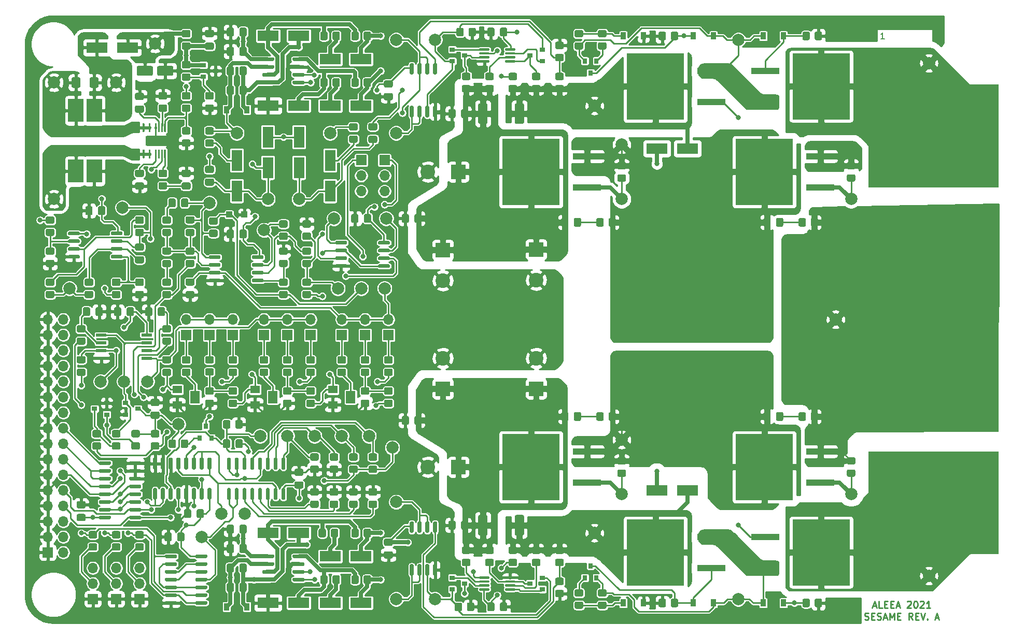
<source format=gbr>
%TF.GenerationSoftware,KiCad,Pcbnew,(5.1.10-1-10_14)*%
%TF.CreationDate,2021-09-24T10:22:15+02:00*%
%TF.ProjectId,sesame-fonctionnel,73657361-6d65-42d6-966f-6e6374696f6e,rev?*%
%TF.SameCoordinates,Original*%
%TF.FileFunction,Copper,L1,Top*%
%TF.FilePolarity,Positive*%
%FSLAX46Y46*%
G04 Gerber Fmt 4.6, Leading zero omitted, Abs format (unit mm)*
G04 Created by KiCad (PCBNEW (5.1.10-1-10_14)) date 2021-09-24 10:22:15*
%MOMM*%
%LPD*%
G01*
G04 APERTURE LIST*
%TA.AperFunction,NonConductor*%
%ADD10C,0.275000*%
%TD*%
%ADD11C,0.150000*%
%TA.AperFunction,ComponentPad*%
%ADD12C,0.100000*%
%TD*%
%TA.AperFunction,ComponentPad*%
%ADD13C,6.000000*%
%TD*%
%TA.AperFunction,ComponentPad*%
%ADD14C,3.000000*%
%TD*%
%TA.AperFunction,ComponentPad*%
%ADD15O,3.300000X4.300000*%
%TD*%
%TA.AperFunction,ComponentPad*%
%ADD16C,2.000000*%
%TD*%
%TA.AperFunction,SMDPad,CuDef*%
%ADD17R,1.000000X1.000000*%
%TD*%
%TA.AperFunction,SMDPad,CuDef*%
%ADD18R,1.800000X3.500000*%
%TD*%
%TA.AperFunction,SMDPad,CuDef*%
%ADD19R,0.900000X1.200000*%
%TD*%
%TA.AperFunction,SMDPad,CuDef*%
%ADD20R,0.900000X0.800000*%
%TD*%
%TA.AperFunction,SMDPad,CuDef*%
%ADD21R,1.600000X1.300000*%
%TD*%
%TA.AperFunction,SMDPad,CuDef*%
%ADD22R,1.600000X2.000000*%
%TD*%
%TA.AperFunction,ComponentPad*%
%ADD23C,0.500000*%
%TD*%
%TA.AperFunction,SMDPad,CuDef*%
%ADD24R,2.500000X3.850000*%
%TD*%
%TA.AperFunction,ComponentPad*%
%ADD25O,1.700000X1.700000*%
%TD*%
%TA.AperFunction,ComponentPad*%
%ADD26R,1.700000X1.700000*%
%TD*%
%TA.AperFunction,SMDPad,CuDef*%
%ADD27R,1.750000X0.550000*%
%TD*%
%TA.AperFunction,SMDPad,CuDef*%
%ADD28R,9.400000X10.800000*%
%TD*%
%TA.AperFunction,SMDPad,CuDef*%
%ADD29R,4.600000X1.100000*%
%TD*%
%TA.AperFunction,SMDPad,CuDef*%
%ADD30R,0.800000X0.900000*%
%TD*%
%TA.AperFunction,SMDPad,CuDef*%
%ADD31R,3.500000X1.800000*%
%TD*%
%TA.AperFunction,ComponentPad*%
%ADD32C,2.400000*%
%TD*%
%TA.AperFunction,ComponentPad*%
%ADD33R,2.400000X2.400000*%
%TD*%
%TA.AperFunction,ViaPad*%
%ADD34C,0.820000*%
%TD*%
%TA.AperFunction,Conductor*%
%ADD35C,0.250000*%
%TD*%
%TA.AperFunction,Conductor*%
%ADD36C,0.635000*%
%TD*%
%TA.AperFunction,Conductor*%
%ADD37C,3.000000*%
%TD*%
%TA.AperFunction,Conductor*%
%ADD38C,0.254000*%
%TD*%
%TA.AperFunction,Conductor*%
%ADD39C,0.100000*%
%TD*%
G04 APERTURE END LIST*
D10*
X218801904Y-156845833D02*
X219325714Y-156845833D01*
X218697142Y-157160119D02*
X219063809Y-156060119D01*
X219430476Y-157160119D01*
X220320952Y-157160119D02*
X219797142Y-157160119D01*
X219797142Y-156060119D01*
X220687619Y-156583928D02*
X221054285Y-156583928D01*
X221211428Y-157160119D02*
X220687619Y-157160119D01*
X220687619Y-156060119D01*
X221211428Y-156060119D01*
X221682857Y-156583928D02*
X222049523Y-156583928D01*
X222206666Y-157160119D02*
X221682857Y-157160119D01*
X221682857Y-156060119D01*
X222206666Y-156060119D01*
X222625714Y-156845833D02*
X223149523Y-156845833D01*
X222520952Y-157160119D02*
X222887619Y-156060119D01*
X223254285Y-157160119D01*
X224406666Y-156164880D02*
X224459047Y-156112500D01*
X224563809Y-156060119D01*
X224825714Y-156060119D01*
X224930476Y-156112500D01*
X224982857Y-156164880D01*
X225035238Y-156269642D01*
X225035238Y-156374404D01*
X224982857Y-156531547D01*
X224354285Y-157160119D01*
X225035238Y-157160119D01*
X225716190Y-156060119D02*
X225820952Y-156060119D01*
X225925714Y-156112500D01*
X225978095Y-156164880D01*
X226030476Y-156269642D01*
X226082857Y-156479166D01*
X226082857Y-156741071D01*
X226030476Y-156950595D01*
X225978095Y-157055357D01*
X225925714Y-157107738D01*
X225820952Y-157160119D01*
X225716190Y-157160119D01*
X225611428Y-157107738D01*
X225559047Y-157055357D01*
X225506666Y-156950595D01*
X225454285Y-156741071D01*
X225454285Y-156479166D01*
X225506666Y-156269642D01*
X225559047Y-156164880D01*
X225611428Y-156112500D01*
X225716190Y-156060119D01*
X226501904Y-156164880D02*
X226554285Y-156112500D01*
X226659047Y-156060119D01*
X226920952Y-156060119D01*
X227025714Y-156112500D01*
X227078095Y-156164880D01*
X227130476Y-156269642D01*
X227130476Y-156374404D01*
X227078095Y-156531547D01*
X226449523Y-157160119D01*
X227130476Y-157160119D01*
X228178095Y-157160119D02*
X227549523Y-157160119D01*
X227863809Y-157160119D02*
X227863809Y-156060119D01*
X227759047Y-156217261D01*
X227654285Y-156322023D01*
X227549523Y-156374404D01*
X217466190Y-159032738D02*
X217623333Y-159085119D01*
X217885238Y-159085119D01*
X217990000Y-159032738D01*
X218042380Y-158980357D01*
X218094761Y-158875595D01*
X218094761Y-158770833D01*
X218042380Y-158666071D01*
X217990000Y-158613690D01*
X217885238Y-158561309D01*
X217675714Y-158508928D01*
X217570952Y-158456547D01*
X217518571Y-158404166D01*
X217466190Y-158299404D01*
X217466190Y-158194642D01*
X217518571Y-158089880D01*
X217570952Y-158037500D01*
X217675714Y-157985119D01*
X217937619Y-157985119D01*
X218094761Y-158037500D01*
X218566190Y-158508928D02*
X218932857Y-158508928D01*
X219090000Y-159085119D02*
X218566190Y-159085119D01*
X218566190Y-157985119D01*
X219090000Y-157985119D01*
X219509047Y-159032738D02*
X219666190Y-159085119D01*
X219928095Y-159085119D01*
X220032857Y-159032738D01*
X220085238Y-158980357D01*
X220137619Y-158875595D01*
X220137619Y-158770833D01*
X220085238Y-158666071D01*
X220032857Y-158613690D01*
X219928095Y-158561309D01*
X219718571Y-158508928D01*
X219613809Y-158456547D01*
X219561428Y-158404166D01*
X219509047Y-158299404D01*
X219509047Y-158194642D01*
X219561428Y-158089880D01*
X219613809Y-158037500D01*
X219718571Y-157985119D01*
X219980476Y-157985119D01*
X220137619Y-158037500D01*
X220556666Y-158770833D02*
X221080476Y-158770833D01*
X220451904Y-159085119D02*
X220818571Y-157985119D01*
X221185238Y-159085119D01*
X221551904Y-159085119D02*
X221551904Y-157985119D01*
X221918571Y-158770833D01*
X222285238Y-157985119D01*
X222285238Y-159085119D01*
X222809047Y-158508928D02*
X223175714Y-158508928D01*
X223332857Y-159085119D02*
X222809047Y-159085119D01*
X222809047Y-157985119D01*
X223332857Y-157985119D01*
X225270952Y-159085119D02*
X224904285Y-158561309D01*
X224642380Y-159085119D02*
X224642380Y-157985119D01*
X225061428Y-157985119D01*
X225166190Y-158037500D01*
X225218571Y-158089880D01*
X225270952Y-158194642D01*
X225270952Y-158351785D01*
X225218571Y-158456547D01*
X225166190Y-158508928D01*
X225061428Y-158561309D01*
X224642380Y-158561309D01*
X225742380Y-158508928D02*
X226109047Y-158508928D01*
X226266190Y-159085119D02*
X225742380Y-159085119D01*
X225742380Y-157985119D01*
X226266190Y-157985119D01*
X226580476Y-157985119D02*
X226947142Y-159085119D01*
X227313809Y-157985119D01*
X227680476Y-158980357D02*
X227732857Y-159032738D01*
X227680476Y-159085119D01*
X227628095Y-159032738D01*
X227680476Y-158980357D01*
X227680476Y-159085119D01*
X228990000Y-158770833D02*
X229513809Y-158770833D01*
X228885238Y-159085119D02*
X229251904Y-157985119D01*
X229618571Y-159085119D01*
%TO.C,REF\u002A\u002A*%
D11*
X220683714Y-64097380D02*
X220112285Y-64097380D01*
X220398000Y-64097380D02*
X220398000Y-63097380D01*
X220302761Y-63240238D01*
X220207523Y-63335476D01*
X220112285Y-63383095D01*
%TD*%
%TO.P,U10,8*%
%TO.N,VCC*%
%TA.AperFunction,SMDPad,CuDef*%
G36*
G01*
X158750000Y-65945000D02*
X158750000Y-65745000D01*
G75*
G02*
X158850000Y-65645000I100000J0D01*
G01*
X160275000Y-65645000D01*
G75*
G02*
X160375000Y-65745000I0J-100000D01*
G01*
X160375000Y-65945000D01*
G75*
G02*
X160275000Y-66045000I-100000J0D01*
G01*
X158850000Y-66045000D01*
G75*
G02*
X158750000Y-65945000I0J100000D01*
G01*
G37*
%TD.AperFunction*%
%TO.P,U10,7*%
%TO.N,Net-(Q13-Pad1)*%
%TA.AperFunction,SMDPad,CuDef*%
G36*
G01*
X158750000Y-66595000D02*
X158750000Y-66395000D01*
G75*
G02*
X158850000Y-66295000I100000J0D01*
G01*
X160275000Y-66295000D01*
G75*
G02*
X160375000Y-66395000I0J-100000D01*
G01*
X160375000Y-66595000D01*
G75*
G02*
X160275000Y-66695000I-100000J0D01*
G01*
X158850000Y-66695000D01*
G75*
G02*
X158750000Y-66595000I0J100000D01*
G01*
G37*
%TD.AperFunction*%
%TO.P,U10,6*%
%TO.N,Net-(R62-Pad1)*%
%TA.AperFunction,SMDPad,CuDef*%
G36*
G01*
X158750000Y-67245000D02*
X158750000Y-67045000D01*
G75*
G02*
X158850000Y-66945000I100000J0D01*
G01*
X160275000Y-66945000D01*
G75*
G02*
X160375000Y-67045000I0J-100000D01*
G01*
X160375000Y-67245000D01*
G75*
G02*
X160275000Y-67345000I-100000J0D01*
G01*
X158850000Y-67345000D01*
G75*
G02*
X158750000Y-67245000I0J100000D01*
G01*
G37*
%TD.AperFunction*%
%TO.P,U10,5*%
%TO.N,Net-(Q13-Pad3)*%
%TA.AperFunction,SMDPad,CuDef*%
G36*
G01*
X158750000Y-67895000D02*
X158750000Y-67695000D01*
G75*
G02*
X158850000Y-67595000I100000J0D01*
G01*
X160275000Y-67595000D01*
G75*
G02*
X160375000Y-67695000I0J-100000D01*
G01*
X160375000Y-67895000D01*
G75*
G02*
X160275000Y-67995000I-100000J0D01*
G01*
X158850000Y-67995000D01*
G75*
G02*
X158750000Y-67895000I0J100000D01*
G01*
G37*
%TD.AperFunction*%
%TO.P,U10,4*%
%TO.N,GND*%
%TA.AperFunction,SMDPad,CuDef*%
G36*
G01*
X154525000Y-67895000D02*
X154525000Y-67695000D01*
G75*
G02*
X154625000Y-67595000I100000J0D01*
G01*
X156050000Y-67595000D01*
G75*
G02*
X156150000Y-67695000I0J-100000D01*
G01*
X156150000Y-67895000D01*
G75*
G02*
X156050000Y-67995000I-100000J0D01*
G01*
X154625000Y-67995000D01*
G75*
G02*
X154525000Y-67895000I0J100000D01*
G01*
G37*
%TD.AperFunction*%
%TO.P,U10,3*%
%TO.N,Net-(Q12-Pad3)*%
%TA.AperFunction,SMDPad,CuDef*%
G36*
G01*
X154525000Y-67245000D02*
X154525000Y-67045000D01*
G75*
G02*
X154625000Y-66945000I100000J0D01*
G01*
X156050000Y-66945000D01*
G75*
G02*
X156150000Y-67045000I0J-100000D01*
G01*
X156150000Y-67245000D01*
G75*
G02*
X156050000Y-67345000I-100000J0D01*
G01*
X154625000Y-67345000D01*
G75*
G02*
X154525000Y-67245000I0J100000D01*
G01*
G37*
%TD.AperFunction*%
%TO.P,U10,2*%
%TO.N,Net-(R60-Pad1)*%
%TA.AperFunction,SMDPad,CuDef*%
G36*
G01*
X154525000Y-66595000D02*
X154525000Y-66395000D01*
G75*
G02*
X154625000Y-66295000I100000J0D01*
G01*
X156050000Y-66295000D01*
G75*
G02*
X156150000Y-66395000I0J-100000D01*
G01*
X156150000Y-66595000D01*
G75*
G02*
X156050000Y-66695000I-100000J0D01*
G01*
X154625000Y-66695000D01*
G75*
G02*
X154525000Y-66595000I0J100000D01*
G01*
G37*
%TD.AperFunction*%
%TO.P,U10,1*%
%TO.N,Net-(Q12-Pad1)*%
%TA.AperFunction,SMDPad,CuDef*%
G36*
G01*
X154525000Y-65945000D02*
X154525000Y-65745000D01*
G75*
G02*
X154625000Y-65645000I100000J0D01*
G01*
X156050000Y-65645000D01*
G75*
G02*
X156150000Y-65745000I0J-100000D01*
G01*
X156150000Y-65945000D01*
G75*
G02*
X156050000Y-66045000I-100000J0D01*
G01*
X154625000Y-66045000D01*
G75*
G02*
X154525000Y-65945000I0J100000D01*
G01*
G37*
%TD.AperFunction*%
%TD*%
%TO.P,U8,8*%
%TO.N,VCC*%
%TA.AperFunction,SMDPad,CuDef*%
G36*
G01*
X156150000Y-154055000D02*
X156150000Y-154255000D01*
G75*
G02*
X156050000Y-154355000I-100000J0D01*
G01*
X154625000Y-154355000D01*
G75*
G02*
X154525000Y-154255000I0J100000D01*
G01*
X154525000Y-154055000D01*
G75*
G02*
X154625000Y-153955000I100000J0D01*
G01*
X156050000Y-153955000D01*
G75*
G02*
X156150000Y-154055000I0J-100000D01*
G01*
G37*
%TD.AperFunction*%
%TO.P,U8,7*%
%TO.N,Net-(Q5-Pad1)*%
%TA.AperFunction,SMDPad,CuDef*%
G36*
G01*
X156150000Y-153405000D02*
X156150000Y-153605000D01*
G75*
G02*
X156050000Y-153705000I-100000J0D01*
G01*
X154625000Y-153705000D01*
G75*
G02*
X154525000Y-153605000I0J100000D01*
G01*
X154525000Y-153405000D01*
G75*
G02*
X154625000Y-153305000I100000J0D01*
G01*
X156050000Y-153305000D01*
G75*
G02*
X156150000Y-153405000I0J-100000D01*
G01*
G37*
%TD.AperFunction*%
%TO.P,U8,6*%
%TO.N,Net-(R47-Pad1)*%
%TA.AperFunction,SMDPad,CuDef*%
G36*
G01*
X156150000Y-152755000D02*
X156150000Y-152955000D01*
G75*
G02*
X156050000Y-153055000I-100000J0D01*
G01*
X154625000Y-153055000D01*
G75*
G02*
X154525000Y-152955000I0J100000D01*
G01*
X154525000Y-152755000D01*
G75*
G02*
X154625000Y-152655000I100000J0D01*
G01*
X156050000Y-152655000D01*
G75*
G02*
X156150000Y-152755000I0J-100000D01*
G01*
G37*
%TD.AperFunction*%
%TO.P,U8,5*%
%TO.N,Net-(Q5-Pad3)*%
%TA.AperFunction,SMDPad,CuDef*%
G36*
G01*
X156150000Y-152105000D02*
X156150000Y-152305000D01*
G75*
G02*
X156050000Y-152405000I-100000J0D01*
G01*
X154625000Y-152405000D01*
G75*
G02*
X154525000Y-152305000I0J100000D01*
G01*
X154525000Y-152105000D01*
G75*
G02*
X154625000Y-152005000I100000J0D01*
G01*
X156050000Y-152005000D01*
G75*
G02*
X156150000Y-152105000I0J-100000D01*
G01*
G37*
%TD.AperFunction*%
%TO.P,U8,4*%
%TO.N,GND*%
%TA.AperFunction,SMDPad,CuDef*%
G36*
G01*
X160375000Y-152105000D02*
X160375000Y-152305000D01*
G75*
G02*
X160275000Y-152405000I-100000J0D01*
G01*
X158850000Y-152405000D01*
G75*
G02*
X158750000Y-152305000I0J100000D01*
G01*
X158750000Y-152105000D01*
G75*
G02*
X158850000Y-152005000I100000J0D01*
G01*
X160275000Y-152005000D01*
G75*
G02*
X160375000Y-152105000I0J-100000D01*
G01*
G37*
%TD.AperFunction*%
%TO.P,U8,3*%
%TO.N,Net-(Q4-Pad3)*%
%TA.AperFunction,SMDPad,CuDef*%
G36*
G01*
X160375000Y-152755000D02*
X160375000Y-152955000D01*
G75*
G02*
X160275000Y-153055000I-100000J0D01*
G01*
X158850000Y-153055000D01*
G75*
G02*
X158750000Y-152955000I0J100000D01*
G01*
X158750000Y-152755000D01*
G75*
G02*
X158850000Y-152655000I100000J0D01*
G01*
X160275000Y-152655000D01*
G75*
G02*
X160375000Y-152755000I0J-100000D01*
G01*
G37*
%TD.AperFunction*%
%TO.P,U8,2*%
%TO.N,Net-(R45-Pad1)*%
%TA.AperFunction,SMDPad,CuDef*%
G36*
G01*
X160375000Y-153405000D02*
X160375000Y-153605000D01*
G75*
G02*
X160275000Y-153705000I-100000J0D01*
G01*
X158850000Y-153705000D01*
G75*
G02*
X158750000Y-153605000I0J100000D01*
G01*
X158750000Y-153405000D01*
G75*
G02*
X158850000Y-153305000I100000J0D01*
G01*
X160275000Y-153305000D01*
G75*
G02*
X160375000Y-153405000I0J-100000D01*
G01*
G37*
%TD.AperFunction*%
%TO.P,U8,1*%
%TO.N,Net-(Q4-Pad1)*%
%TA.AperFunction,SMDPad,CuDef*%
G36*
G01*
X160375000Y-154055000D02*
X160375000Y-154255000D01*
G75*
G02*
X160275000Y-154355000I-100000J0D01*
G01*
X158850000Y-154355000D01*
G75*
G02*
X158750000Y-154255000I0J100000D01*
G01*
X158750000Y-154055000D01*
G75*
G02*
X158850000Y-153955000I100000J0D01*
G01*
X160275000Y-153955000D01*
G75*
G02*
X160375000Y-154055000I0J-100000D01*
G01*
G37*
%TD.AperFunction*%
%TD*%
%TO.P,U13,8*%
%TO.N,VCC*%
%TA.AperFunction,SMDPad,CuDef*%
G36*
G01*
X138003600Y-97602400D02*
X138003600Y-97302400D01*
G75*
G02*
X138153600Y-97152400I150000J0D01*
G01*
X139753600Y-97152400D01*
G75*
G02*
X139903600Y-97302400I0J-150000D01*
G01*
X139903600Y-97602400D01*
G75*
G02*
X139753600Y-97752400I-150000J0D01*
G01*
X138153600Y-97752400D01*
G75*
G02*
X138003600Y-97602400I0J150000D01*
G01*
G37*
%TD.AperFunction*%
%TO.P,U13,7*%
%TO.N,/PWM GEN/~PWM_Freewheel_Jumper*%
%TA.AperFunction,SMDPad,CuDef*%
G36*
G01*
X138003600Y-98872400D02*
X138003600Y-98572400D01*
G75*
G02*
X138153600Y-98422400I150000J0D01*
G01*
X139753600Y-98422400D01*
G75*
G02*
X139903600Y-98572400I0J-150000D01*
G01*
X139903600Y-98872400D01*
G75*
G02*
X139753600Y-99022400I-150000J0D01*
G01*
X138153600Y-99022400D01*
G75*
G02*
X138003600Y-98872400I0J150000D01*
G01*
G37*
%TD.AperFunction*%
%TO.P,U13,6*%
%TO.N,/PWM GEN/Feedback_Jump*%
%TA.AperFunction,SMDPad,CuDef*%
G36*
G01*
X138003600Y-100142400D02*
X138003600Y-99842400D01*
G75*
G02*
X138153600Y-99692400I150000J0D01*
G01*
X139753600Y-99692400D01*
G75*
G02*
X139903600Y-99842400I0J-150000D01*
G01*
X139903600Y-100142400D01*
G75*
G02*
X139753600Y-100292400I-150000J0D01*
G01*
X138153600Y-100292400D01*
G75*
G02*
X138003600Y-100142400I0J150000D01*
G01*
G37*
%TD.AperFunction*%
%TO.P,U13,5*%
%TO.N,/PWM GEN/Ramp*%
%TA.AperFunction,SMDPad,CuDef*%
G36*
G01*
X138003600Y-101412400D02*
X138003600Y-101112400D01*
G75*
G02*
X138153600Y-100962400I150000J0D01*
G01*
X139753600Y-100962400D01*
G75*
G02*
X139903600Y-101112400I0J-150000D01*
G01*
X139903600Y-101412400D01*
G75*
G02*
X139753600Y-101562400I-150000J0D01*
G01*
X138153600Y-101562400D01*
G75*
G02*
X138003600Y-101412400I0J150000D01*
G01*
G37*
%TD.AperFunction*%
%TO.P,U13,4*%
%TO.N,GND*%
%TA.AperFunction,SMDPad,CuDef*%
G36*
G01*
X131003600Y-101412400D02*
X131003600Y-101112400D01*
G75*
G02*
X131153600Y-100962400I150000J0D01*
G01*
X132753600Y-100962400D01*
G75*
G02*
X132903600Y-101112400I0J-150000D01*
G01*
X132903600Y-101412400D01*
G75*
G02*
X132753600Y-101562400I-150000J0D01*
G01*
X131153600Y-101562400D01*
G75*
G02*
X131003600Y-101412400I0J150000D01*
G01*
G37*
%TD.AperFunction*%
%TO.P,U13,3*%
%TO.N,/PWM GEN/Feedback_Deadtime_Jump*%
%TA.AperFunction,SMDPad,CuDef*%
G36*
G01*
X131003600Y-100142400D02*
X131003600Y-99842400D01*
G75*
G02*
X131153600Y-99692400I150000J0D01*
G01*
X132753600Y-99692400D01*
G75*
G02*
X132903600Y-99842400I0J-150000D01*
G01*
X132903600Y-100142400D01*
G75*
G02*
X132753600Y-100292400I-150000J0D01*
G01*
X131153600Y-100292400D01*
G75*
G02*
X131003600Y-100142400I0J150000D01*
G01*
G37*
%TD.AperFunction*%
%TO.P,U13,2*%
%TO.N,/PWM GEN/Ramp*%
%TA.AperFunction,SMDPad,CuDef*%
G36*
G01*
X131003600Y-98872400D02*
X131003600Y-98572400D01*
G75*
G02*
X131153600Y-98422400I150000J0D01*
G01*
X132753600Y-98422400D01*
G75*
G02*
X132903600Y-98572400I0J-150000D01*
G01*
X132903600Y-98872400D01*
G75*
G02*
X132753600Y-99022400I-150000J0D01*
G01*
X131153600Y-99022400D01*
G75*
G02*
X131003600Y-98872400I0J150000D01*
G01*
G37*
%TD.AperFunction*%
%TO.P,U13,1*%
%TO.N,/PWM GEN/PWM_Power_Jumper*%
%TA.AperFunction,SMDPad,CuDef*%
G36*
G01*
X131003600Y-97602400D02*
X131003600Y-97302400D01*
G75*
G02*
X131153600Y-97152400I150000J0D01*
G01*
X132753600Y-97152400D01*
G75*
G02*
X132903600Y-97302400I0J-150000D01*
G01*
X132903600Y-97602400D01*
G75*
G02*
X132753600Y-97752400I-150000J0D01*
G01*
X131153600Y-97752400D01*
G75*
G02*
X131003600Y-97602400I0J150000D01*
G01*
G37*
%TD.AperFunction*%
%TD*%
%TO.P,U11,8*%
%TO.N,VCC*%
%TA.AperFunction,SMDPad,CuDef*%
G36*
G01*
X143630000Y-69985000D02*
X143330000Y-69985000D01*
G75*
G02*
X143180000Y-69835000I0J150000D01*
G01*
X143180000Y-68235000D01*
G75*
G02*
X143330000Y-68085000I150000J0D01*
G01*
X143630000Y-68085000D01*
G75*
G02*
X143780000Y-68235000I0J-150000D01*
G01*
X143780000Y-69835000D01*
G75*
G02*
X143630000Y-69985000I-150000J0D01*
G01*
G37*
%TD.AperFunction*%
%TO.P,U11,7*%
%TO.N,/Voltage_Sens_R*%
%TA.AperFunction,SMDPad,CuDef*%
G36*
G01*
X144900000Y-69985000D02*
X144600000Y-69985000D01*
G75*
G02*
X144450000Y-69835000I0J150000D01*
G01*
X144450000Y-68235000D01*
G75*
G02*
X144600000Y-68085000I150000J0D01*
G01*
X144900000Y-68085000D01*
G75*
G02*
X145050000Y-68235000I0J-150000D01*
G01*
X145050000Y-69835000D01*
G75*
G02*
X144900000Y-69985000I-150000J0D01*
G01*
G37*
%TD.AperFunction*%
%TO.P,U11,6*%
%TA.AperFunction,SMDPad,CuDef*%
G36*
G01*
X146170000Y-69985000D02*
X145870000Y-69985000D01*
G75*
G02*
X145720000Y-69835000I0J150000D01*
G01*
X145720000Y-68235000D01*
G75*
G02*
X145870000Y-68085000I150000J0D01*
G01*
X146170000Y-68085000D01*
G75*
G02*
X146320000Y-68235000I0J-150000D01*
G01*
X146320000Y-69835000D01*
G75*
G02*
X146170000Y-69985000I-150000J0D01*
G01*
G37*
%TD.AperFunction*%
%TO.P,U11,5*%
%TO.N,Net-(R64-Pad2)*%
%TA.AperFunction,SMDPad,CuDef*%
G36*
G01*
X147440000Y-69985000D02*
X147140000Y-69985000D01*
G75*
G02*
X146990000Y-69835000I0J150000D01*
G01*
X146990000Y-68235000D01*
G75*
G02*
X147140000Y-68085000I150000J0D01*
G01*
X147440000Y-68085000D01*
G75*
G02*
X147590000Y-68235000I0J-150000D01*
G01*
X147590000Y-69835000D01*
G75*
G02*
X147440000Y-69985000I-150000J0D01*
G01*
G37*
%TD.AperFunction*%
%TO.P,U11,4*%
%TO.N,GND*%
%TA.AperFunction,SMDPad,CuDef*%
G36*
G01*
X147440000Y-76985000D02*
X147140000Y-76985000D01*
G75*
G02*
X146990000Y-76835000I0J150000D01*
G01*
X146990000Y-75235000D01*
G75*
G02*
X147140000Y-75085000I150000J0D01*
G01*
X147440000Y-75085000D01*
G75*
G02*
X147590000Y-75235000I0J-150000D01*
G01*
X147590000Y-76835000D01*
G75*
G02*
X147440000Y-76985000I-150000J0D01*
G01*
G37*
%TD.AperFunction*%
%TO.P,U11,3*%
%TO.N,Net-(Q12-Pad2)*%
%TA.AperFunction,SMDPad,CuDef*%
G36*
G01*
X146170000Y-76985000D02*
X145870000Y-76985000D01*
G75*
G02*
X145720000Y-76835000I0J150000D01*
G01*
X145720000Y-75235000D01*
G75*
G02*
X145870000Y-75085000I150000J0D01*
G01*
X146170000Y-75085000D01*
G75*
G02*
X146320000Y-75235000I0J-150000D01*
G01*
X146320000Y-76835000D01*
G75*
G02*
X146170000Y-76985000I-150000J0D01*
G01*
G37*
%TD.AperFunction*%
%TO.P,U11,2*%
%TO.N,/Current_Sens_R*%
%TA.AperFunction,SMDPad,CuDef*%
G36*
G01*
X144900000Y-76985000D02*
X144600000Y-76985000D01*
G75*
G02*
X144450000Y-76835000I0J150000D01*
G01*
X144450000Y-75235000D01*
G75*
G02*
X144600000Y-75085000I150000J0D01*
G01*
X144900000Y-75085000D01*
G75*
G02*
X145050000Y-75235000I0J-150000D01*
G01*
X145050000Y-76835000D01*
G75*
G02*
X144900000Y-76985000I-150000J0D01*
G01*
G37*
%TD.AperFunction*%
%TO.P,U11,1*%
%TA.AperFunction,SMDPad,CuDef*%
G36*
G01*
X143630000Y-76985000D02*
X143330000Y-76985000D01*
G75*
G02*
X143180000Y-76835000I0J150000D01*
G01*
X143180000Y-75235000D01*
G75*
G02*
X143330000Y-75085000I150000J0D01*
G01*
X143630000Y-75085000D01*
G75*
G02*
X143780000Y-75235000I0J-150000D01*
G01*
X143780000Y-76835000D01*
G75*
G02*
X143630000Y-76985000I-150000J0D01*
G01*
G37*
%TD.AperFunction*%
%TD*%
%TO.P,U9,8*%
%TO.N,VCC*%
%TA.AperFunction,SMDPad,CuDef*%
G36*
G01*
X143630000Y-144915000D02*
X143330000Y-144915000D01*
G75*
G02*
X143180000Y-144765000I0J150000D01*
G01*
X143180000Y-143165000D01*
G75*
G02*
X143330000Y-143015000I150000J0D01*
G01*
X143630000Y-143015000D01*
G75*
G02*
X143780000Y-143165000I0J-150000D01*
G01*
X143780000Y-144765000D01*
G75*
G02*
X143630000Y-144915000I-150000J0D01*
G01*
G37*
%TD.AperFunction*%
%TO.P,U9,7*%
%TO.N,/Voltage_Sens_L*%
%TA.AperFunction,SMDPad,CuDef*%
G36*
G01*
X144900000Y-144915000D02*
X144600000Y-144915000D01*
G75*
G02*
X144450000Y-144765000I0J150000D01*
G01*
X144450000Y-143165000D01*
G75*
G02*
X144600000Y-143015000I150000J0D01*
G01*
X144900000Y-143015000D01*
G75*
G02*
X145050000Y-143165000I0J-150000D01*
G01*
X145050000Y-144765000D01*
G75*
G02*
X144900000Y-144915000I-150000J0D01*
G01*
G37*
%TD.AperFunction*%
%TO.P,U9,6*%
%TA.AperFunction,SMDPad,CuDef*%
G36*
G01*
X146170000Y-144915000D02*
X145870000Y-144915000D01*
G75*
G02*
X145720000Y-144765000I0J150000D01*
G01*
X145720000Y-143165000D01*
G75*
G02*
X145870000Y-143015000I150000J0D01*
G01*
X146170000Y-143015000D01*
G75*
G02*
X146320000Y-143165000I0J-150000D01*
G01*
X146320000Y-144765000D01*
G75*
G02*
X146170000Y-144915000I-150000J0D01*
G01*
G37*
%TD.AperFunction*%
%TO.P,U9,5*%
%TO.N,Net-(R49-Pad2)*%
%TA.AperFunction,SMDPad,CuDef*%
G36*
G01*
X147440000Y-144915000D02*
X147140000Y-144915000D01*
G75*
G02*
X146990000Y-144765000I0J150000D01*
G01*
X146990000Y-143165000D01*
G75*
G02*
X147140000Y-143015000I150000J0D01*
G01*
X147440000Y-143015000D01*
G75*
G02*
X147590000Y-143165000I0J-150000D01*
G01*
X147590000Y-144765000D01*
G75*
G02*
X147440000Y-144915000I-150000J0D01*
G01*
G37*
%TD.AperFunction*%
%TO.P,U9,4*%
%TO.N,GND*%
%TA.AperFunction,SMDPad,CuDef*%
G36*
G01*
X147440000Y-151915000D02*
X147140000Y-151915000D01*
G75*
G02*
X146990000Y-151765000I0J150000D01*
G01*
X146990000Y-150165000D01*
G75*
G02*
X147140000Y-150015000I150000J0D01*
G01*
X147440000Y-150015000D01*
G75*
G02*
X147590000Y-150165000I0J-150000D01*
G01*
X147590000Y-151765000D01*
G75*
G02*
X147440000Y-151915000I-150000J0D01*
G01*
G37*
%TD.AperFunction*%
%TO.P,U9,3*%
%TO.N,Net-(Q4-Pad2)*%
%TA.AperFunction,SMDPad,CuDef*%
G36*
G01*
X146170000Y-151915000D02*
X145870000Y-151915000D01*
G75*
G02*
X145720000Y-151765000I0J150000D01*
G01*
X145720000Y-150165000D01*
G75*
G02*
X145870000Y-150015000I150000J0D01*
G01*
X146170000Y-150015000D01*
G75*
G02*
X146320000Y-150165000I0J-150000D01*
G01*
X146320000Y-151765000D01*
G75*
G02*
X146170000Y-151915000I-150000J0D01*
G01*
G37*
%TD.AperFunction*%
%TO.P,U9,2*%
%TO.N,/Current_Sens_L*%
%TA.AperFunction,SMDPad,CuDef*%
G36*
G01*
X144900000Y-151915000D02*
X144600000Y-151915000D01*
G75*
G02*
X144450000Y-151765000I0J150000D01*
G01*
X144450000Y-150165000D01*
G75*
G02*
X144600000Y-150015000I150000J0D01*
G01*
X144900000Y-150015000D01*
G75*
G02*
X145050000Y-150165000I0J-150000D01*
G01*
X145050000Y-151765000D01*
G75*
G02*
X144900000Y-151915000I-150000J0D01*
G01*
G37*
%TD.AperFunction*%
%TO.P,U9,1*%
%TA.AperFunction,SMDPad,CuDef*%
G36*
G01*
X143630000Y-151915000D02*
X143330000Y-151915000D01*
G75*
G02*
X143180000Y-151765000I0J150000D01*
G01*
X143180000Y-150165000D01*
G75*
G02*
X143330000Y-150015000I150000J0D01*
G01*
X143630000Y-150015000D01*
G75*
G02*
X143780000Y-150165000I0J-150000D01*
G01*
X143780000Y-151765000D01*
G75*
G02*
X143630000Y-151915000I-150000J0D01*
G01*
G37*
%TD.AperFunction*%
%TD*%
%TO.P,U7,8*%
%TO.N,VCC*%
%TA.AperFunction,SMDPad,CuDef*%
G36*
G01*
X94359000Y-96083000D02*
X94359000Y-95783000D01*
G75*
G02*
X94509000Y-95633000I150000J0D01*
G01*
X96109000Y-95633000D01*
G75*
G02*
X96259000Y-95783000I0J-150000D01*
G01*
X96259000Y-96083000D01*
G75*
G02*
X96109000Y-96233000I-150000J0D01*
G01*
X94509000Y-96233000D01*
G75*
G02*
X94359000Y-96083000I0J150000D01*
G01*
G37*
%TD.AperFunction*%
%TO.P,U7,7*%
%TO.N,/PWM GEN/Ramp*%
%TA.AperFunction,SMDPad,CuDef*%
G36*
G01*
X94359000Y-97353000D02*
X94359000Y-97053000D01*
G75*
G02*
X94509000Y-96903000I150000J0D01*
G01*
X96109000Y-96903000D01*
G75*
G02*
X96259000Y-97053000I0J-150000D01*
G01*
X96259000Y-97353000D01*
G75*
G02*
X96109000Y-97503000I-150000J0D01*
G01*
X94509000Y-97503000D01*
G75*
G02*
X94359000Y-97353000I0J150000D01*
G01*
G37*
%TD.AperFunction*%
%TO.P,U7,6*%
%TO.N,Net-(C18-Pad2)*%
%TA.AperFunction,SMDPad,CuDef*%
G36*
G01*
X94359000Y-98623000D02*
X94359000Y-98323000D01*
G75*
G02*
X94509000Y-98173000I150000J0D01*
G01*
X96109000Y-98173000D01*
G75*
G02*
X96259000Y-98323000I0J-150000D01*
G01*
X96259000Y-98623000D01*
G75*
G02*
X96109000Y-98773000I-150000J0D01*
G01*
X94509000Y-98773000D01*
G75*
G02*
X94359000Y-98623000I0J150000D01*
G01*
G37*
%TD.AperFunction*%
%TO.P,U7,5*%
%TO.N,/RAMP GENERATOR/Triangle_offset*%
%TA.AperFunction,SMDPad,CuDef*%
G36*
G01*
X94359000Y-99893000D02*
X94359000Y-99593000D01*
G75*
G02*
X94509000Y-99443000I150000J0D01*
G01*
X96109000Y-99443000D01*
G75*
G02*
X96259000Y-99593000I0J-150000D01*
G01*
X96259000Y-99893000D01*
G75*
G02*
X96109000Y-100043000I-150000J0D01*
G01*
X94509000Y-100043000D01*
G75*
G02*
X94359000Y-99893000I0J150000D01*
G01*
G37*
%TD.AperFunction*%
%TO.P,U7,4*%
%TO.N,GND*%
%TA.AperFunction,SMDPad,CuDef*%
G36*
G01*
X87359000Y-99893000D02*
X87359000Y-99593000D01*
G75*
G02*
X87509000Y-99443000I150000J0D01*
G01*
X89109000Y-99443000D01*
G75*
G02*
X89259000Y-99593000I0J-150000D01*
G01*
X89259000Y-99893000D01*
G75*
G02*
X89109000Y-100043000I-150000J0D01*
G01*
X87509000Y-100043000D01*
G75*
G02*
X87359000Y-99893000I0J150000D01*
G01*
G37*
%TD.AperFunction*%
%TO.P,U7,3*%
%TO.N,Net-(R39-Pad1)*%
%TA.AperFunction,SMDPad,CuDef*%
G36*
G01*
X87359000Y-98623000D02*
X87359000Y-98323000D01*
G75*
G02*
X87509000Y-98173000I150000J0D01*
G01*
X89109000Y-98173000D01*
G75*
G02*
X89259000Y-98323000I0J-150000D01*
G01*
X89259000Y-98623000D01*
G75*
G02*
X89109000Y-98773000I-150000J0D01*
G01*
X87509000Y-98773000D01*
G75*
G02*
X87359000Y-98623000I0J150000D01*
G01*
G37*
%TD.AperFunction*%
%TO.P,U7,2*%
%TO.N,/RAMP GENERATOR/Schmitt_offset*%
%TA.AperFunction,SMDPad,CuDef*%
G36*
G01*
X87359000Y-97353000D02*
X87359000Y-97053000D01*
G75*
G02*
X87509000Y-96903000I150000J0D01*
G01*
X89109000Y-96903000D01*
G75*
G02*
X89259000Y-97053000I0J-150000D01*
G01*
X89259000Y-97353000D01*
G75*
G02*
X89109000Y-97503000I-150000J0D01*
G01*
X87509000Y-97503000D01*
G75*
G02*
X87359000Y-97353000I0J150000D01*
G01*
G37*
%TD.AperFunction*%
%TO.P,U7,1*%
%TO.N,Net-(R40-Pad1)*%
%TA.AperFunction,SMDPad,CuDef*%
G36*
G01*
X87359000Y-96083000D02*
X87359000Y-95783000D01*
G75*
G02*
X87509000Y-95633000I150000J0D01*
G01*
X89109000Y-95633000D01*
G75*
G02*
X89259000Y-95783000I0J-150000D01*
G01*
X89259000Y-96083000D01*
G75*
G02*
X89109000Y-96233000I-150000J0D01*
G01*
X87509000Y-96233000D01*
G75*
G02*
X87359000Y-96083000I0J150000D01*
G01*
G37*
%TD.AperFunction*%
%TD*%
%TO.P,U1,8*%
%TO.N,VCC*%
%TA.AperFunction,SMDPad,CuDef*%
G36*
G01*
X117378800Y-99964600D02*
X117378800Y-99664600D01*
G75*
G02*
X117528800Y-99514600I150000J0D01*
G01*
X119128800Y-99514600D01*
G75*
G02*
X119278800Y-99664600I0J-150000D01*
G01*
X119278800Y-99964600D01*
G75*
G02*
X119128800Y-100114600I-150000J0D01*
G01*
X117528800Y-100114600D01*
G75*
G02*
X117378800Y-99964600I0J150000D01*
G01*
G37*
%TD.AperFunction*%
%TO.P,U1,7*%
%TO.N,/PWM GEN/Feedback_Deadtime*%
%TA.AperFunction,SMDPad,CuDef*%
G36*
G01*
X117378800Y-101234600D02*
X117378800Y-100934600D01*
G75*
G02*
X117528800Y-100784600I150000J0D01*
G01*
X119128800Y-100784600D01*
G75*
G02*
X119278800Y-100934600I0J-150000D01*
G01*
X119278800Y-101234600D01*
G75*
G02*
X119128800Y-101384600I-150000J0D01*
G01*
X117528800Y-101384600D01*
G75*
G02*
X117378800Y-101234600I0J150000D01*
G01*
G37*
%TD.AperFunction*%
%TO.P,U1,6*%
%TO.N,Net-(R72-Pad2)*%
%TA.AperFunction,SMDPad,CuDef*%
G36*
G01*
X117378800Y-102504600D02*
X117378800Y-102204600D01*
G75*
G02*
X117528800Y-102054600I150000J0D01*
G01*
X119128800Y-102054600D01*
G75*
G02*
X119278800Y-102204600I0J-150000D01*
G01*
X119278800Y-102504600D01*
G75*
G02*
X119128800Y-102654600I-150000J0D01*
G01*
X117528800Y-102654600D01*
G75*
G02*
X117378800Y-102504600I0J150000D01*
G01*
G37*
%TD.AperFunction*%
%TO.P,U1,5*%
%TO.N,Net-(R73-Pad1)*%
%TA.AperFunction,SMDPad,CuDef*%
G36*
G01*
X117378800Y-103774600D02*
X117378800Y-103474600D01*
G75*
G02*
X117528800Y-103324600I150000J0D01*
G01*
X119128800Y-103324600D01*
G75*
G02*
X119278800Y-103474600I0J-150000D01*
G01*
X119278800Y-103774600D01*
G75*
G02*
X119128800Y-103924600I-150000J0D01*
G01*
X117528800Y-103924600D01*
G75*
G02*
X117378800Y-103774600I0J150000D01*
G01*
G37*
%TD.AperFunction*%
%TO.P,U1,4*%
%TO.N,GND*%
%TA.AperFunction,SMDPad,CuDef*%
G36*
G01*
X110378800Y-103774600D02*
X110378800Y-103474600D01*
G75*
G02*
X110528800Y-103324600I150000J0D01*
G01*
X112128800Y-103324600D01*
G75*
G02*
X112278800Y-103474600I0J-150000D01*
G01*
X112278800Y-103774600D01*
G75*
G02*
X112128800Y-103924600I-150000J0D01*
G01*
X110528800Y-103924600D01*
G75*
G02*
X110378800Y-103774600I0J150000D01*
G01*
G37*
%TD.AperFunction*%
%TO.P,U1,3*%
%TO.N,/PID/PID_Setpoint*%
%TA.AperFunction,SMDPad,CuDef*%
G36*
G01*
X110378800Y-102504600D02*
X110378800Y-102204600D01*
G75*
G02*
X110528800Y-102054600I150000J0D01*
G01*
X112128800Y-102054600D01*
G75*
G02*
X112278800Y-102204600I0J-150000D01*
G01*
X112278800Y-102504600D01*
G75*
G02*
X112128800Y-102654600I-150000J0D01*
G01*
X110528800Y-102654600D01*
G75*
G02*
X110378800Y-102504600I0J150000D01*
G01*
G37*
%TD.AperFunction*%
%TO.P,U1,2*%
%TO.N,Net-(C2-Pad1)*%
%TA.AperFunction,SMDPad,CuDef*%
G36*
G01*
X110378800Y-101234600D02*
X110378800Y-100934600D01*
G75*
G02*
X110528800Y-100784600I150000J0D01*
G01*
X112128800Y-100784600D01*
G75*
G02*
X112278800Y-100934600I0J-150000D01*
G01*
X112278800Y-101234600D01*
G75*
G02*
X112128800Y-101384600I-150000J0D01*
G01*
X110528800Y-101384600D01*
G75*
G02*
X110378800Y-101234600I0J150000D01*
G01*
G37*
%TD.AperFunction*%
%TO.P,U1,1*%
%TO.N,/PID/Feedback_raw*%
%TA.AperFunction,SMDPad,CuDef*%
G36*
G01*
X110378800Y-99964600D02*
X110378800Y-99664600D01*
G75*
G02*
X110528800Y-99514600I150000J0D01*
G01*
X112128800Y-99514600D01*
G75*
G02*
X112278800Y-99664600I0J-150000D01*
G01*
X112278800Y-99964600D01*
G75*
G02*
X112128800Y-100114600I-150000J0D01*
G01*
X110528800Y-100114600D01*
G75*
G02*
X110378800Y-99964600I0J150000D01*
G01*
G37*
%TD.AperFunction*%
%TD*%
%TO.P,U17,1*%
%TO.N,VCC*%
%TA.AperFunction,SMDPad,CuDef*%
G36*
G01*
X119075000Y-67605000D02*
X119075000Y-67305000D01*
G75*
G02*
X119225000Y-67155000I150000J0D01*
G01*
X120875000Y-67155000D01*
G75*
G02*
X121025000Y-67305000I0J-150000D01*
G01*
X121025000Y-67605000D01*
G75*
G02*
X120875000Y-67755000I-150000J0D01*
G01*
X119225000Y-67755000D01*
G75*
G02*
X119075000Y-67605000I0J150000D01*
G01*
G37*
%TD.AperFunction*%
%TO.P,U17,2*%
%TO.N,/MOS DRIVER R/HB*%
%TA.AperFunction,SMDPad,CuDef*%
G36*
G01*
X119075000Y-68875000D02*
X119075000Y-68575000D01*
G75*
G02*
X119225000Y-68425000I150000J0D01*
G01*
X120875000Y-68425000D01*
G75*
G02*
X121025000Y-68575000I0J-150000D01*
G01*
X121025000Y-68875000D01*
G75*
G02*
X120875000Y-69025000I-150000J0D01*
G01*
X119225000Y-69025000D01*
G75*
G02*
X119075000Y-68875000I0J150000D01*
G01*
G37*
%TD.AperFunction*%
%TO.P,U17,3*%
%TO.N,Net-(D15-Pad1)*%
%TA.AperFunction,SMDPad,CuDef*%
G36*
G01*
X119075000Y-70145000D02*
X119075000Y-69845000D01*
G75*
G02*
X119225000Y-69695000I150000J0D01*
G01*
X120875000Y-69695000D01*
G75*
G02*
X121025000Y-69845000I0J-150000D01*
G01*
X121025000Y-70145000D01*
G75*
G02*
X120875000Y-70295000I-150000J0D01*
G01*
X119225000Y-70295000D01*
G75*
G02*
X119075000Y-70145000I0J150000D01*
G01*
G37*
%TD.AperFunction*%
%TO.P,U17,4*%
%TO.N,/MOS DRIVER R/VS*%
%TA.AperFunction,SMDPad,CuDef*%
G36*
G01*
X119075000Y-71415000D02*
X119075000Y-71115000D01*
G75*
G02*
X119225000Y-70965000I150000J0D01*
G01*
X120875000Y-70965000D01*
G75*
G02*
X121025000Y-71115000I0J-150000D01*
G01*
X121025000Y-71415000D01*
G75*
G02*
X120875000Y-71565000I-150000J0D01*
G01*
X119225000Y-71565000D01*
G75*
G02*
X119075000Y-71415000I0J150000D01*
G01*
G37*
%TD.AperFunction*%
%TO.P,U17,5*%
%TO.N,/DRIVER COMMAND/Driver_RS*%
%TA.AperFunction,SMDPad,CuDef*%
G36*
G01*
X124025000Y-71415000D02*
X124025000Y-71115000D01*
G75*
G02*
X124175000Y-70965000I150000J0D01*
G01*
X125825000Y-70965000D01*
G75*
G02*
X125975000Y-71115000I0J-150000D01*
G01*
X125975000Y-71415000D01*
G75*
G02*
X125825000Y-71565000I-150000J0D01*
G01*
X124175000Y-71565000D01*
G75*
G02*
X124025000Y-71415000I0J150000D01*
G01*
G37*
%TD.AperFunction*%
%TO.P,U17,6*%
%TO.N,/MOS DRIVER R/Driver_P*%
%TA.AperFunction,SMDPad,CuDef*%
G36*
G01*
X124025000Y-70145000D02*
X124025000Y-69845000D01*
G75*
G02*
X124175000Y-69695000I150000J0D01*
G01*
X125825000Y-69695000D01*
G75*
G02*
X125975000Y-69845000I0J-150000D01*
G01*
X125975000Y-70145000D01*
G75*
G02*
X125825000Y-70295000I-150000J0D01*
G01*
X124175000Y-70295000D01*
G75*
G02*
X124025000Y-70145000I0J150000D01*
G01*
G37*
%TD.AperFunction*%
%TO.P,U17,7*%
%TO.N,GND*%
%TA.AperFunction,SMDPad,CuDef*%
G36*
G01*
X124025000Y-68875000D02*
X124025000Y-68575000D01*
G75*
G02*
X124175000Y-68425000I150000J0D01*
G01*
X125825000Y-68425000D01*
G75*
G02*
X125975000Y-68575000I0J-150000D01*
G01*
X125975000Y-68875000D01*
G75*
G02*
X125825000Y-69025000I-150000J0D01*
G01*
X124175000Y-69025000D01*
G75*
G02*
X124025000Y-68875000I0J150000D01*
G01*
G37*
%TD.AperFunction*%
%TO.P,U17,8*%
%TO.N,Net-(D16-Pad1)*%
%TA.AperFunction,SMDPad,CuDef*%
G36*
G01*
X124025000Y-67605000D02*
X124025000Y-67305000D01*
G75*
G02*
X124175000Y-67155000I150000J0D01*
G01*
X125825000Y-67155000D01*
G75*
G02*
X125975000Y-67305000I0J-150000D01*
G01*
X125975000Y-67605000D01*
G75*
G02*
X125825000Y-67755000I-150000J0D01*
G01*
X124175000Y-67755000D01*
G75*
G02*
X124025000Y-67605000I0J150000D01*
G01*
G37*
%TD.AperFunction*%
%TD*%
%TO.P,U12,1*%
%TO.N,VCC*%
%TA.AperFunction,SMDPad,CuDef*%
G36*
G01*
X119075000Y-148885000D02*
X119075000Y-148585000D01*
G75*
G02*
X119225000Y-148435000I150000J0D01*
G01*
X120875000Y-148435000D01*
G75*
G02*
X121025000Y-148585000I0J-150000D01*
G01*
X121025000Y-148885000D01*
G75*
G02*
X120875000Y-149035000I-150000J0D01*
G01*
X119225000Y-149035000D01*
G75*
G02*
X119075000Y-148885000I0J150000D01*
G01*
G37*
%TD.AperFunction*%
%TO.P,U12,2*%
%TO.N,/MOS DRIVER L/HB*%
%TA.AperFunction,SMDPad,CuDef*%
G36*
G01*
X119075000Y-150155000D02*
X119075000Y-149855000D01*
G75*
G02*
X119225000Y-149705000I150000J0D01*
G01*
X120875000Y-149705000D01*
G75*
G02*
X121025000Y-149855000I0J-150000D01*
G01*
X121025000Y-150155000D01*
G75*
G02*
X120875000Y-150305000I-150000J0D01*
G01*
X119225000Y-150305000D01*
G75*
G02*
X119075000Y-150155000I0J150000D01*
G01*
G37*
%TD.AperFunction*%
%TO.P,U12,3*%
%TO.N,Net-(D8-Pad1)*%
%TA.AperFunction,SMDPad,CuDef*%
G36*
G01*
X119075000Y-151425000D02*
X119075000Y-151125000D01*
G75*
G02*
X119225000Y-150975000I150000J0D01*
G01*
X120875000Y-150975000D01*
G75*
G02*
X121025000Y-151125000I0J-150000D01*
G01*
X121025000Y-151425000D01*
G75*
G02*
X120875000Y-151575000I-150000J0D01*
G01*
X119225000Y-151575000D01*
G75*
G02*
X119075000Y-151425000I0J150000D01*
G01*
G37*
%TD.AperFunction*%
%TO.P,U12,4*%
%TO.N,/MOS DRIVER L/VS*%
%TA.AperFunction,SMDPad,CuDef*%
G36*
G01*
X119075000Y-152695000D02*
X119075000Y-152395000D01*
G75*
G02*
X119225000Y-152245000I150000J0D01*
G01*
X120875000Y-152245000D01*
G75*
G02*
X121025000Y-152395000I0J-150000D01*
G01*
X121025000Y-152695000D01*
G75*
G02*
X120875000Y-152845000I-150000J0D01*
G01*
X119225000Y-152845000D01*
G75*
G02*
X119075000Y-152695000I0J150000D01*
G01*
G37*
%TD.AperFunction*%
%TO.P,U12,5*%
%TO.N,/DRIVER COMMAND/Driver_LS*%
%TA.AperFunction,SMDPad,CuDef*%
G36*
G01*
X124025000Y-152695000D02*
X124025000Y-152395000D01*
G75*
G02*
X124175000Y-152245000I150000J0D01*
G01*
X125825000Y-152245000D01*
G75*
G02*
X125975000Y-152395000I0J-150000D01*
G01*
X125975000Y-152695000D01*
G75*
G02*
X125825000Y-152845000I-150000J0D01*
G01*
X124175000Y-152845000D01*
G75*
G02*
X124025000Y-152695000I0J150000D01*
G01*
G37*
%TD.AperFunction*%
%TO.P,U12,6*%
%TO.N,/DRIVER COMMAND/Driver_LP*%
%TA.AperFunction,SMDPad,CuDef*%
G36*
G01*
X124025000Y-151425000D02*
X124025000Y-151125000D01*
G75*
G02*
X124175000Y-150975000I150000J0D01*
G01*
X125825000Y-150975000D01*
G75*
G02*
X125975000Y-151125000I0J-150000D01*
G01*
X125975000Y-151425000D01*
G75*
G02*
X125825000Y-151575000I-150000J0D01*
G01*
X124175000Y-151575000D01*
G75*
G02*
X124025000Y-151425000I0J150000D01*
G01*
G37*
%TD.AperFunction*%
%TO.P,U12,7*%
%TO.N,GND*%
%TA.AperFunction,SMDPad,CuDef*%
G36*
G01*
X124025000Y-150155000D02*
X124025000Y-149855000D01*
G75*
G02*
X124175000Y-149705000I150000J0D01*
G01*
X125825000Y-149705000D01*
G75*
G02*
X125975000Y-149855000I0J-150000D01*
G01*
X125975000Y-150155000D01*
G75*
G02*
X125825000Y-150305000I-150000J0D01*
G01*
X124175000Y-150305000D01*
G75*
G02*
X124025000Y-150155000I0J150000D01*
G01*
G37*
%TD.AperFunction*%
%TO.P,U12,8*%
%TO.N,Net-(D9-Pad1)*%
%TA.AperFunction,SMDPad,CuDef*%
G36*
G01*
X124025000Y-148885000D02*
X124025000Y-148585000D01*
G75*
G02*
X124175000Y-148435000I150000J0D01*
G01*
X125825000Y-148435000D01*
G75*
G02*
X125975000Y-148585000I0J-150000D01*
G01*
X125975000Y-148885000D01*
G75*
G02*
X125825000Y-149035000I-150000J0D01*
G01*
X124175000Y-149035000D01*
G75*
G02*
X124025000Y-148885000I0J150000D01*
G01*
G37*
%TD.AperFunction*%
%TD*%
%TO.P,U4,1*%
%TO.N,/Dir*%
%TA.AperFunction,SMDPad,CuDef*%
G36*
G01*
X103200000Y-148885000D02*
X103200000Y-148585000D01*
G75*
G02*
X103350000Y-148435000I150000J0D01*
G01*
X105000000Y-148435000D01*
G75*
G02*
X105150000Y-148585000I0J-150000D01*
G01*
X105150000Y-148885000D01*
G75*
G02*
X105000000Y-149035000I-150000J0D01*
G01*
X103350000Y-149035000D01*
G75*
G02*
X103200000Y-148885000I0J150000D01*
G01*
G37*
%TD.AperFunction*%
%TO.P,U4,2*%
%TO.N,Net-(U4-Pad10)*%
%TA.AperFunction,SMDPad,CuDef*%
G36*
G01*
X103200000Y-150155000D02*
X103200000Y-149855000D01*
G75*
G02*
X103350000Y-149705000I150000J0D01*
G01*
X105000000Y-149705000D01*
G75*
G02*
X105150000Y-149855000I0J-150000D01*
G01*
X105150000Y-150155000D01*
G75*
G02*
X105000000Y-150305000I-150000J0D01*
G01*
X103350000Y-150305000D01*
G75*
G02*
X103200000Y-150155000I0J150000D01*
G01*
G37*
%TD.AperFunction*%
%TO.P,U4,3*%
%TO.N,Net-(U4-Pad13)*%
%TA.AperFunction,SMDPad,CuDef*%
G36*
G01*
X103200000Y-151425000D02*
X103200000Y-151125000D01*
G75*
G02*
X103350000Y-150975000I150000J0D01*
G01*
X105000000Y-150975000D01*
G75*
G02*
X105150000Y-151125000I0J-150000D01*
G01*
X105150000Y-151425000D01*
G75*
G02*
X105000000Y-151575000I-150000J0D01*
G01*
X103350000Y-151575000D01*
G75*
G02*
X103200000Y-151425000I0J150000D01*
G01*
G37*
%TD.AperFunction*%
%TO.P,U4,4*%
%TO.N,Net-(U4-Pad12)*%
%TA.AperFunction,SMDPad,CuDef*%
G36*
G01*
X103200000Y-152695000D02*
X103200000Y-152395000D01*
G75*
G02*
X103350000Y-152245000I150000J0D01*
G01*
X105000000Y-152245000D01*
G75*
G02*
X105150000Y-152395000I0J-150000D01*
G01*
X105150000Y-152695000D01*
G75*
G02*
X105000000Y-152845000I-150000J0D01*
G01*
X103350000Y-152845000D01*
G75*
G02*
X103200000Y-152695000I0J150000D01*
G01*
G37*
%TD.AperFunction*%
%TO.P,U4,5*%
%TO.N,Net-(U4-Pad10)*%
%TA.AperFunction,SMDPad,CuDef*%
G36*
G01*
X103200000Y-153965000D02*
X103200000Y-153665000D01*
G75*
G02*
X103350000Y-153515000I150000J0D01*
G01*
X105000000Y-153515000D01*
G75*
G02*
X105150000Y-153665000I0J-150000D01*
G01*
X105150000Y-153965000D01*
G75*
G02*
X105000000Y-154115000I-150000J0D01*
G01*
X103350000Y-154115000D01*
G75*
G02*
X103200000Y-153965000I0J150000D01*
G01*
G37*
%TD.AperFunction*%
%TO.P,U4,6*%
%TO.N,/Mode*%
%TA.AperFunction,SMDPad,CuDef*%
G36*
G01*
X103200000Y-155235000D02*
X103200000Y-154935000D01*
G75*
G02*
X103350000Y-154785000I150000J0D01*
G01*
X105000000Y-154785000D01*
G75*
G02*
X105150000Y-154935000I0J-150000D01*
G01*
X105150000Y-155235000D01*
G75*
G02*
X105000000Y-155385000I-150000J0D01*
G01*
X103350000Y-155385000D01*
G75*
G02*
X103200000Y-155235000I0J150000D01*
G01*
G37*
%TD.AperFunction*%
%TO.P,U4,7*%
%TO.N,GND*%
%TA.AperFunction,SMDPad,CuDef*%
G36*
G01*
X103200000Y-156505000D02*
X103200000Y-156205000D01*
G75*
G02*
X103350000Y-156055000I150000J0D01*
G01*
X105000000Y-156055000D01*
G75*
G02*
X105150000Y-156205000I0J-150000D01*
G01*
X105150000Y-156505000D01*
G75*
G02*
X105000000Y-156655000I-150000J0D01*
G01*
X103350000Y-156655000D01*
G75*
G02*
X103200000Y-156505000I0J150000D01*
G01*
G37*
%TD.AperFunction*%
%TO.P,U4,8*%
%TO.N,/Mode*%
%TA.AperFunction,SMDPad,CuDef*%
G36*
G01*
X108150000Y-156505000D02*
X108150000Y-156205000D01*
G75*
G02*
X108300000Y-156055000I150000J0D01*
G01*
X109950000Y-156055000D01*
G75*
G02*
X110100000Y-156205000I0J-150000D01*
G01*
X110100000Y-156505000D01*
G75*
G02*
X109950000Y-156655000I-150000J0D01*
G01*
X108300000Y-156655000D01*
G75*
G02*
X108150000Y-156505000I0J150000D01*
G01*
G37*
%TD.AperFunction*%
%TO.P,U4,9*%
%TO.N,/Dir*%
%TA.AperFunction,SMDPad,CuDef*%
G36*
G01*
X108150000Y-155235000D02*
X108150000Y-154935000D01*
G75*
G02*
X108300000Y-154785000I150000J0D01*
G01*
X109950000Y-154785000D01*
G75*
G02*
X110100000Y-154935000I0J-150000D01*
G01*
X110100000Y-155235000D01*
G75*
G02*
X109950000Y-155385000I-150000J0D01*
G01*
X108300000Y-155385000D01*
G75*
G02*
X108150000Y-155235000I0J150000D01*
G01*
G37*
%TD.AperFunction*%
%TO.P,U4,10*%
%TO.N,Net-(U4-Pad10)*%
%TA.AperFunction,SMDPad,CuDef*%
G36*
G01*
X108150000Y-153965000D02*
X108150000Y-153665000D01*
G75*
G02*
X108300000Y-153515000I150000J0D01*
G01*
X109950000Y-153515000D01*
G75*
G02*
X110100000Y-153665000I0J-150000D01*
G01*
X110100000Y-153965000D01*
G75*
G02*
X109950000Y-154115000I-150000J0D01*
G01*
X108300000Y-154115000D01*
G75*
G02*
X108150000Y-153965000I0J150000D01*
G01*
G37*
%TD.AperFunction*%
%TO.P,U4,11*%
%TO.N,/DRIVER COMMAND/Dir_Xor_Mode*%
%TA.AperFunction,SMDPad,CuDef*%
G36*
G01*
X108150000Y-152695000D02*
X108150000Y-152395000D01*
G75*
G02*
X108300000Y-152245000I150000J0D01*
G01*
X109950000Y-152245000D01*
G75*
G02*
X110100000Y-152395000I0J-150000D01*
G01*
X110100000Y-152695000D01*
G75*
G02*
X109950000Y-152845000I-150000J0D01*
G01*
X108300000Y-152845000D01*
G75*
G02*
X108150000Y-152695000I0J150000D01*
G01*
G37*
%TD.AperFunction*%
%TO.P,U4,12*%
%TO.N,Net-(U4-Pad12)*%
%TA.AperFunction,SMDPad,CuDef*%
G36*
G01*
X108150000Y-151425000D02*
X108150000Y-151125000D01*
G75*
G02*
X108300000Y-150975000I150000J0D01*
G01*
X109950000Y-150975000D01*
G75*
G02*
X110100000Y-151125000I0J-150000D01*
G01*
X110100000Y-151425000D01*
G75*
G02*
X109950000Y-151575000I-150000J0D01*
G01*
X108300000Y-151575000D01*
G75*
G02*
X108150000Y-151425000I0J150000D01*
G01*
G37*
%TD.AperFunction*%
%TO.P,U4,13*%
%TO.N,Net-(U4-Pad13)*%
%TA.AperFunction,SMDPad,CuDef*%
G36*
G01*
X108150000Y-150155000D02*
X108150000Y-149855000D01*
G75*
G02*
X108300000Y-149705000I150000J0D01*
G01*
X109950000Y-149705000D01*
G75*
G02*
X110100000Y-149855000I0J-150000D01*
G01*
X110100000Y-150155000D01*
G75*
G02*
X109950000Y-150305000I-150000J0D01*
G01*
X108300000Y-150305000D01*
G75*
G02*
X108150000Y-150155000I0J150000D01*
G01*
G37*
%TD.AperFunction*%
%TO.P,U4,14*%
%TO.N,VCC*%
%TA.AperFunction,SMDPad,CuDef*%
G36*
G01*
X108150000Y-148885000D02*
X108150000Y-148585000D01*
G75*
G02*
X108300000Y-148435000I150000J0D01*
G01*
X109950000Y-148435000D01*
G75*
G02*
X110100000Y-148585000I0J-150000D01*
G01*
X110100000Y-148885000D01*
G75*
G02*
X109950000Y-149035000I-150000J0D01*
G01*
X108300000Y-149035000D01*
G75*
G02*
X108150000Y-148885000I0J150000D01*
G01*
G37*
%TD.AperFunction*%
%TD*%
%TO.P,U6,16*%
%TO.N,VCC*%
%TA.AperFunction,SMDPad,CuDef*%
G36*
G01*
X122375000Y-137565000D02*
X122675000Y-137565000D01*
G75*
G02*
X122825000Y-137715000I0J-150000D01*
G01*
X122825000Y-139365000D01*
G75*
G02*
X122675000Y-139515000I-150000J0D01*
G01*
X122375000Y-139515000D01*
G75*
G02*
X122225000Y-139365000I0J150000D01*
G01*
X122225000Y-137715000D01*
G75*
G02*
X122375000Y-137565000I150000J0D01*
G01*
G37*
%TD.AperFunction*%
%TO.P,U6,15*%
%TO.N,/DRIVER COMMAND/PWM_Parallel*%
%TA.AperFunction,SMDPad,CuDef*%
G36*
G01*
X121105000Y-137565000D02*
X121405000Y-137565000D01*
G75*
G02*
X121555000Y-137715000I0J-150000D01*
G01*
X121555000Y-139365000D01*
G75*
G02*
X121405000Y-139515000I-150000J0D01*
G01*
X121105000Y-139515000D01*
G75*
G02*
X120955000Y-139365000I0J150000D01*
G01*
X120955000Y-137715000D01*
G75*
G02*
X121105000Y-137565000I150000J0D01*
G01*
G37*
%TD.AperFunction*%
%TO.P,U6,14*%
%TO.N,Net-(R30-Pad2)*%
%TA.AperFunction,SMDPad,CuDef*%
G36*
G01*
X119835000Y-137565000D02*
X120135000Y-137565000D01*
G75*
G02*
X120285000Y-137715000I0J-150000D01*
G01*
X120285000Y-139365000D01*
G75*
G02*
X120135000Y-139515000I-150000J0D01*
G01*
X119835000Y-139515000D01*
G75*
G02*
X119685000Y-139365000I0J150000D01*
G01*
X119685000Y-137715000D01*
G75*
G02*
X119835000Y-137565000I150000J0D01*
G01*
G37*
%TD.AperFunction*%
%TO.P,U6,13*%
%TO.N,Net-(R33-Pad1)*%
%TA.AperFunction,SMDPad,CuDef*%
G36*
G01*
X118565000Y-137565000D02*
X118865000Y-137565000D01*
G75*
G02*
X119015000Y-137715000I0J-150000D01*
G01*
X119015000Y-139365000D01*
G75*
G02*
X118865000Y-139515000I-150000J0D01*
G01*
X118565000Y-139515000D01*
G75*
G02*
X118415000Y-139365000I0J150000D01*
G01*
X118415000Y-137715000D01*
G75*
G02*
X118565000Y-137565000I150000J0D01*
G01*
G37*
%TD.AperFunction*%
%TO.P,U6,12*%
%TO.N,Net-(R34-Pad1)*%
%TA.AperFunction,SMDPad,CuDef*%
G36*
G01*
X117295000Y-137565000D02*
X117595000Y-137565000D01*
G75*
G02*
X117745000Y-137715000I0J-150000D01*
G01*
X117745000Y-139365000D01*
G75*
G02*
X117595000Y-139515000I-150000J0D01*
G01*
X117295000Y-139515000D01*
G75*
G02*
X117145000Y-139365000I0J150000D01*
G01*
X117145000Y-137715000D01*
G75*
G02*
X117295000Y-137565000I150000J0D01*
G01*
G37*
%TD.AperFunction*%
%TO.P,U6,11*%
%TO.N,Net-(R29-Pad2)*%
%TA.AperFunction,SMDPad,CuDef*%
G36*
G01*
X116025000Y-137565000D02*
X116325000Y-137565000D01*
G75*
G02*
X116475000Y-137715000I0J-150000D01*
G01*
X116475000Y-139365000D01*
G75*
G02*
X116325000Y-139515000I-150000J0D01*
G01*
X116025000Y-139515000D01*
G75*
G02*
X115875000Y-139365000I0J150000D01*
G01*
X115875000Y-137715000D01*
G75*
G02*
X116025000Y-137565000I150000J0D01*
G01*
G37*
%TD.AperFunction*%
%TO.P,U6,10*%
%TO.N,/DRIVER COMMAND/Dir_Xor_Mode*%
%TA.AperFunction,SMDPad,CuDef*%
G36*
G01*
X114755000Y-137565000D02*
X115055000Y-137565000D01*
G75*
G02*
X115205000Y-137715000I0J-150000D01*
G01*
X115205000Y-139365000D01*
G75*
G02*
X115055000Y-139515000I-150000J0D01*
G01*
X114755000Y-139515000D01*
G75*
G02*
X114605000Y-139365000I0J150000D01*
G01*
X114605000Y-137715000D01*
G75*
G02*
X114755000Y-137565000I150000J0D01*
G01*
G37*
%TD.AperFunction*%
%TO.P,U6,9*%
%TA.AperFunction,SMDPad,CuDef*%
G36*
G01*
X113485000Y-137565000D02*
X113785000Y-137565000D01*
G75*
G02*
X113935000Y-137715000I0J-150000D01*
G01*
X113935000Y-139365000D01*
G75*
G02*
X113785000Y-139515000I-150000J0D01*
G01*
X113485000Y-139515000D01*
G75*
G02*
X113335000Y-139365000I0J150000D01*
G01*
X113335000Y-137715000D01*
G75*
G02*
X113485000Y-137565000I150000J0D01*
G01*
G37*
%TD.AperFunction*%
%TO.P,U6,8*%
%TO.N,GND*%
%TA.AperFunction,SMDPad,CuDef*%
G36*
G01*
X113485000Y-132615000D02*
X113785000Y-132615000D01*
G75*
G02*
X113935000Y-132765000I0J-150000D01*
G01*
X113935000Y-134415000D01*
G75*
G02*
X113785000Y-134565000I-150000J0D01*
G01*
X113485000Y-134565000D01*
G75*
G02*
X113335000Y-134415000I0J150000D01*
G01*
X113335000Y-132765000D01*
G75*
G02*
X113485000Y-132615000I150000J0D01*
G01*
G37*
%TD.AperFunction*%
%TO.P,U6,7*%
%TA.AperFunction,SMDPad,CuDef*%
G36*
G01*
X114755000Y-132615000D02*
X115055000Y-132615000D01*
G75*
G02*
X115205000Y-132765000I0J-150000D01*
G01*
X115205000Y-134415000D01*
G75*
G02*
X115055000Y-134565000I-150000J0D01*
G01*
X114755000Y-134565000D01*
G75*
G02*
X114605000Y-134415000I0J150000D01*
G01*
X114605000Y-132765000D01*
G75*
G02*
X114755000Y-132615000I150000J0D01*
G01*
G37*
%TD.AperFunction*%
%TO.P,U6,6*%
%TO.N,/~Over_UI_Protection*%
%TA.AperFunction,SMDPad,CuDef*%
G36*
G01*
X116025000Y-132615000D02*
X116325000Y-132615000D01*
G75*
G02*
X116475000Y-132765000I0J-150000D01*
G01*
X116475000Y-134415000D01*
G75*
G02*
X116325000Y-134565000I-150000J0D01*
G01*
X116025000Y-134565000D01*
G75*
G02*
X115875000Y-134415000I0J150000D01*
G01*
X115875000Y-132765000D01*
G75*
G02*
X116025000Y-132615000I150000J0D01*
G01*
G37*
%TD.AperFunction*%
%TO.P,U6,5*%
%TO.N,/DRIVER COMMAND/Driver_LS*%
%TA.AperFunction,SMDPad,CuDef*%
G36*
G01*
X117295000Y-132615000D02*
X117595000Y-132615000D01*
G75*
G02*
X117745000Y-132765000I0J-150000D01*
G01*
X117745000Y-134415000D01*
G75*
G02*
X117595000Y-134565000I-150000J0D01*
G01*
X117295000Y-134565000D01*
G75*
G02*
X117145000Y-134415000I0J150000D01*
G01*
X117145000Y-132765000D01*
G75*
G02*
X117295000Y-132615000I150000J0D01*
G01*
G37*
%TD.AperFunction*%
%TO.P,U6,4*%
%TO.N,/DRIVER COMMAND/PWM_Series*%
%TA.AperFunction,SMDPad,CuDef*%
G36*
G01*
X118565000Y-132615000D02*
X118865000Y-132615000D01*
G75*
G02*
X119015000Y-132765000I0J-150000D01*
G01*
X119015000Y-134415000D01*
G75*
G02*
X118865000Y-134565000I-150000J0D01*
G01*
X118565000Y-134565000D01*
G75*
G02*
X118415000Y-134415000I0J150000D01*
G01*
X118415000Y-132765000D01*
G75*
G02*
X118565000Y-132615000I150000J0D01*
G01*
G37*
%TD.AperFunction*%
%TO.P,U6,3*%
%TO.N,/DRIVER COMMAND/Driver_RS*%
%TA.AperFunction,SMDPad,CuDef*%
G36*
G01*
X119835000Y-132615000D02*
X120135000Y-132615000D01*
G75*
G02*
X120285000Y-132765000I0J-150000D01*
G01*
X120285000Y-134415000D01*
G75*
G02*
X120135000Y-134565000I-150000J0D01*
G01*
X119835000Y-134565000D01*
G75*
G02*
X119685000Y-134415000I0J150000D01*
G01*
X119685000Y-132765000D01*
G75*
G02*
X119835000Y-132615000I150000J0D01*
G01*
G37*
%TD.AperFunction*%
%TO.P,U6,2*%
%TO.N,/DRIVER COMMAND/Driver_LP*%
%TA.AperFunction,SMDPad,CuDef*%
G36*
G01*
X121105000Y-132615000D02*
X121405000Y-132615000D01*
G75*
G02*
X121555000Y-132765000I0J-150000D01*
G01*
X121555000Y-134415000D01*
G75*
G02*
X121405000Y-134565000I-150000J0D01*
G01*
X121105000Y-134565000D01*
G75*
G02*
X120955000Y-134415000I0J150000D01*
G01*
X120955000Y-132765000D01*
G75*
G02*
X121105000Y-132615000I150000J0D01*
G01*
G37*
%TD.AperFunction*%
%TO.P,U6,1*%
%TO.N,/MOS DRIVER R/Driver_P*%
%TA.AperFunction,SMDPad,CuDef*%
G36*
G01*
X122375000Y-132615000D02*
X122675000Y-132615000D01*
G75*
G02*
X122825000Y-132765000I0J-150000D01*
G01*
X122825000Y-134415000D01*
G75*
G02*
X122675000Y-134565000I-150000J0D01*
G01*
X122375000Y-134565000D01*
G75*
G02*
X122225000Y-134415000I0J150000D01*
G01*
X122225000Y-132765000D01*
G75*
G02*
X122375000Y-132615000I150000J0D01*
G01*
G37*
%TD.AperFunction*%
%TD*%
%TO.P,U5,16*%
%TO.N,VCC*%
%TA.AperFunction,SMDPad,CuDef*%
G36*
G01*
X110310000Y-137535000D02*
X110610000Y-137535000D01*
G75*
G02*
X110760000Y-137685000I0J-150000D01*
G01*
X110760000Y-139335000D01*
G75*
G02*
X110610000Y-139485000I-150000J0D01*
G01*
X110310000Y-139485000D01*
G75*
G02*
X110160000Y-139335000I0J150000D01*
G01*
X110160000Y-137685000D01*
G75*
G02*
X110310000Y-137535000I150000J0D01*
G01*
G37*
%TD.AperFunction*%
%TO.P,U5,15*%
%TO.N,/PWM_Power*%
%TA.AperFunction,SMDPad,CuDef*%
G36*
G01*
X109040000Y-137535000D02*
X109340000Y-137535000D01*
G75*
G02*
X109490000Y-137685000I0J-150000D01*
G01*
X109490000Y-139335000D01*
G75*
G02*
X109340000Y-139485000I-150000J0D01*
G01*
X109040000Y-139485000D01*
G75*
G02*
X108890000Y-139335000I0J150000D01*
G01*
X108890000Y-137685000D01*
G75*
G02*
X109040000Y-137535000I150000J0D01*
G01*
G37*
%TD.AperFunction*%
%TO.P,U5,14*%
%TO.N,/DRIVER COMMAND/Resistor_pull*%
%TA.AperFunction,SMDPad,CuDef*%
G36*
G01*
X107770000Y-137535000D02*
X108070000Y-137535000D01*
G75*
G02*
X108220000Y-137685000I0J-150000D01*
G01*
X108220000Y-139335000D01*
G75*
G02*
X108070000Y-139485000I-150000J0D01*
G01*
X107770000Y-139485000D01*
G75*
G02*
X107620000Y-139335000I0J150000D01*
G01*
X107620000Y-137685000D01*
G75*
G02*
X107770000Y-137535000I150000J0D01*
G01*
G37*
%TD.AperFunction*%
%TO.P,U5,13*%
%TO.N,GND*%
%TA.AperFunction,SMDPad,CuDef*%
G36*
G01*
X106500000Y-137535000D02*
X106800000Y-137535000D01*
G75*
G02*
X106950000Y-137685000I0J-150000D01*
G01*
X106950000Y-139335000D01*
G75*
G02*
X106800000Y-139485000I-150000J0D01*
G01*
X106500000Y-139485000D01*
G75*
G02*
X106350000Y-139335000I0J150000D01*
G01*
X106350000Y-137685000D01*
G75*
G02*
X106500000Y-137535000I150000J0D01*
G01*
G37*
%TD.AperFunction*%
%TO.P,U5,12*%
%TO.N,VCC*%
%TA.AperFunction,SMDPad,CuDef*%
G36*
G01*
X105230000Y-137535000D02*
X105530000Y-137535000D01*
G75*
G02*
X105680000Y-137685000I0J-150000D01*
G01*
X105680000Y-139335000D01*
G75*
G02*
X105530000Y-139485000I-150000J0D01*
G01*
X105230000Y-139485000D01*
G75*
G02*
X105080000Y-139335000I0J150000D01*
G01*
X105080000Y-137685000D01*
G75*
G02*
X105230000Y-137535000I150000J0D01*
G01*
G37*
%TD.AperFunction*%
%TO.P,U5,11*%
%TO.N,/~Over_UI_Protection*%
%TA.AperFunction,SMDPad,CuDef*%
G36*
G01*
X103960000Y-137535000D02*
X104260000Y-137535000D01*
G75*
G02*
X104410000Y-137685000I0J-150000D01*
G01*
X104410000Y-139335000D01*
G75*
G02*
X104260000Y-139485000I-150000J0D01*
G01*
X103960000Y-139485000D01*
G75*
G02*
X103810000Y-139335000I0J150000D01*
G01*
X103810000Y-137685000D01*
G75*
G02*
X103960000Y-137535000I150000J0D01*
G01*
G37*
%TD.AperFunction*%
%TO.P,U5,10*%
%TO.N,/Mode*%
%TA.AperFunction,SMDPad,CuDef*%
G36*
G01*
X102690000Y-137535000D02*
X102990000Y-137535000D01*
G75*
G02*
X103140000Y-137685000I0J-150000D01*
G01*
X103140000Y-139335000D01*
G75*
G02*
X102990000Y-139485000I-150000J0D01*
G01*
X102690000Y-139485000D01*
G75*
G02*
X102540000Y-139335000I0J150000D01*
G01*
X102540000Y-137685000D01*
G75*
G02*
X102690000Y-137535000I150000J0D01*
G01*
G37*
%TD.AperFunction*%
%TO.P,U5,9*%
%TA.AperFunction,SMDPad,CuDef*%
G36*
G01*
X101420000Y-137535000D02*
X101720000Y-137535000D01*
G75*
G02*
X101870000Y-137685000I0J-150000D01*
G01*
X101870000Y-139335000D01*
G75*
G02*
X101720000Y-139485000I-150000J0D01*
G01*
X101420000Y-139485000D01*
G75*
G02*
X101270000Y-139335000I0J150000D01*
G01*
X101270000Y-137685000D01*
G75*
G02*
X101420000Y-137535000I150000J0D01*
G01*
G37*
%TD.AperFunction*%
%TO.P,U5,8*%
%TO.N,GND*%
%TA.AperFunction,SMDPad,CuDef*%
G36*
G01*
X101420000Y-132585000D02*
X101720000Y-132585000D01*
G75*
G02*
X101870000Y-132735000I0J-150000D01*
G01*
X101870000Y-134385000D01*
G75*
G02*
X101720000Y-134535000I-150000J0D01*
G01*
X101420000Y-134535000D01*
G75*
G02*
X101270000Y-134385000I0J150000D01*
G01*
X101270000Y-132735000D01*
G75*
G02*
X101420000Y-132585000I150000J0D01*
G01*
G37*
%TD.AperFunction*%
%TO.P,U5,7*%
%TA.AperFunction,SMDPad,CuDef*%
G36*
G01*
X102690000Y-132585000D02*
X102990000Y-132585000D01*
G75*
G02*
X103140000Y-132735000I0J-150000D01*
G01*
X103140000Y-134385000D01*
G75*
G02*
X102990000Y-134535000I-150000J0D01*
G01*
X102690000Y-134535000D01*
G75*
G02*
X102540000Y-134385000I0J150000D01*
G01*
X102540000Y-132735000D01*
G75*
G02*
X102690000Y-132585000I150000J0D01*
G01*
G37*
%TD.AperFunction*%
%TO.P,U5,6*%
%TA.AperFunction,SMDPad,CuDef*%
G36*
G01*
X103960000Y-132585000D02*
X104260000Y-132585000D01*
G75*
G02*
X104410000Y-132735000I0J-150000D01*
G01*
X104410000Y-134385000D01*
G75*
G02*
X104260000Y-134535000I-150000J0D01*
G01*
X103960000Y-134535000D01*
G75*
G02*
X103810000Y-134385000I0J150000D01*
G01*
X103810000Y-132735000D01*
G75*
G02*
X103960000Y-132585000I150000J0D01*
G01*
G37*
%TD.AperFunction*%
%TO.P,U5,5*%
%TO.N,/DRIVER COMMAND/PWM_Parallel*%
%TA.AperFunction,SMDPad,CuDef*%
G36*
G01*
X105230000Y-132585000D02*
X105530000Y-132585000D01*
G75*
G02*
X105680000Y-132735000I0J-150000D01*
G01*
X105680000Y-134385000D01*
G75*
G02*
X105530000Y-134535000I-150000J0D01*
G01*
X105230000Y-134535000D01*
G75*
G02*
X105080000Y-134385000I0J150000D01*
G01*
X105080000Y-132735000D01*
G75*
G02*
X105230000Y-132585000I150000J0D01*
G01*
G37*
%TD.AperFunction*%
%TO.P,U5,4*%
%TO.N,/~PWM_Freewheel*%
%TA.AperFunction,SMDPad,CuDef*%
G36*
G01*
X106500000Y-132585000D02*
X106800000Y-132585000D01*
G75*
G02*
X106950000Y-132735000I0J-150000D01*
G01*
X106950000Y-134385000D01*
G75*
G02*
X106800000Y-134535000I-150000J0D01*
G01*
X106500000Y-134535000D01*
G75*
G02*
X106350000Y-134385000I0J150000D01*
G01*
X106350000Y-132735000D01*
G75*
G02*
X106500000Y-132585000I150000J0D01*
G01*
G37*
%TD.AperFunction*%
%TO.P,U5,3*%
%TO.N,/DRIVER COMMAND/PWM_Series*%
%TA.AperFunction,SMDPad,CuDef*%
G36*
G01*
X107770000Y-132585000D02*
X108070000Y-132585000D01*
G75*
G02*
X108220000Y-132735000I0J-150000D01*
G01*
X108220000Y-134385000D01*
G75*
G02*
X108070000Y-134535000I-150000J0D01*
G01*
X107770000Y-134535000D01*
G75*
G02*
X107620000Y-134385000I0J150000D01*
G01*
X107620000Y-132735000D01*
G75*
G02*
X107770000Y-132585000I150000J0D01*
G01*
G37*
%TD.AperFunction*%
%TO.P,U5,2*%
%TA.AperFunction,SMDPad,CuDef*%
G36*
G01*
X109040000Y-132585000D02*
X109340000Y-132585000D01*
G75*
G02*
X109490000Y-132735000I0J-150000D01*
G01*
X109490000Y-134385000D01*
G75*
G02*
X109340000Y-134535000I-150000J0D01*
G01*
X109040000Y-134535000D01*
G75*
G02*
X108890000Y-134385000I0J150000D01*
G01*
X108890000Y-132735000D01*
G75*
G02*
X109040000Y-132585000I150000J0D01*
G01*
G37*
%TD.AperFunction*%
%TO.P,U5,1*%
%TO.N,/DRIVER COMMAND/PWM_Parallel*%
%TA.AperFunction,SMDPad,CuDef*%
G36*
G01*
X110310000Y-132585000D02*
X110610000Y-132585000D01*
G75*
G02*
X110760000Y-132735000I0J-150000D01*
G01*
X110760000Y-134385000D01*
G75*
G02*
X110610000Y-134535000I-150000J0D01*
G01*
X110310000Y-134535000D01*
G75*
G02*
X110160000Y-134385000I0J150000D01*
G01*
X110160000Y-132735000D01*
G75*
G02*
X110310000Y-132585000I150000J0D01*
G01*
G37*
%TD.AperFunction*%
%TD*%
%TO.P,U3,16*%
%TO.N,VCC*%
%TA.AperFunction,SMDPad,CuDef*%
G36*
G01*
X94355000Y-142235000D02*
X94355000Y-142535000D01*
G75*
G02*
X94205000Y-142685000I-150000J0D01*
G01*
X92555000Y-142685000D01*
G75*
G02*
X92405000Y-142535000I0J150000D01*
G01*
X92405000Y-142235000D01*
G75*
G02*
X92555000Y-142085000I150000J0D01*
G01*
X94205000Y-142085000D01*
G75*
G02*
X94355000Y-142235000I0J-150000D01*
G01*
G37*
%TD.AperFunction*%
%TO.P,U3,15*%
%TO.N,/PROGRAMMABLE BREAKER/Current_Sens*%
%TA.AperFunction,SMDPad,CuDef*%
G36*
G01*
X94355000Y-140965000D02*
X94355000Y-141265000D01*
G75*
G02*
X94205000Y-141415000I-150000J0D01*
G01*
X92555000Y-141415000D01*
G75*
G02*
X92405000Y-141265000I0J150000D01*
G01*
X92405000Y-140965000D01*
G75*
G02*
X92555000Y-140815000I150000J0D01*
G01*
X94205000Y-140815000D01*
G75*
G02*
X94355000Y-140965000I0J-150000D01*
G01*
G37*
%TD.AperFunction*%
%TO.P,U3,14*%
%TO.N,/PROGRAMMABLE BREAKER/Voltage_Sens*%
%TA.AperFunction,SMDPad,CuDef*%
G36*
G01*
X94355000Y-139695000D02*
X94355000Y-139995000D01*
G75*
G02*
X94205000Y-140145000I-150000J0D01*
G01*
X92555000Y-140145000D01*
G75*
G02*
X92405000Y-139995000I0J150000D01*
G01*
X92405000Y-139695000D01*
G75*
G02*
X92555000Y-139545000I150000J0D01*
G01*
X94205000Y-139545000D01*
G75*
G02*
X94355000Y-139695000I0J-150000D01*
G01*
G37*
%TD.AperFunction*%
%TO.P,U3,13*%
%TO.N,/Voltage_Sens_R*%
%TA.AperFunction,SMDPad,CuDef*%
G36*
G01*
X94355000Y-138425000D02*
X94355000Y-138725000D01*
G75*
G02*
X94205000Y-138875000I-150000J0D01*
G01*
X92555000Y-138875000D01*
G75*
G02*
X92405000Y-138725000I0J150000D01*
G01*
X92405000Y-138425000D01*
G75*
G02*
X92555000Y-138275000I150000J0D01*
G01*
X94205000Y-138275000D01*
G75*
G02*
X94355000Y-138425000I0J-150000D01*
G01*
G37*
%TD.AperFunction*%
%TO.P,U3,12*%
%TO.N,/Voltage_Sens_L*%
%TA.AperFunction,SMDPad,CuDef*%
G36*
G01*
X94355000Y-137155000D02*
X94355000Y-137455000D01*
G75*
G02*
X94205000Y-137605000I-150000J0D01*
G01*
X92555000Y-137605000D01*
G75*
G02*
X92405000Y-137455000I0J150000D01*
G01*
X92405000Y-137155000D01*
G75*
G02*
X92555000Y-137005000I150000J0D01*
G01*
X94205000Y-137005000D01*
G75*
G02*
X94355000Y-137155000I0J-150000D01*
G01*
G37*
%TD.AperFunction*%
%TO.P,U3,11*%
%TO.N,/Dir*%
%TA.AperFunction,SMDPad,CuDef*%
G36*
G01*
X94355000Y-135885000D02*
X94355000Y-136185000D01*
G75*
G02*
X94205000Y-136335000I-150000J0D01*
G01*
X92555000Y-136335000D01*
G75*
G02*
X92405000Y-136185000I0J150000D01*
G01*
X92405000Y-135885000D01*
G75*
G02*
X92555000Y-135735000I150000J0D01*
G01*
X94205000Y-135735000D01*
G75*
G02*
X94355000Y-135885000I0J-150000D01*
G01*
G37*
%TD.AperFunction*%
%TO.P,U3,10*%
%TA.AperFunction,SMDPad,CuDef*%
G36*
G01*
X94355000Y-134615000D02*
X94355000Y-134915000D01*
G75*
G02*
X94205000Y-135065000I-150000J0D01*
G01*
X92555000Y-135065000D01*
G75*
G02*
X92405000Y-134915000I0J150000D01*
G01*
X92405000Y-134615000D01*
G75*
G02*
X92555000Y-134465000I150000J0D01*
G01*
X94205000Y-134465000D01*
G75*
G02*
X94355000Y-134615000I0J-150000D01*
G01*
G37*
%TD.AperFunction*%
%TO.P,U3,9*%
%TO.N,/CC_CV_Mode*%
%TA.AperFunction,SMDPad,CuDef*%
G36*
G01*
X94355000Y-133345000D02*
X94355000Y-133645000D01*
G75*
G02*
X94205000Y-133795000I-150000J0D01*
G01*
X92555000Y-133795000D01*
G75*
G02*
X92405000Y-133645000I0J150000D01*
G01*
X92405000Y-133345000D01*
G75*
G02*
X92555000Y-133195000I150000J0D01*
G01*
X94205000Y-133195000D01*
G75*
G02*
X94355000Y-133345000I0J-150000D01*
G01*
G37*
%TD.AperFunction*%
%TO.P,U3,8*%
%TO.N,GND*%
%TA.AperFunction,SMDPad,CuDef*%
G36*
G01*
X99305000Y-133345000D02*
X99305000Y-133645000D01*
G75*
G02*
X99155000Y-133795000I-150000J0D01*
G01*
X97505000Y-133795000D01*
G75*
G02*
X97355000Y-133645000I0J150000D01*
G01*
X97355000Y-133345000D01*
G75*
G02*
X97505000Y-133195000I150000J0D01*
G01*
X99155000Y-133195000D01*
G75*
G02*
X99305000Y-133345000I0J-150000D01*
G01*
G37*
%TD.AperFunction*%
%TO.P,U3,7*%
%TA.AperFunction,SMDPad,CuDef*%
G36*
G01*
X99305000Y-134615000D02*
X99305000Y-134915000D01*
G75*
G02*
X99155000Y-135065000I-150000J0D01*
G01*
X97505000Y-135065000D01*
G75*
G02*
X97355000Y-134915000I0J150000D01*
G01*
X97355000Y-134615000D01*
G75*
G02*
X97505000Y-134465000I150000J0D01*
G01*
X99155000Y-134465000D01*
G75*
G02*
X99305000Y-134615000I0J-150000D01*
G01*
G37*
%TD.AperFunction*%
%TO.P,U3,6*%
%TA.AperFunction,SMDPad,CuDef*%
G36*
G01*
X99305000Y-135885000D02*
X99305000Y-136185000D01*
G75*
G02*
X99155000Y-136335000I-150000J0D01*
G01*
X97505000Y-136335000D01*
G75*
G02*
X97355000Y-136185000I0J150000D01*
G01*
X97355000Y-135885000D01*
G75*
G02*
X97505000Y-135735000I150000J0D01*
G01*
X99155000Y-135735000D01*
G75*
G02*
X99305000Y-135885000I0J-150000D01*
G01*
G37*
%TD.AperFunction*%
%TO.P,U3,5*%
%TO.N,/PROGRAMMABLE BREAKER/Voltage_Sens*%
%TA.AperFunction,SMDPad,CuDef*%
G36*
G01*
X99305000Y-137155000D02*
X99305000Y-137455000D01*
G75*
G02*
X99155000Y-137605000I-150000J0D01*
G01*
X97505000Y-137605000D01*
G75*
G02*
X97355000Y-137455000I0J150000D01*
G01*
X97355000Y-137155000D01*
G75*
G02*
X97505000Y-137005000I150000J0D01*
G01*
X99155000Y-137005000D01*
G75*
G02*
X99305000Y-137155000I0J-150000D01*
G01*
G37*
%TD.AperFunction*%
%TO.P,U3,4*%
%TO.N,/MEASURE SELECTOR/Measure_Selected*%
%TA.AperFunction,SMDPad,CuDef*%
G36*
G01*
X99305000Y-138425000D02*
X99305000Y-138725000D01*
G75*
G02*
X99155000Y-138875000I-150000J0D01*
G01*
X97505000Y-138875000D01*
G75*
G02*
X97355000Y-138725000I0J150000D01*
G01*
X97355000Y-138425000D01*
G75*
G02*
X97505000Y-138275000I150000J0D01*
G01*
X99155000Y-138275000D01*
G75*
G02*
X99305000Y-138425000I0J-150000D01*
G01*
G37*
%TD.AperFunction*%
%TO.P,U3,3*%
%TO.N,/PROGRAMMABLE BREAKER/Current_Sens*%
%TA.AperFunction,SMDPad,CuDef*%
G36*
G01*
X99305000Y-139695000D02*
X99305000Y-139995000D01*
G75*
G02*
X99155000Y-140145000I-150000J0D01*
G01*
X97505000Y-140145000D01*
G75*
G02*
X97355000Y-139995000I0J150000D01*
G01*
X97355000Y-139695000D01*
G75*
G02*
X97505000Y-139545000I150000J0D01*
G01*
X99155000Y-139545000D01*
G75*
G02*
X99305000Y-139695000I0J-150000D01*
G01*
G37*
%TD.AperFunction*%
%TO.P,U3,2*%
%TO.N,/Current_Sens_L*%
%TA.AperFunction,SMDPad,CuDef*%
G36*
G01*
X99305000Y-140965000D02*
X99305000Y-141265000D01*
G75*
G02*
X99155000Y-141415000I-150000J0D01*
G01*
X97505000Y-141415000D01*
G75*
G02*
X97355000Y-141265000I0J150000D01*
G01*
X97355000Y-140965000D01*
G75*
G02*
X97505000Y-140815000I150000J0D01*
G01*
X99155000Y-140815000D01*
G75*
G02*
X99305000Y-140965000I0J-150000D01*
G01*
G37*
%TD.AperFunction*%
%TO.P,U3,1*%
%TO.N,/Current_Sens_R*%
%TA.AperFunction,SMDPad,CuDef*%
G36*
G01*
X99305000Y-142235000D02*
X99305000Y-142535000D01*
G75*
G02*
X99155000Y-142685000I-150000J0D01*
G01*
X97505000Y-142685000D01*
G75*
G02*
X97355000Y-142535000I0J150000D01*
G01*
X97355000Y-142235000D01*
G75*
G02*
X97505000Y-142085000I150000J0D01*
G01*
X99155000Y-142085000D01*
G75*
G02*
X99305000Y-142235000I0J-150000D01*
G01*
G37*
%TD.AperFunction*%
%TD*%
%TA.AperFunction,ComponentPad*%
D12*
%TO.P,L2,2*%
%TO.N,/MOS DRIVER R/VS*%
G36*
X192249388Y-100507798D02*
G01*
X190749388Y-110007798D01*
X190746918Y-110017283D01*
X190742644Y-110026105D01*
X190736732Y-110033922D01*
X190729409Y-110040437D01*
X190720955Y-110045397D01*
X190711695Y-110048613D01*
X190700000Y-110050000D01*
X187700000Y-110050000D01*
X187690245Y-110049039D01*
X187680866Y-110046194D01*
X187672221Y-110041573D01*
X187664645Y-110035355D01*
X187658427Y-110027779D01*
X187653806Y-110019134D01*
X187650612Y-110007798D01*
X186150612Y-100507798D01*
X186150383Y-100503888D01*
X186150000Y-100500000D01*
X186150000Y-95500000D01*
X186150961Y-95490245D01*
X186153806Y-95480866D01*
X186158427Y-95472221D01*
X186164645Y-95464645D01*
X186172221Y-95458427D01*
X186180866Y-95453806D01*
X186190245Y-95450961D01*
X186200000Y-95450000D01*
X192200000Y-95450000D01*
X192209755Y-95450961D01*
X192219134Y-95453806D01*
X192227779Y-95458427D01*
X192235355Y-95464645D01*
X192241573Y-95472221D01*
X192246194Y-95480866D01*
X192249039Y-95490245D01*
X192250000Y-95500000D01*
X192250000Y-100500000D01*
X192249388Y-100507798D01*
G37*
%TD.AperFunction*%
D13*
X189200000Y-95395000D03*
D14*
%TO.P,L2,1*%
%TO.N,/MOS DRIVER L/VS*%
X189200000Y-124605000D03*
%TA.AperFunction,ComponentPad*%
D12*
G36*
X192198946Y-120060212D02*
G01*
X192196386Y-120072482D01*
X192196386Y-120147203D01*
X192167530Y-120440191D01*
X192110094Y-120728941D01*
X192024632Y-121010670D01*
X191976310Y-121127330D01*
X190748946Y-127010212D01*
X190746013Y-127019564D01*
X190741312Y-127028165D01*
X190735024Y-127035684D01*
X190727389Y-127041831D01*
X190718702Y-127046371D01*
X190709296Y-127049128D01*
X190700000Y-127050000D01*
X187700000Y-127050000D01*
X187690245Y-127049039D01*
X187680866Y-127046194D01*
X187672221Y-127041573D01*
X187664645Y-127035355D01*
X187658427Y-127027779D01*
X187653806Y-127019134D01*
X187651054Y-127010212D01*
X186423690Y-121127329D01*
X186375368Y-121010670D01*
X186289906Y-120728941D01*
X186232470Y-120440191D01*
X186203614Y-120147203D01*
X186203614Y-120072482D01*
X186201054Y-120060212D01*
X186200002Y-120050467D01*
X186200872Y-120040704D01*
X186203614Y-120031349D01*
X186203614Y-119852797D01*
X186232470Y-119559809D01*
X186289906Y-119271059D01*
X186375368Y-118989330D01*
X186488032Y-118717335D01*
X186626814Y-118457692D01*
X186790377Y-118212902D01*
X186977147Y-117985323D01*
X187185323Y-117777147D01*
X187412902Y-117590377D01*
X187657692Y-117426814D01*
X187917335Y-117288032D01*
X188189330Y-117175368D01*
X188471059Y-117089906D01*
X188759809Y-117032470D01*
X189052797Y-117003614D01*
X189347203Y-117003614D01*
X189640191Y-117032470D01*
X189928941Y-117089906D01*
X190210670Y-117175368D01*
X190482665Y-117288032D01*
X190742308Y-117426814D01*
X190987098Y-117590377D01*
X191214677Y-117777147D01*
X191422853Y-117985323D01*
X191609623Y-118212902D01*
X191773186Y-118457692D01*
X191911968Y-118717335D01*
X192024632Y-118989330D01*
X192110094Y-119271059D01*
X192167530Y-119559809D01*
X192196386Y-119852797D01*
X192196386Y-120031499D01*
X192199039Y-120040245D01*
X192200000Y-120050000D01*
X192198946Y-120060212D01*
G37*
%TD.AperFunction*%
D15*
%TO.P,L2,2*%
%TO.N,/MOS DRIVER R/VS*%
X189200000Y-110000000D03*
%TO.P,L2,1*%
%TO.N,/MOS DRIVER L/VS*%
X189200000Y-127000000D03*
%TD*%
D16*
%TO.P,TP49,1*%
%TO.N,/MOS DRIVER R/HB*%
X114905000Y-79520000D03*
%TD*%
%TO.P,TP48,1*%
%TO.N,/MOS DRIVER L/HB*%
X130145000Y-79520000D03*
%TD*%
D17*
%TO.P,D1,2*%
%TO.N,GND*%
X116155000Y-92855000D03*
%TO.P,D1,1*%
%TO.N,/PID/Feedback*%
X113655000Y-92855000D03*
%TD*%
D16*
%TO.P,TP44,1*%
%TO.N,Net-(C53-Pad2)*%
X119985000Y-90315000D03*
%TD*%
%TO.P,TP43,1*%
%TO.N,Net-(C52-Pad2)*%
X125065000Y-90315000D03*
%TD*%
%TO.P,R98,1*%
%TO.N,Net-(D23-Pad1)*%
%TA.AperFunction,SMDPad,CuDef*%
G36*
G01*
X110910001Y-81755000D02*
X110009999Y-81755000D01*
G75*
G02*
X109760000Y-81505001I0J249999D01*
G01*
X109760000Y-80804999D01*
G75*
G02*
X110009999Y-80555000I249999J0D01*
G01*
X110910001Y-80555000D01*
G75*
G02*
X111160000Y-80804999I0J-249999D01*
G01*
X111160000Y-81505001D01*
G75*
G02*
X110910001Y-81755000I-249999J0D01*
G01*
G37*
%TD.AperFunction*%
%TO.P,R98,2*%
%TO.N,/MOS DRIVER R/HB*%
%TA.AperFunction,SMDPad,CuDef*%
G36*
G01*
X110910001Y-79755000D02*
X110009999Y-79755000D01*
G75*
G02*
X109760000Y-79505001I0J249999D01*
G01*
X109760000Y-78804999D01*
G75*
G02*
X110009999Y-78555000I249999J0D01*
G01*
X110910001Y-78555000D01*
G75*
G02*
X111160000Y-78804999I0J-249999D01*
G01*
X111160000Y-79505001D01*
G75*
G02*
X110910001Y-79755000I-249999J0D01*
G01*
G37*
%TD.AperFunction*%
%TD*%
%TO.P,R97,1*%
%TO.N,Net-(D20-Pad1)*%
%TA.AperFunction,SMDPad,CuDef*%
G36*
G01*
X134405001Y-81120000D02*
X133504999Y-81120000D01*
G75*
G02*
X133255000Y-80870001I0J249999D01*
G01*
X133255000Y-80169999D01*
G75*
G02*
X133504999Y-79920000I249999J0D01*
G01*
X134405001Y-79920000D01*
G75*
G02*
X134655000Y-80169999I0J-249999D01*
G01*
X134655000Y-80870001D01*
G75*
G02*
X134405001Y-81120000I-249999J0D01*
G01*
G37*
%TD.AperFunction*%
%TO.P,R97,2*%
%TO.N,/MOS DRIVER L/HB*%
%TA.AperFunction,SMDPad,CuDef*%
G36*
G01*
X134405001Y-79120000D02*
X133504999Y-79120000D01*
G75*
G02*
X133255000Y-78870001I0J249999D01*
G01*
X133255000Y-78169999D01*
G75*
G02*
X133504999Y-77920000I249999J0D01*
G01*
X134405001Y-77920000D01*
G75*
G02*
X134655000Y-78169999I0J-249999D01*
G01*
X134655000Y-78870001D01*
G75*
G02*
X134405001Y-79120000I-249999J0D01*
G01*
G37*
%TD.AperFunction*%
%TD*%
D18*
%TO.P,D24,2*%
%TO.N,VCC*%
X119985000Y-80195000D03*
%TO.P,D24,1*%
%TO.N,Net-(C53-Pad2)*%
X119985000Y-85195000D03*
%TD*%
%TO.P,D23,2*%
%TO.N,Net-(C53-Pad2)*%
X114905000Y-89005000D03*
%TO.P,D23,1*%
%TO.N,Net-(D23-Pad1)*%
X114905000Y-84005000D03*
%TD*%
D19*
%TO.P,D22,2*%
%TO.N,/MOS DRIVER R/VS*%
X116555000Y-75710000D03*
%TO.P,D22,1*%
%TO.N,/MOS DRIVER R/HB*%
X113255000Y-75710000D03*
%TD*%
D18*
%TO.P,D21,2*%
%TO.N,VCC*%
X125065000Y-80195000D03*
%TO.P,D21,1*%
%TO.N,Net-(C52-Pad2)*%
X125065000Y-85195000D03*
%TD*%
%TO.P,D20,2*%
%TO.N,Net-(C52-Pad2)*%
X130145000Y-89005000D03*
%TO.P,D20,1*%
%TO.N,Net-(D20-Pad1)*%
X130145000Y-84005000D03*
%TD*%
D19*
%TO.P,D19,2*%
%TO.N,/MOS DRIVER L/VS*%
X116555000Y-156990000D03*
%TO.P,D19,1*%
%TO.N,/MOS DRIVER L/HB*%
X113255000Y-156990000D03*
%TD*%
%TO.P,C53,1*%
%TO.N,/MOS DRIVER L/VS*%
%TA.AperFunction,SMDPad,CuDef*%
G36*
G01*
X109985000Y-84880000D02*
X110935000Y-84880000D01*
G75*
G02*
X111185000Y-85130000I0J-250000D01*
G01*
X111185000Y-85805000D01*
G75*
G02*
X110935000Y-86055000I-250000J0D01*
G01*
X109985000Y-86055000D01*
G75*
G02*
X109735000Y-85805000I0J250000D01*
G01*
X109735000Y-85130000D01*
G75*
G02*
X109985000Y-84880000I250000J0D01*
G01*
G37*
%TD.AperFunction*%
%TO.P,C53,2*%
%TO.N,Net-(C53-Pad2)*%
%TA.AperFunction,SMDPad,CuDef*%
G36*
G01*
X109985000Y-86955000D02*
X110935000Y-86955000D01*
G75*
G02*
X111185000Y-87205000I0J-250000D01*
G01*
X111185000Y-87880000D01*
G75*
G02*
X110935000Y-88130000I-250000J0D01*
G01*
X109985000Y-88130000D01*
G75*
G02*
X109735000Y-87880000I0J250000D01*
G01*
X109735000Y-87205000D01*
G75*
G02*
X109985000Y-86955000I250000J0D01*
G01*
G37*
%TD.AperFunction*%
%TD*%
%TO.P,C52,1*%
%TO.N,/MOS DRIVER R/VS*%
%TA.AperFunction,SMDPad,CuDef*%
G36*
G01*
X136655000Y-77895000D02*
X137605000Y-77895000D01*
G75*
G02*
X137855000Y-78145000I0J-250000D01*
G01*
X137855000Y-78820000D01*
G75*
G02*
X137605000Y-79070000I-250000J0D01*
G01*
X136655000Y-79070000D01*
G75*
G02*
X136405000Y-78820000I0J250000D01*
G01*
X136405000Y-78145000D01*
G75*
G02*
X136655000Y-77895000I250000J0D01*
G01*
G37*
%TD.AperFunction*%
%TO.P,C52,2*%
%TO.N,Net-(C52-Pad2)*%
%TA.AperFunction,SMDPad,CuDef*%
G36*
G01*
X136655000Y-79970000D02*
X137605000Y-79970000D01*
G75*
G02*
X137855000Y-80220000I0J-250000D01*
G01*
X137855000Y-80895000D01*
G75*
G02*
X137605000Y-81145000I-250000J0D01*
G01*
X136655000Y-81145000D01*
G75*
G02*
X136405000Y-80895000I0J250000D01*
G01*
X136405000Y-80220000D01*
G75*
G02*
X136655000Y-79970000I250000J0D01*
G01*
G37*
%TD.AperFunction*%
%TD*%
%TO.P,C27,1*%
%TO.N,VREF*%
%TA.AperFunction,SMDPad,CuDef*%
G36*
G01*
X110935000Y-65905000D02*
X109985000Y-65905000D01*
G75*
G02*
X109735000Y-65655000I0J250000D01*
G01*
X109735000Y-64980000D01*
G75*
G02*
X109985000Y-64730000I250000J0D01*
G01*
X110935000Y-64730000D01*
G75*
G02*
X111185000Y-64980000I0J-250000D01*
G01*
X111185000Y-65655000D01*
G75*
G02*
X110935000Y-65905000I-250000J0D01*
G01*
G37*
%TD.AperFunction*%
%TO.P,C27,2*%
%TO.N,GND*%
%TA.AperFunction,SMDPad,CuDef*%
G36*
G01*
X110935000Y-63830000D02*
X109985000Y-63830000D01*
G75*
G02*
X109735000Y-63580000I0J250000D01*
G01*
X109735000Y-62905000D01*
G75*
G02*
X109985000Y-62655000I250000J0D01*
G01*
X110935000Y-62655000D01*
G75*
G02*
X111185000Y-62905000I0J-250000D01*
G01*
X111185000Y-63580000D01*
G75*
G02*
X110935000Y-63830000I-250000J0D01*
G01*
G37*
%TD.AperFunction*%
%TD*%
%TO.P,R83,1*%
%TO.N,VCC*%
%TA.AperFunction,SMDPad,CuDef*%
G36*
G01*
X106199999Y-62680000D02*
X107100001Y-62680000D01*
G75*
G02*
X107350000Y-62929999I0J-249999D01*
G01*
X107350000Y-63630001D01*
G75*
G02*
X107100001Y-63880000I-249999J0D01*
G01*
X106199999Y-63880000D01*
G75*
G02*
X105950000Y-63630001I0J249999D01*
G01*
X105950000Y-62929999D01*
G75*
G02*
X106199999Y-62680000I249999J0D01*
G01*
G37*
%TD.AperFunction*%
%TO.P,R83,2*%
%TO.N,VREF*%
%TA.AperFunction,SMDPad,CuDef*%
G36*
G01*
X106199999Y-64680000D02*
X107100001Y-64680000D01*
G75*
G02*
X107350000Y-64929999I0J-249999D01*
G01*
X107350000Y-65630001D01*
G75*
G02*
X107100001Y-65880000I-249999J0D01*
G01*
X106199999Y-65880000D01*
G75*
G02*
X105950000Y-65630001I0J249999D01*
G01*
X105950000Y-64929999D01*
G75*
G02*
X106199999Y-64680000I249999J0D01*
G01*
G37*
%TD.AperFunction*%
%TD*%
D20*
%TO.P,U16,3*%
%TO.N,GND*%
X111460000Y-69360000D03*
%TO.P,U16,2*%
%TO.N,Net-(R28-Pad2)*%
X109460000Y-70310000D03*
%TO.P,U16,1*%
%TO.N,VREF*%
X109460000Y-68410000D03*
%TD*%
%TO.P,R84,1*%
%TO.N,Net-(R28-Pad2)*%
%TA.AperFunction,SMDPad,CuDef*%
G36*
G01*
X110009999Y-72840000D02*
X110910001Y-72840000D01*
G75*
G02*
X111160000Y-73089999I0J-249999D01*
G01*
X111160000Y-73790001D01*
G75*
G02*
X110910001Y-74040000I-249999J0D01*
G01*
X110009999Y-74040000D01*
G75*
G02*
X109760000Y-73790001I0J249999D01*
G01*
X109760000Y-73089999D01*
G75*
G02*
X110009999Y-72840000I249999J0D01*
G01*
G37*
%TD.AperFunction*%
%TO.P,R84,2*%
%TO.N,GND*%
%TA.AperFunction,SMDPad,CuDef*%
G36*
G01*
X110009999Y-74840000D02*
X110910001Y-74840000D01*
G75*
G02*
X111160000Y-75089999I0J-249999D01*
G01*
X111160000Y-75790001D01*
G75*
G02*
X110910001Y-76040000I-249999J0D01*
G01*
X110009999Y-76040000D01*
G75*
G02*
X109760000Y-75790001I0J249999D01*
G01*
X109760000Y-75089999D01*
G75*
G02*
X110009999Y-74840000I249999J0D01*
G01*
G37*
%TD.AperFunction*%
%TD*%
%TO.P,R28,1*%
%TO.N,VREF*%
%TA.AperFunction,SMDPad,CuDef*%
G36*
G01*
X106199999Y-67760000D02*
X107100001Y-67760000D01*
G75*
G02*
X107350000Y-68009999I0J-249999D01*
G01*
X107350000Y-68710001D01*
G75*
G02*
X107100001Y-68960000I-249999J0D01*
G01*
X106199999Y-68960000D01*
G75*
G02*
X105950000Y-68710001I0J249999D01*
G01*
X105950000Y-68009999D01*
G75*
G02*
X106199999Y-67760000I249999J0D01*
G01*
G37*
%TD.AperFunction*%
%TO.P,R28,2*%
%TO.N,Net-(R28-Pad2)*%
%TA.AperFunction,SMDPad,CuDef*%
G36*
G01*
X106199999Y-69760000D02*
X107100001Y-69760000D01*
G75*
G02*
X107350000Y-70009999I0J-249999D01*
G01*
X107350000Y-70710001D01*
G75*
G02*
X107100001Y-70960000I-249999J0D01*
G01*
X106199999Y-70960000D01*
G75*
G02*
X105950000Y-70710001I0J249999D01*
G01*
X105950000Y-70009999D01*
G75*
G02*
X106199999Y-69760000I249999J0D01*
G01*
G37*
%TD.AperFunction*%
%TD*%
%TO.P,R52,1*%
%TO.N,Net-(D2-Pad1)*%
%TA.AperFunction,SMDPad,CuDef*%
G36*
G01*
X174144999Y-154120000D02*
X175045001Y-154120000D01*
G75*
G02*
X175295000Y-154369999I0J-249999D01*
G01*
X175295000Y-155070001D01*
G75*
G02*
X175045001Y-155320000I-249999J0D01*
G01*
X174144999Y-155320000D01*
G75*
G02*
X173895000Y-155070001I0J249999D01*
G01*
X173895000Y-154369999D01*
G75*
G02*
X174144999Y-154120000I249999J0D01*
G01*
G37*
%TD.AperFunction*%
%TO.P,R52,2*%
%TO.N,Net-(D3-Pad1)*%
%TA.AperFunction,SMDPad,CuDef*%
G36*
G01*
X174144999Y-156120000D02*
X175045001Y-156120000D01*
G75*
G02*
X175295000Y-156369999I0J-249999D01*
G01*
X175295000Y-157070001D01*
G75*
G02*
X175045001Y-157320000I-249999J0D01*
G01*
X174144999Y-157320000D01*
G75*
G02*
X173895000Y-157070001I0J249999D01*
G01*
X173895000Y-156369999D01*
G75*
G02*
X174144999Y-156120000I249999J0D01*
G01*
G37*
%TD.AperFunction*%
%TD*%
D21*
%TO.P,RV3,3*%
%TO.N,GND*%
X117900000Y-123950000D03*
D22*
%TO.P,RV3,2*%
%TO.N,Net-(R17-Pad2)*%
X120800000Y-122700000D03*
D21*
%TO.P,RV3,1*%
%TO.N,VREF*%
X117900000Y-121450000D03*
%TD*%
%TO.P,RV2,3*%
%TO.N,GND*%
X105200000Y-123950000D03*
D22*
%TO.P,RV2,2*%
%TO.N,Net-(R14-Pad2)*%
X108100000Y-122700000D03*
D21*
%TO.P,RV2,1*%
%TO.N,VREF*%
X105200000Y-121450000D03*
%TD*%
%TO.P,RV1,3*%
%TO.N,GND*%
X130600000Y-123950000D03*
D22*
%TO.P,RV1,2*%
%TO.N,Net-(R3-Pad2)*%
X133500000Y-122700000D03*
D21*
%TO.P,RV1,1*%
%TO.N,VREF*%
X130600000Y-121450000D03*
%TD*%
%TO.P,C51,1*%
%TO.N,VCC*%
%TA.AperFunction,SMDPad,CuDef*%
G36*
G01*
X116530000Y-143815000D02*
X116530000Y-144765000D01*
G75*
G02*
X116280000Y-145015000I-250000J0D01*
G01*
X115605000Y-145015000D01*
G75*
G02*
X115355000Y-144765000I0J250000D01*
G01*
X115355000Y-143815000D01*
G75*
G02*
X115605000Y-143565000I250000J0D01*
G01*
X116280000Y-143565000D01*
G75*
G02*
X116530000Y-143815000I0J-250000D01*
G01*
G37*
%TD.AperFunction*%
%TO.P,C51,2*%
%TO.N,GND*%
%TA.AperFunction,SMDPad,CuDef*%
G36*
G01*
X114455000Y-143815000D02*
X114455000Y-144765000D01*
G75*
G02*
X114205000Y-145015000I-250000J0D01*
G01*
X113530000Y-145015000D01*
G75*
G02*
X113280000Y-144765000I0J250000D01*
G01*
X113280000Y-143815000D01*
G75*
G02*
X113530000Y-143565000I250000J0D01*
G01*
X114205000Y-143565000D01*
G75*
G02*
X114455000Y-143815000I0J-250000D01*
G01*
G37*
%TD.AperFunction*%
%TD*%
%TO.P,C50,1*%
%TO.N,VCC*%
%TA.AperFunction,SMDPad,CuDef*%
G36*
G01*
X116530000Y-62535000D02*
X116530000Y-63485000D01*
G75*
G02*
X116280000Y-63735000I-250000J0D01*
G01*
X115605000Y-63735000D01*
G75*
G02*
X115355000Y-63485000I0J250000D01*
G01*
X115355000Y-62535000D01*
G75*
G02*
X115605000Y-62285000I250000J0D01*
G01*
X116280000Y-62285000D01*
G75*
G02*
X116530000Y-62535000I0J-250000D01*
G01*
G37*
%TD.AperFunction*%
%TO.P,C50,2*%
%TO.N,GND*%
%TA.AperFunction,SMDPad,CuDef*%
G36*
G01*
X114455000Y-62535000D02*
X114455000Y-63485000D01*
G75*
G02*
X114205000Y-63735000I-250000J0D01*
G01*
X113530000Y-63735000D01*
G75*
G02*
X113280000Y-63485000I0J250000D01*
G01*
X113280000Y-62535000D01*
G75*
G02*
X113530000Y-62285000I250000J0D01*
G01*
X114205000Y-62285000D01*
G75*
G02*
X114455000Y-62535000I0J-250000D01*
G01*
G37*
%TD.AperFunction*%
%TD*%
%TA.AperFunction,ComponentPad*%
D12*
%TO.P,J1,1*%
%TO.N,/L*%
G36*
X218050961Y-131640245D02*
G01*
X218053806Y-131630866D01*
X218058427Y-131622221D01*
X218064645Y-131614645D01*
X218072221Y-131608427D01*
X218080866Y-131603806D01*
X218090245Y-131600961D01*
X218100000Y-131600000D01*
X239300000Y-131600000D01*
X239309755Y-131600961D01*
X239319134Y-131603806D01*
X239327779Y-131608427D01*
X239335355Y-131614645D01*
X239341573Y-131622221D01*
X239346194Y-131630866D01*
X239349039Y-131640245D01*
X239350000Y-131650000D01*
X239350000Y-148350000D01*
X239349039Y-148359755D01*
X239346194Y-148369134D01*
X239341573Y-148377779D01*
X239335355Y-148385355D01*
X239327779Y-148391573D01*
X239319134Y-148396194D01*
X239309755Y-148399039D01*
X239300000Y-148400000D01*
X218100000Y-148400000D01*
X218090245Y-148399039D01*
X218080866Y-148396194D01*
X218072221Y-148391573D01*
X218064645Y-148385355D01*
X218058427Y-148377779D01*
X218053806Y-148369134D01*
X218050961Y-148359755D01*
X218050000Y-148350000D01*
X218050000Y-131650000D01*
X218050961Y-131640245D01*
G37*
%TD.AperFunction*%
D16*
X233000000Y-143000000D03*
X233000000Y-137000000D03*
X226000000Y-134000000D03*
X230000000Y-134000000D03*
X233000000Y-134000000D03*
X236000000Y-134000000D03*
X236000000Y-137000000D03*
X236000000Y-140000000D03*
X236000000Y-143000000D03*
X236000000Y-146000000D03*
X233000000Y-146000000D03*
X230000000Y-146000000D03*
X226000000Y-146000000D03*
X223000000Y-137000000D03*
X223000000Y-143000000D03*
X223000000Y-146000000D03*
X223000000Y-134000000D03*
X220000000Y-134000000D03*
X220000000Y-137000000D03*
X220000000Y-146000000D03*
X220000000Y-143000000D03*
X220000000Y-140000000D03*
%TD*%
%TA.AperFunction,ComponentPad*%
D12*
%TO.P,J7,1*%
%TO.N,/R*%
G36*
X218050961Y-71650245D02*
G01*
X218053806Y-71640866D01*
X218058427Y-71632221D01*
X218064645Y-71624645D01*
X218072221Y-71618427D01*
X218080866Y-71613806D01*
X218090245Y-71610961D01*
X218100000Y-71610000D01*
X239300000Y-71610000D01*
X239309755Y-71610961D01*
X239319134Y-71613806D01*
X239327779Y-71618427D01*
X239335355Y-71624645D01*
X239341573Y-71632221D01*
X239346194Y-71640866D01*
X239349039Y-71650245D01*
X239350000Y-71660000D01*
X239350000Y-88360000D01*
X239349039Y-88369755D01*
X239346194Y-88379134D01*
X239341573Y-88387779D01*
X239335355Y-88395355D01*
X239327779Y-88401573D01*
X239319134Y-88406194D01*
X239309755Y-88409039D01*
X239300000Y-88410000D01*
X218100000Y-88410000D01*
X218090245Y-88409039D01*
X218080866Y-88406194D01*
X218072221Y-88401573D01*
X218064645Y-88395355D01*
X218058427Y-88387779D01*
X218053806Y-88379134D01*
X218050961Y-88369755D01*
X218050000Y-88360000D01*
X218050000Y-71660000D01*
X218050961Y-71650245D01*
G37*
%TD.AperFunction*%
D16*
X233000000Y-83010000D03*
X233000000Y-77010000D03*
X226000000Y-74010000D03*
X230000000Y-74010000D03*
X233000000Y-74010000D03*
X236000000Y-74010000D03*
X236000000Y-77010000D03*
X236000000Y-80010000D03*
X236000000Y-83010000D03*
X236000000Y-86010000D03*
X233000000Y-86010000D03*
X230000000Y-86010000D03*
X226000000Y-86010000D03*
X223000000Y-77010000D03*
X223000000Y-83010000D03*
X223000000Y-86010000D03*
X223000000Y-74010000D03*
X220000000Y-74010000D03*
X220000000Y-77010000D03*
X220000000Y-86010000D03*
X220000000Y-83010000D03*
X220000000Y-80010000D03*
%TD*%
%TA.AperFunction,ComponentPad*%
D12*
%TO.P,J8,1*%
%TO.N,GND*%
G36*
X218050961Y-111640245D02*
G01*
X218053806Y-111630866D01*
X218058427Y-111622221D01*
X218064645Y-111614645D01*
X218072221Y-111608427D01*
X218080866Y-111603806D01*
X218090245Y-111600961D01*
X218100000Y-111600000D01*
X239300000Y-111600000D01*
X239309755Y-111600961D01*
X239319134Y-111603806D01*
X239327779Y-111608427D01*
X239335355Y-111614645D01*
X239341573Y-111622221D01*
X239346194Y-111630866D01*
X239349039Y-111640245D01*
X239350000Y-111650000D01*
X239350000Y-128350000D01*
X239349039Y-128359755D01*
X239346194Y-128369134D01*
X239341573Y-128377779D01*
X239335355Y-128385355D01*
X239327779Y-128391573D01*
X239319134Y-128396194D01*
X239309755Y-128399039D01*
X239300000Y-128400000D01*
X218100000Y-128400000D01*
X218090245Y-128399039D01*
X218080866Y-128396194D01*
X218072221Y-128391573D01*
X218064645Y-128385355D01*
X218058427Y-128377779D01*
X218053806Y-128369134D01*
X218050961Y-128359755D01*
X218050000Y-128350000D01*
X218050000Y-111650000D01*
X218050961Y-111640245D01*
G37*
%TD.AperFunction*%
D16*
X233000000Y-123000000D03*
X233000000Y-117000000D03*
X226000000Y-114000000D03*
X230000000Y-114000000D03*
X233000000Y-114000000D03*
X236000000Y-114000000D03*
X236000000Y-117000000D03*
X236000000Y-120000000D03*
X236000000Y-123000000D03*
X236000000Y-126000000D03*
X233000000Y-126000000D03*
X230000000Y-126000000D03*
X226000000Y-126000000D03*
X223000000Y-117000000D03*
X223000000Y-123000000D03*
X223000000Y-126000000D03*
X223000000Y-114000000D03*
X220000000Y-114000000D03*
X220000000Y-117000000D03*
X220000000Y-126000000D03*
X220000000Y-123000000D03*
X220000000Y-120000000D03*
%TD*%
%TA.AperFunction,ComponentPad*%
D12*
%TO.P,J2,1*%
%TO.N,GND*%
G36*
X218050961Y-91640245D02*
G01*
X218053806Y-91630866D01*
X218058427Y-91622221D01*
X218064645Y-91614645D01*
X218072221Y-91608427D01*
X218080866Y-91603806D01*
X218090245Y-91600961D01*
X218100000Y-91600000D01*
X239300000Y-91600000D01*
X239309755Y-91600961D01*
X239319134Y-91603806D01*
X239327779Y-91608427D01*
X239335355Y-91614645D01*
X239341573Y-91622221D01*
X239346194Y-91630866D01*
X239349039Y-91640245D01*
X239350000Y-91650000D01*
X239350000Y-108350000D01*
X239349039Y-108359755D01*
X239346194Y-108369134D01*
X239341573Y-108377779D01*
X239335355Y-108385355D01*
X239327779Y-108391573D01*
X239319134Y-108396194D01*
X239309755Y-108399039D01*
X239300000Y-108400000D01*
X218100000Y-108400000D01*
X218090245Y-108399039D01*
X218080866Y-108396194D01*
X218072221Y-108391573D01*
X218064645Y-108385355D01*
X218058427Y-108377779D01*
X218053806Y-108369134D01*
X218050961Y-108359755D01*
X218050000Y-108350000D01*
X218050000Y-91650000D01*
X218050961Y-91640245D01*
G37*
%TD.AperFunction*%
D16*
X233000000Y-103000000D03*
X233000000Y-97000000D03*
X226000000Y-94000000D03*
X230000000Y-94000000D03*
X233000000Y-94000000D03*
X236000000Y-94000000D03*
X236000000Y-97000000D03*
X236000000Y-100000000D03*
X236000000Y-103000000D03*
X236000000Y-106000000D03*
X233000000Y-106000000D03*
X230000000Y-106000000D03*
X226000000Y-106000000D03*
X223000000Y-97000000D03*
X223000000Y-103000000D03*
X223000000Y-106000000D03*
X223000000Y-94000000D03*
X220000000Y-94000000D03*
X220000000Y-97000000D03*
X220000000Y-106000000D03*
X220000000Y-103000000D03*
X220000000Y-100000000D03*
%TD*%
%TO.P,U15,17*%
%TO.N,GND*%
%TA.AperFunction,SMDPad,CuDef*%
G36*
G01*
X102618001Y-81615000D02*
X100267999Y-81615000D01*
G75*
G02*
X100018000Y-81365001I0J249999D01*
G01*
X100018000Y-80214999D01*
G75*
G02*
X100267999Y-79965000I249999J0D01*
G01*
X102618001Y-79965000D01*
G75*
G02*
X102868000Y-80214999I0J-249999D01*
G01*
X102868000Y-81365001D01*
G75*
G02*
X102618001Y-81615000I-249999J0D01*
G01*
G37*
%TD.AperFunction*%
D23*
X100443000Y-81290000D03*
X100443000Y-80290000D03*
X101443000Y-81290000D03*
X101443000Y-80290000D03*
X102443000Y-81290000D03*
X102443000Y-80290000D03*
%TO.P,U15,1*%
%TO.N,/INTERNAL SUPPLIES/VIN*%
%TA.AperFunction,SMDPad,CuDef*%
G36*
G01*
X99768000Y-83665000D02*
X99618000Y-83665000D01*
G75*
G02*
X99543000Y-83590000I0J75000D01*
G01*
X99543000Y-82290000D01*
G75*
G02*
X99618000Y-82215000I75000J0D01*
G01*
X99768000Y-82215000D01*
G75*
G02*
X99843000Y-82290000I0J-75000D01*
G01*
X99843000Y-83590000D01*
G75*
G02*
X99768000Y-83665000I-75000J0D01*
G01*
G37*
%TD.AperFunction*%
%TO.P,U15,3*%
%TA.AperFunction,SMDPad,CuDef*%
G36*
G01*
X100768000Y-83665000D02*
X100618000Y-83665000D01*
G75*
G02*
X100543000Y-83590000I0J75000D01*
G01*
X100543000Y-82290000D01*
G75*
G02*
X100618000Y-82215000I75000J0D01*
G01*
X100768000Y-82215000D01*
G75*
G02*
X100843000Y-82290000I0J-75000D01*
G01*
X100843000Y-83590000D01*
G75*
G02*
X100768000Y-83665000I-75000J0D01*
G01*
G37*
%TD.AperFunction*%
%TO.P,U15,5*%
%TO.N,Net-(C31-Pad1)*%
%TA.AperFunction,SMDPad,CuDef*%
G36*
G01*
X101768000Y-83665000D02*
X101618000Y-83665000D01*
G75*
G02*
X101543000Y-83590000I0J75000D01*
G01*
X101543000Y-82290000D01*
G75*
G02*
X101618000Y-82215000I75000J0D01*
G01*
X101768000Y-82215000D01*
G75*
G02*
X101843000Y-82290000I0J-75000D01*
G01*
X101843000Y-83590000D01*
G75*
G02*
X101768000Y-83665000I-75000J0D01*
G01*
G37*
%TD.AperFunction*%
%TO.P,U15,6*%
%TO.N,N/C*%
%TA.AperFunction,SMDPad,CuDef*%
G36*
G01*
X102268000Y-83665000D02*
X102118000Y-83665000D01*
G75*
G02*
X102043000Y-83590000I0J75000D01*
G01*
X102043000Y-82290000D01*
G75*
G02*
X102118000Y-82215000I75000J0D01*
G01*
X102268000Y-82215000D01*
G75*
G02*
X102343000Y-82290000I0J-75000D01*
G01*
X102343000Y-83590000D01*
G75*
G02*
X102268000Y-83665000I-75000J0D01*
G01*
G37*
%TD.AperFunction*%
%TO.P,U15,7*%
%TO.N,VCC*%
%TA.AperFunction,SMDPad,CuDef*%
G36*
G01*
X102768000Y-83665000D02*
X102618000Y-83665000D01*
G75*
G02*
X102543000Y-83590000I0J75000D01*
G01*
X102543000Y-82290000D01*
G75*
G02*
X102618000Y-82215000I75000J0D01*
G01*
X102768000Y-82215000D01*
G75*
G02*
X102843000Y-82290000I0J-75000D01*
G01*
X102843000Y-83590000D01*
G75*
G02*
X102768000Y-83665000I-75000J0D01*
G01*
G37*
%TD.AperFunction*%
%TO.P,U15,8*%
%TO.N,Net-(R80-Pad1)*%
%TA.AperFunction,SMDPad,CuDef*%
G36*
G01*
X103268000Y-83665000D02*
X103118000Y-83665000D01*
G75*
G02*
X103043000Y-83590000I0J75000D01*
G01*
X103043000Y-82290000D01*
G75*
G02*
X103118000Y-82215000I75000J0D01*
G01*
X103268000Y-82215000D01*
G75*
G02*
X103343000Y-82290000I0J-75000D01*
G01*
X103343000Y-83590000D01*
G75*
G02*
X103268000Y-83665000I-75000J0D01*
G01*
G37*
%TD.AperFunction*%
%TO.P,U15,9*%
%TO.N,Net-(R81-Pad2)*%
%TA.AperFunction,SMDPad,CuDef*%
G36*
G01*
X103268000Y-79365000D02*
X103118000Y-79365000D01*
G75*
G02*
X103043000Y-79290000I0J75000D01*
G01*
X103043000Y-77990000D01*
G75*
G02*
X103118000Y-77915000I75000J0D01*
G01*
X103268000Y-77915000D01*
G75*
G02*
X103343000Y-77990000I0J-75000D01*
G01*
X103343000Y-79290000D01*
G75*
G02*
X103268000Y-79365000I-75000J0D01*
G01*
G37*
%TD.AperFunction*%
%TO.P,U15,10*%
%TO.N,Net-(R79-Pad1)*%
%TA.AperFunction,SMDPad,CuDef*%
G36*
G01*
X102768000Y-79365000D02*
X102618000Y-79365000D01*
G75*
G02*
X102543000Y-79290000I0J75000D01*
G01*
X102543000Y-77990000D01*
G75*
G02*
X102618000Y-77915000I75000J0D01*
G01*
X102768000Y-77915000D01*
G75*
G02*
X102843000Y-77990000I0J-75000D01*
G01*
X102843000Y-79290000D01*
G75*
G02*
X102768000Y-79365000I-75000J0D01*
G01*
G37*
%TD.AperFunction*%
%TO.P,U15,11*%
%TO.N,Net-(C28-Pad1)*%
%TA.AperFunction,SMDPad,CuDef*%
G36*
G01*
X102268000Y-79365000D02*
X102118000Y-79365000D01*
G75*
G02*
X102043000Y-79290000I0J75000D01*
G01*
X102043000Y-77990000D01*
G75*
G02*
X102118000Y-77915000I75000J0D01*
G01*
X102268000Y-77915000D01*
G75*
G02*
X102343000Y-77990000I0J-75000D01*
G01*
X102343000Y-79290000D01*
G75*
G02*
X102268000Y-79365000I-75000J0D01*
G01*
G37*
%TD.AperFunction*%
%TO.P,U15,12*%
%TO.N,GND*%
%TA.AperFunction,SMDPad,CuDef*%
G36*
G01*
X101768000Y-79365000D02*
X101618000Y-79365000D01*
G75*
G02*
X101543000Y-79290000I0J75000D01*
G01*
X101543000Y-77990000D01*
G75*
G02*
X101618000Y-77915000I75000J0D01*
G01*
X101768000Y-77915000D01*
G75*
G02*
X101843000Y-77990000I0J-75000D01*
G01*
X101843000Y-79290000D01*
G75*
G02*
X101768000Y-79365000I-75000J0D01*
G01*
G37*
%TD.AperFunction*%
%TO.P,U15,14*%
%TO.N,Net-(C30-Pad2)*%
%TA.AperFunction,SMDPad,CuDef*%
G36*
G01*
X100768000Y-79365000D02*
X100618000Y-79365000D01*
G75*
G02*
X100543000Y-79290000I0J75000D01*
G01*
X100543000Y-77990000D01*
G75*
G02*
X100618000Y-77915000I75000J0D01*
G01*
X100768000Y-77915000D01*
G75*
G02*
X100843000Y-77990000I0J-75000D01*
G01*
X100843000Y-79290000D01*
G75*
G02*
X100768000Y-79365000I-75000J0D01*
G01*
G37*
%TD.AperFunction*%
%TO.P,U15,16*%
%TA.AperFunction,SMDPad,CuDef*%
G36*
G01*
X99768000Y-79365000D02*
X99618000Y-79365000D01*
G75*
G02*
X99543000Y-79290000I0J75000D01*
G01*
X99543000Y-77990000D01*
G75*
G02*
X99618000Y-77915000I75000J0D01*
G01*
X99768000Y-77915000D01*
G75*
G02*
X99843000Y-77990000I0J-75000D01*
G01*
X99843000Y-79290000D01*
G75*
G02*
X99768000Y-79365000I-75000J0D01*
G01*
G37*
%TD.AperFunction*%
%TD*%
%TO.P,R96,1*%
%TO.N,/DC/DC CONVERTER/VG_RP*%
%TA.AperFunction,SMDPad,CuDef*%
G36*
G01*
X215685001Y-87470000D02*
X214784999Y-87470000D01*
G75*
G02*
X214535000Y-87220001I0J249999D01*
G01*
X214535000Y-86519999D01*
G75*
G02*
X214784999Y-86270000I249999J0D01*
G01*
X215685001Y-86270000D01*
G75*
G02*
X215935000Y-86519999I0J-249999D01*
G01*
X215935000Y-87220001D01*
G75*
G02*
X215685001Y-87470000I-249999J0D01*
G01*
G37*
%TD.AperFunction*%
%TO.P,R96,2*%
%TO.N,GND*%
%TA.AperFunction,SMDPad,CuDef*%
G36*
G01*
X215685001Y-85470000D02*
X214784999Y-85470000D01*
G75*
G02*
X214535000Y-85220001I0J249999D01*
G01*
X214535000Y-84519999D01*
G75*
G02*
X214784999Y-84270000I249999J0D01*
G01*
X215685001Y-84270000D01*
G75*
G02*
X215935000Y-84519999I0J-249999D01*
G01*
X215935000Y-85220001D01*
G75*
G02*
X215685001Y-85470000I-249999J0D01*
G01*
G37*
%TD.AperFunction*%
%TD*%
%TO.P,R95,1*%
%TO.N,/MOS DRIVER R/VG_P*%
%TA.AperFunction,SMDPad,CuDef*%
G36*
G01*
X178220001Y-87470000D02*
X177319999Y-87470000D01*
G75*
G02*
X177070000Y-87220001I0J249999D01*
G01*
X177070000Y-86519999D01*
G75*
G02*
X177319999Y-86270000I249999J0D01*
G01*
X178220001Y-86270000D01*
G75*
G02*
X178470000Y-86519999I0J-249999D01*
G01*
X178470000Y-87220001D01*
G75*
G02*
X178220001Y-87470000I-249999J0D01*
G01*
G37*
%TD.AperFunction*%
%TO.P,R95,2*%
%TO.N,/MOS DRIVER R/VS*%
%TA.AperFunction,SMDPad,CuDef*%
G36*
G01*
X178220001Y-85470000D02*
X177319999Y-85470000D01*
G75*
G02*
X177070000Y-85220001I0J249999D01*
G01*
X177070000Y-84519999D01*
G75*
G02*
X177319999Y-84270000I249999J0D01*
G01*
X178220001Y-84270000D01*
G75*
G02*
X178470000Y-84519999I0J-249999D01*
G01*
X178470000Y-85220001D01*
G75*
G02*
X178220001Y-85470000I-249999J0D01*
G01*
G37*
%TD.AperFunction*%
%TD*%
%TO.P,R94,1*%
%TO.N,Net-(C44-Pad2)*%
%TA.AperFunction,SMDPad,CuDef*%
G36*
G01*
X206650000Y-94575001D02*
X206650000Y-93674999D01*
G75*
G02*
X206899999Y-93425000I249999J0D01*
G01*
X207600001Y-93425000D01*
G75*
G02*
X207850000Y-93674999I0J-249999D01*
G01*
X207850000Y-94575001D01*
G75*
G02*
X207600001Y-94825000I-249999J0D01*
G01*
X206899999Y-94825000D01*
G75*
G02*
X206650000Y-94575001I0J249999D01*
G01*
G37*
%TD.AperFunction*%
%TO.P,R94,2*%
%TO.N,GND*%
%TA.AperFunction,SMDPad,CuDef*%
G36*
G01*
X208650000Y-94575001D02*
X208650000Y-93674999D01*
G75*
G02*
X208899999Y-93425000I249999J0D01*
G01*
X209600001Y-93425000D01*
G75*
G02*
X209850000Y-93674999I0J-249999D01*
G01*
X209850000Y-94575001D01*
G75*
G02*
X209600001Y-94825000I-249999J0D01*
G01*
X208899999Y-94825000D01*
G75*
G02*
X208650000Y-94575001I0J249999D01*
G01*
G37*
%TD.AperFunction*%
%TD*%
%TO.P,R93,1*%
%TO.N,Net-(C43-Pad2)*%
%TA.AperFunction,SMDPad,CuDef*%
G36*
G01*
X173630000Y-94575001D02*
X173630000Y-93674999D01*
G75*
G02*
X173879999Y-93425000I249999J0D01*
G01*
X174580001Y-93425000D01*
G75*
G02*
X174830000Y-93674999I0J-249999D01*
G01*
X174830000Y-94575001D01*
G75*
G02*
X174580001Y-94825000I-249999J0D01*
G01*
X173879999Y-94825000D01*
G75*
G02*
X173630000Y-94575001I0J249999D01*
G01*
G37*
%TD.AperFunction*%
%TO.P,R93,2*%
%TO.N,/MOS DRIVER R/VS*%
%TA.AperFunction,SMDPad,CuDef*%
G36*
G01*
X175630000Y-94575001D02*
X175630000Y-93674999D01*
G75*
G02*
X175879999Y-93425000I249999J0D01*
G01*
X176580001Y-93425000D01*
G75*
G02*
X176830000Y-93674999I0J-249999D01*
G01*
X176830000Y-94575001D01*
G75*
G02*
X176580001Y-94825000I-249999J0D01*
G01*
X175879999Y-94825000D01*
G75*
G02*
X175630000Y-94575001I0J249999D01*
G01*
G37*
%TD.AperFunction*%
%TD*%
%TO.P,R92,1*%
%TO.N,Net-(C42-Pad2)*%
%TA.AperFunction,SMDPad,CuDef*%
G36*
G01*
X206650000Y-126325001D02*
X206650000Y-125424999D01*
G75*
G02*
X206899999Y-125175000I249999J0D01*
G01*
X207600001Y-125175000D01*
G75*
G02*
X207850000Y-125424999I0J-249999D01*
G01*
X207850000Y-126325001D01*
G75*
G02*
X207600001Y-126575000I-249999J0D01*
G01*
X206899999Y-126575000D01*
G75*
G02*
X206650000Y-126325001I0J249999D01*
G01*
G37*
%TD.AperFunction*%
%TO.P,R92,2*%
%TO.N,GND*%
%TA.AperFunction,SMDPad,CuDef*%
G36*
G01*
X208650000Y-126325001D02*
X208650000Y-125424999D01*
G75*
G02*
X208899999Y-125175000I249999J0D01*
G01*
X209600001Y-125175000D01*
G75*
G02*
X209850000Y-125424999I0J-249999D01*
G01*
X209850000Y-126325001D01*
G75*
G02*
X209600001Y-126575000I-249999J0D01*
G01*
X208899999Y-126575000D01*
G75*
G02*
X208650000Y-126325001I0J249999D01*
G01*
G37*
%TD.AperFunction*%
%TD*%
%TO.P,R91,1*%
%TO.N,Net-(C41-Pad2)*%
%TA.AperFunction,SMDPad,CuDef*%
G36*
G01*
X173630000Y-126325001D02*
X173630000Y-125424999D01*
G75*
G02*
X173879999Y-125175000I249999J0D01*
G01*
X174580001Y-125175000D01*
G75*
G02*
X174830000Y-125424999I0J-249999D01*
G01*
X174830000Y-126325001D01*
G75*
G02*
X174580001Y-126575000I-249999J0D01*
G01*
X173879999Y-126575000D01*
G75*
G02*
X173630000Y-126325001I0J249999D01*
G01*
G37*
%TD.AperFunction*%
%TO.P,R91,2*%
%TO.N,/MOS DRIVER L/VS*%
%TA.AperFunction,SMDPad,CuDef*%
G36*
G01*
X175630000Y-126325001D02*
X175630000Y-125424999D01*
G75*
G02*
X175879999Y-125175000I249999J0D01*
G01*
X176580001Y-125175000D01*
G75*
G02*
X176830000Y-125424999I0J-249999D01*
G01*
X176830000Y-126325001D01*
G75*
G02*
X176580001Y-126575000I-249999J0D01*
G01*
X175879999Y-126575000D01*
G75*
G02*
X175630000Y-126325001I0J249999D01*
G01*
G37*
%TD.AperFunction*%
%TD*%
%TO.P,R90,1*%
%TO.N,/DC/DC CONVERTER/VG_LP*%
%TA.AperFunction,SMDPad,CuDef*%
G36*
G01*
X215685001Y-135730000D02*
X214784999Y-135730000D01*
G75*
G02*
X214535000Y-135480001I0J249999D01*
G01*
X214535000Y-134779999D01*
G75*
G02*
X214784999Y-134530000I249999J0D01*
G01*
X215685001Y-134530000D01*
G75*
G02*
X215935000Y-134779999I0J-249999D01*
G01*
X215935000Y-135480001D01*
G75*
G02*
X215685001Y-135730000I-249999J0D01*
G01*
G37*
%TD.AperFunction*%
%TO.P,R90,2*%
%TO.N,GND*%
%TA.AperFunction,SMDPad,CuDef*%
G36*
G01*
X215685001Y-133730000D02*
X214784999Y-133730000D01*
G75*
G02*
X214535000Y-133480001I0J249999D01*
G01*
X214535000Y-132779999D01*
G75*
G02*
X214784999Y-132530000I249999J0D01*
G01*
X215685001Y-132530000D01*
G75*
G02*
X215935000Y-132779999I0J-249999D01*
G01*
X215935000Y-133480001D01*
G75*
G02*
X215685001Y-133730000I-249999J0D01*
G01*
G37*
%TD.AperFunction*%
%TD*%
%TO.P,R89,1*%
%TO.N,/DC/DC CONVERTER/VG_LS*%
%TA.AperFunction,SMDPad,CuDef*%
G36*
G01*
X178220001Y-135730000D02*
X177319999Y-135730000D01*
G75*
G02*
X177070000Y-135480001I0J249999D01*
G01*
X177070000Y-134779999D01*
G75*
G02*
X177319999Y-134530000I249999J0D01*
G01*
X178220001Y-134530000D01*
G75*
G02*
X178470000Y-134779999I0J-249999D01*
G01*
X178470000Y-135480001D01*
G75*
G02*
X178220001Y-135730000I-249999J0D01*
G01*
G37*
%TD.AperFunction*%
%TO.P,R89,2*%
%TO.N,/MOS DRIVER L/VS*%
%TA.AperFunction,SMDPad,CuDef*%
G36*
G01*
X178220001Y-133730000D02*
X177319999Y-133730000D01*
G75*
G02*
X177070000Y-133480001I0J249999D01*
G01*
X177070000Y-132779999D01*
G75*
G02*
X177319999Y-132530000I249999J0D01*
G01*
X178220001Y-132530000D01*
G75*
G02*
X178470000Y-132779999I0J-249999D01*
G01*
X178470000Y-133480001D01*
G75*
G02*
X178220001Y-133730000I-249999J0D01*
G01*
G37*
%TD.AperFunction*%
%TD*%
%TO.P,R88,1*%
%TO.N,Net-(D16-Pad1)*%
%TA.AperFunction,SMDPad,CuDef*%
G36*
G01*
X133625000Y-71715001D02*
X133625000Y-70814999D01*
G75*
G02*
X133874999Y-70565000I249999J0D01*
G01*
X134575001Y-70565000D01*
G75*
G02*
X134825000Y-70814999I0J-249999D01*
G01*
X134825000Y-71715001D01*
G75*
G02*
X134575001Y-71965000I-249999J0D01*
G01*
X133874999Y-71965000D01*
G75*
G02*
X133625000Y-71715001I0J249999D01*
G01*
G37*
%TD.AperFunction*%
%TO.P,R88,2*%
%TO.N,/MOS DRIVER R/VG_P*%
%TA.AperFunction,SMDPad,CuDef*%
G36*
G01*
X135625000Y-71715001D02*
X135625000Y-70814999D01*
G75*
G02*
X135874999Y-70565000I249999J0D01*
G01*
X136575001Y-70565000D01*
G75*
G02*
X136825000Y-70814999I0J-249999D01*
G01*
X136825000Y-71715001D01*
G75*
G02*
X136575001Y-71965000I-249999J0D01*
G01*
X135874999Y-71965000D01*
G75*
G02*
X135625000Y-71715001I0J249999D01*
G01*
G37*
%TD.AperFunction*%
%TD*%
%TO.P,R87,1*%
%TO.N,Net-(D15-Pad1)*%
%TA.AperFunction,SMDPad,CuDef*%
G36*
G01*
X133625000Y-64095001D02*
X133625000Y-63194999D01*
G75*
G02*
X133874999Y-62945000I249999J0D01*
G01*
X134575001Y-62945000D01*
G75*
G02*
X134825000Y-63194999I0J-249999D01*
G01*
X134825000Y-64095001D01*
G75*
G02*
X134575001Y-64345000I-249999J0D01*
G01*
X133874999Y-64345000D01*
G75*
G02*
X133625000Y-64095001I0J249999D01*
G01*
G37*
%TD.AperFunction*%
%TO.P,R87,2*%
%TO.N,/DC/DC CONVERTER/VG_RP*%
%TA.AperFunction,SMDPad,CuDef*%
G36*
G01*
X135625000Y-64095001D02*
X135625000Y-63194999D01*
G75*
G02*
X135874999Y-62945000I249999J0D01*
G01*
X136575001Y-62945000D01*
G75*
G02*
X136825000Y-63194999I0J-249999D01*
G01*
X136825000Y-64095001D01*
G75*
G02*
X136575001Y-64345000I-249999J0D01*
G01*
X135874999Y-64345000D01*
G75*
G02*
X135625000Y-64095001I0J249999D01*
G01*
G37*
%TD.AperFunction*%
%TD*%
%TO.P,R86,1*%
%TO.N,Net-(D18-Pad1)*%
%TA.AperFunction,SMDPad,CuDef*%
G36*
G01*
X131745000Y-70814999D02*
X131745000Y-71715001D01*
G75*
G02*
X131495001Y-71965000I-249999J0D01*
G01*
X130794999Y-71965000D01*
G75*
G02*
X130545000Y-71715001I0J249999D01*
G01*
X130545000Y-70814999D01*
G75*
G02*
X130794999Y-70565000I249999J0D01*
G01*
X131495001Y-70565000D01*
G75*
G02*
X131745000Y-70814999I0J-249999D01*
G01*
G37*
%TD.AperFunction*%
%TO.P,R86,2*%
%TO.N,Net-(D16-Pad1)*%
%TA.AperFunction,SMDPad,CuDef*%
G36*
G01*
X129745000Y-70814999D02*
X129745000Y-71715001D01*
G75*
G02*
X129495001Y-71965000I-249999J0D01*
G01*
X128794999Y-71965000D01*
G75*
G02*
X128545000Y-71715001I0J249999D01*
G01*
X128545000Y-70814999D01*
G75*
G02*
X128794999Y-70565000I249999J0D01*
G01*
X129495001Y-70565000D01*
G75*
G02*
X129745000Y-70814999I0J-249999D01*
G01*
G37*
%TD.AperFunction*%
%TD*%
%TO.P,R85,1*%
%TO.N,Net-(D17-Pad1)*%
%TA.AperFunction,SMDPad,CuDef*%
G36*
G01*
X131745000Y-63194999D02*
X131745000Y-64095001D01*
G75*
G02*
X131495001Y-64345000I-249999J0D01*
G01*
X130794999Y-64345000D01*
G75*
G02*
X130545000Y-64095001I0J249999D01*
G01*
X130545000Y-63194999D01*
G75*
G02*
X130794999Y-62945000I249999J0D01*
G01*
X131495001Y-62945000D01*
G75*
G02*
X131745000Y-63194999I0J-249999D01*
G01*
G37*
%TD.AperFunction*%
%TO.P,R85,2*%
%TO.N,Net-(D15-Pad1)*%
%TA.AperFunction,SMDPad,CuDef*%
G36*
G01*
X129745000Y-63194999D02*
X129745000Y-64095001D01*
G75*
G02*
X129495001Y-64345000I-249999J0D01*
G01*
X128794999Y-64345000D01*
G75*
G02*
X128545000Y-64095001I0J249999D01*
G01*
X128545000Y-63194999D01*
G75*
G02*
X128794999Y-62945000I249999J0D01*
G01*
X129495001Y-62945000D01*
G75*
G02*
X129745000Y-63194999I0J-249999D01*
G01*
G37*
%TD.AperFunction*%
%TD*%
%TO.P,R82,1*%
%TO.N,Net-(R81-Pad2)*%
%TA.AperFunction,SMDPad,CuDef*%
G36*
G01*
X106199999Y-78555000D02*
X107100001Y-78555000D01*
G75*
G02*
X107350000Y-78804999I0J-249999D01*
G01*
X107350000Y-79505001D01*
G75*
G02*
X107100001Y-79755000I-249999J0D01*
G01*
X106199999Y-79755000D01*
G75*
G02*
X105950000Y-79505001I0J249999D01*
G01*
X105950000Y-78804999D01*
G75*
G02*
X106199999Y-78555000I249999J0D01*
G01*
G37*
%TD.AperFunction*%
%TO.P,R82,2*%
%TO.N,GND*%
%TA.AperFunction,SMDPad,CuDef*%
G36*
G01*
X106199999Y-80555000D02*
X107100001Y-80555000D01*
G75*
G02*
X107350000Y-80804999I0J-249999D01*
G01*
X107350000Y-81505001D01*
G75*
G02*
X107100001Y-81755000I-249999J0D01*
G01*
X106199999Y-81755000D01*
G75*
G02*
X105950000Y-81505001I0J249999D01*
G01*
X105950000Y-80804999D01*
G75*
G02*
X106199999Y-80555000I249999J0D01*
G01*
G37*
%TD.AperFunction*%
%TD*%
%TO.P,R81,1*%
%TO.N,VCC*%
%TA.AperFunction,SMDPad,CuDef*%
G36*
G01*
X106199999Y-72840000D02*
X107100001Y-72840000D01*
G75*
G02*
X107350000Y-73089999I0J-249999D01*
G01*
X107350000Y-73790001D01*
G75*
G02*
X107100001Y-74040000I-249999J0D01*
G01*
X106199999Y-74040000D01*
G75*
G02*
X105950000Y-73790001I0J249999D01*
G01*
X105950000Y-73089999D01*
G75*
G02*
X106199999Y-72840000I249999J0D01*
G01*
G37*
%TD.AperFunction*%
%TO.P,R81,2*%
%TO.N,Net-(R81-Pad2)*%
%TA.AperFunction,SMDPad,CuDef*%
G36*
G01*
X106199999Y-74840000D02*
X107100001Y-74840000D01*
G75*
G02*
X107350000Y-75089999I0J-249999D01*
G01*
X107350000Y-75790001D01*
G75*
G02*
X107100001Y-76040000I-249999J0D01*
G01*
X106199999Y-76040000D01*
G75*
G02*
X105950000Y-75790001I0J249999D01*
G01*
X105950000Y-75089999D01*
G75*
G02*
X106199999Y-74840000I249999J0D01*
G01*
G37*
%TD.AperFunction*%
%TD*%
%TO.P,R80,1*%
%TO.N,Net-(R80-Pad1)*%
%TA.AperFunction,SMDPad,CuDef*%
G36*
G01*
X102389999Y-85540000D02*
X103290001Y-85540000D01*
G75*
G02*
X103540000Y-85789999I0J-249999D01*
G01*
X103540000Y-86490001D01*
G75*
G02*
X103290001Y-86740000I-249999J0D01*
G01*
X102389999Y-86740000D01*
G75*
G02*
X102140000Y-86490001I0J249999D01*
G01*
X102140000Y-85789999D01*
G75*
G02*
X102389999Y-85540000I249999J0D01*
G01*
G37*
%TD.AperFunction*%
%TO.P,R80,2*%
%TO.N,Net-(C29-Pad1)*%
%TA.AperFunction,SMDPad,CuDef*%
G36*
G01*
X102389999Y-87540000D02*
X103290001Y-87540000D01*
G75*
G02*
X103540000Y-87789999I0J-249999D01*
G01*
X103540000Y-88490001D01*
G75*
G02*
X103290001Y-88740000I-249999J0D01*
G01*
X102389999Y-88740000D01*
G75*
G02*
X102140000Y-88490001I0J249999D01*
G01*
X102140000Y-87789999D01*
G75*
G02*
X102389999Y-87540000I249999J0D01*
G01*
G37*
%TD.AperFunction*%
%TD*%
%TO.P,R79,1*%
%TO.N,Net-(R79-Pad1)*%
%TA.AperFunction,SMDPad,CuDef*%
G36*
G01*
X103290001Y-76040000D02*
X102389999Y-76040000D01*
G75*
G02*
X102140000Y-75790001I0J249999D01*
G01*
X102140000Y-75089999D01*
G75*
G02*
X102389999Y-74840000I249999J0D01*
G01*
X103290001Y-74840000D01*
G75*
G02*
X103540000Y-75089999I0J-249999D01*
G01*
X103540000Y-75790001D01*
G75*
G02*
X103290001Y-76040000I-249999J0D01*
G01*
G37*
%TD.AperFunction*%
%TO.P,R79,2*%
%TO.N,GND*%
%TA.AperFunction,SMDPad,CuDef*%
G36*
G01*
X103290001Y-74040000D02*
X102389999Y-74040000D01*
G75*
G02*
X102140000Y-73790001I0J249999D01*
G01*
X102140000Y-73089999D01*
G75*
G02*
X102389999Y-72840000I249999J0D01*
G01*
X103290001Y-72840000D01*
G75*
G02*
X103540000Y-73089999I0J-249999D01*
G01*
X103540000Y-73790001D01*
G75*
G02*
X103290001Y-74040000I-249999J0D01*
G01*
G37*
%TD.AperFunction*%
%TD*%
%TO.P,R78,1*%
%TO.N,Net-(JP14-Pad2)*%
%TA.AperFunction,SMDPad,CuDef*%
G36*
G01*
X95670001Y-147795000D02*
X94769999Y-147795000D01*
G75*
G02*
X94520000Y-147545001I0J249999D01*
G01*
X94520000Y-146844999D01*
G75*
G02*
X94769999Y-146595000I249999J0D01*
G01*
X95670001Y-146595000D01*
G75*
G02*
X95920000Y-146844999I0J-249999D01*
G01*
X95920000Y-147545001D01*
G75*
G02*
X95670001Y-147795000I-249999J0D01*
G01*
G37*
%TD.AperFunction*%
%TO.P,R78,2*%
%TO.N,/CC_CV_Mode*%
%TA.AperFunction,SMDPad,CuDef*%
G36*
G01*
X95670001Y-145795000D02*
X94769999Y-145795000D01*
G75*
G02*
X94520000Y-145545001I0J249999D01*
G01*
X94520000Y-144844999D01*
G75*
G02*
X94769999Y-144595000I249999J0D01*
G01*
X95670001Y-144595000D01*
G75*
G02*
X95920000Y-144844999I0J-249999D01*
G01*
X95920000Y-145545001D01*
G75*
G02*
X95670001Y-145795000I-249999J0D01*
G01*
G37*
%TD.AperFunction*%
%TD*%
%TO.P,R77,1*%
%TO.N,Net-(JP13-Pad2)*%
%TA.AperFunction,SMDPad,CuDef*%
G36*
G01*
X91860001Y-147795000D02*
X90959999Y-147795000D01*
G75*
G02*
X90710000Y-147545001I0J249999D01*
G01*
X90710000Y-146844999D01*
G75*
G02*
X90959999Y-146595000I249999J0D01*
G01*
X91860001Y-146595000D01*
G75*
G02*
X92110000Y-146844999I0J-249999D01*
G01*
X92110000Y-147545001D01*
G75*
G02*
X91860001Y-147795000I-249999J0D01*
G01*
G37*
%TD.AperFunction*%
%TO.P,R77,2*%
%TO.N,/Dir*%
%TA.AperFunction,SMDPad,CuDef*%
G36*
G01*
X91860001Y-145795000D02*
X90959999Y-145795000D01*
G75*
G02*
X90710000Y-145545001I0J249999D01*
G01*
X90710000Y-144844999D01*
G75*
G02*
X90959999Y-144595000I249999J0D01*
G01*
X91860001Y-144595000D01*
G75*
G02*
X92110000Y-144844999I0J-249999D01*
G01*
X92110000Y-145545001D01*
G75*
G02*
X91860001Y-145795000I-249999J0D01*
G01*
G37*
%TD.AperFunction*%
%TD*%
%TO.P,R76,1*%
%TO.N,Net-(JP12-Pad2)*%
%TA.AperFunction,SMDPad,CuDef*%
G36*
G01*
X99480001Y-147795000D02*
X98579999Y-147795000D01*
G75*
G02*
X98330000Y-147545001I0J249999D01*
G01*
X98330000Y-146844999D01*
G75*
G02*
X98579999Y-146595000I249999J0D01*
G01*
X99480001Y-146595000D01*
G75*
G02*
X99730000Y-146844999I0J-249999D01*
G01*
X99730000Y-147545001D01*
G75*
G02*
X99480001Y-147795000I-249999J0D01*
G01*
G37*
%TD.AperFunction*%
%TO.P,R76,2*%
%TO.N,/Mode*%
%TA.AperFunction,SMDPad,CuDef*%
G36*
G01*
X99480001Y-145795000D02*
X98579999Y-145795000D01*
G75*
G02*
X98330000Y-145545001I0J249999D01*
G01*
X98330000Y-144844999D01*
G75*
G02*
X98579999Y-144595000I249999J0D01*
G01*
X99480001Y-144595000D01*
G75*
G02*
X99730000Y-144844999I0J-249999D01*
G01*
X99730000Y-145545001D01*
G75*
G02*
X99480001Y-145795000I-249999J0D01*
G01*
G37*
%TD.AperFunction*%
%TD*%
%TO.P,R75,1*%
%TO.N,Net-(R72-Pad2)*%
%TA.AperFunction,SMDPad,CuDef*%
G36*
G01*
X122975001Y-96995000D02*
X122074999Y-96995000D01*
G75*
G02*
X121825000Y-96745001I0J249999D01*
G01*
X121825000Y-96044999D01*
G75*
G02*
X122074999Y-95795000I249999J0D01*
G01*
X122975001Y-95795000D01*
G75*
G02*
X123225000Y-96044999I0J-249999D01*
G01*
X123225000Y-96745001D01*
G75*
G02*
X122975001Y-96995000I-249999J0D01*
G01*
G37*
%TD.AperFunction*%
%TO.P,R75,2*%
%TO.N,/PWM GEN/Feedback_Deadtime*%
%TA.AperFunction,SMDPad,CuDef*%
G36*
G01*
X122975001Y-94995000D02*
X122074999Y-94995000D01*
G75*
G02*
X121825000Y-94745001I0J249999D01*
G01*
X121825000Y-94044999D01*
G75*
G02*
X122074999Y-93795000I249999J0D01*
G01*
X122975001Y-93795000D01*
G75*
G02*
X123225000Y-94044999I0J-249999D01*
G01*
X123225000Y-94745001D01*
G75*
G02*
X122975001Y-94995000I-249999J0D01*
G01*
G37*
%TD.AperFunction*%
%TD*%
%TO.P,R74,1*%
%TO.N,Net-(R73-Pad1)*%
%TA.AperFunction,SMDPad,CuDef*%
G36*
G01*
X122975001Y-101440000D02*
X122074999Y-101440000D01*
G75*
G02*
X121825000Y-101190001I0J249999D01*
G01*
X121825000Y-100489999D01*
G75*
G02*
X122074999Y-100240000I249999J0D01*
G01*
X122975001Y-100240000D01*
G75*
G02*
X123225000Y-100489999I0J-249999D01*
G01*
X123225000Y-101190001D01*
G75*
G02*
X122975001Y-101440000I-249999J0D01*
G01*
G37*
%TD.AperFunction*%
%TO.P,R74,2*%
%TO.N,GND*%
%TA.AperFunction,SMDPad,CuDef*%
G36*
G01*
X122975001Y-99440000D02*
X122074999Y-99440000D01*
G75*
G02*
X121825000Y-99190001I0J249999D01*
G01*
X121825000Y-98489999D01*
G75*
G02*
X122074999Y-98240000I249999J0D01*
G01*
X122975001Y-98240000D01*
G75*
G02*
X123225000Y-98489999I0J-249999D01*
G01*
X123225000Y-99190001D01*
G75*
G02*
X122975001Y-99440000I-249999J0D01*
G01*
G37*
%TD.AperFunction*%
%TD*%
%TO.P,R73,1*%
%TO.N,Net-(R73-Pad1)*%
%TA.AperFunction,SMDPad,CuDef*%
G36*
G01*
X122074999Y-103320000D02*
X122975001Y-103320000D01*
G75*
G02*
X123225000Y-103569999I0J-249999D01*
G01*
X123225000Y-104270001D01*
G75*
G02*
X122975001Y-104520000I-249999J0D01*
G01*
X122074999Y-104520000D01*
G75*
G02*
X121825000Y-104270001I0J249999D01*
G01*
X121825000Y-103569999D01*
G75*
G02*
X122074999Y-103320000I249999J0D01*
G01*
G37*
%TD.AperFunction*%
%TO.P,R73,2*%
%TO.N,/PID/Feedback*%
%TA.AperFunction,SMDPad,CuDef*%
G36*
G01*
X122074999Y-105320000D02*
X122975001Y-105320000D01*
G75*
G02*
X123225000Y-105569999I0J-249999D01*
G01*
X123225000Y-106270001D01*
G75*
G02*
X122975001Y-106520000I-249999J0D01*
G01*
X122074999Y-106520000D01*
G75*
G02*
X121825000Y-106270001I0J249999D01*
G01*
X121825000Y-105569999D01*
G75*
G02*
X122074999Y-105320000I249999J0D01*
G01*
G37*
%TD.AperFunction*%
%TD*%
%TO.P,R72,1*%
%TO.N,/PWM GEN/VDeadTime*%
%TA.AperFunction,SMDPad,CuDef*%
G36*
G01*
X126785001Y-101440000D02*
X125884999Y-101440000D01*
G75*
G02*
X125635000Y-101190001I0J249999D01*
G01*
X125635000Y-100489999D01*
G75*
G02*
X125884999Y-100240000I249999J0D01*
G01*
X126785001Y-100240000D01*
G75*
G02*
X127035000Y-100489999I0J-249999D01*
G01*
X127035000Y-101190001D01*
G75*
G02*
X126785001Y-101440000I-249999J0D01*
G01*
G37*
%TD.AperFunction*%
%TO.P,R72,2*%
%TO.N,Net-(R72-Pad2)*%
%TA.AperFunction,SMDPad,CuDef*%
G36*
G01*
X126785001Y-99440000D02*
X125884999Y-99440000D01*
G75*
G02*
X125635000Y-99190001I0J249999D01*
G01*
X125635000Y-98489999D01*
G75*
G02*
X125884999Y-98240000I249999J0D01*
G01*
X126785001Y-98240000D01*
G75*
G02*
X127035000Y-98489999I0J-249999D01*
G01*
X127035000Y-99190001D01*
G75*
G02*
X126785001Y-99440000I-249999J0D01*
G01*
G37*
%TD.AperFunction*%
%TD*%
%TO.P,R71,1*%
%TO.N,/PWM GEN/VDeadTime*%
%TA.AperFunction,SMDPad,CuDef*%
G36*
G01*
X126785001Y-96995000D02*
X125884999Y-96995000D01*
G75*
G02*
X125635000Y-96745001I0J249999D01*
G01*
X125635000Y-96044999D01*
G75*
G02*
X125884999Y-95795000I249999J0D01*
G01*
X126785001Y-95795000D01*
G75*
G02*
X127035000Y-96044999I0J-249999D01*
G01*
X127035000Y-96745001D01*
G75*
G02*
X126785001Y-96995000I-249999J0D01*
G01*
G37*
%TD.AperFunction*%
%TO.P,R71,2*%
%TO.N,GND*%
%TA.AperFunction,SMDPad,CuDef*%
G36*
G01*
X126785001Y-94995000D02*
X125884999Y-94995000D01*
G75*
G02*
X125635000Y-94745001I0J249999D01*
G01*
X125635000Y-94044999D01*
G75*
G02*
X125884999Y-93795000I249999J0D01*
G01*
X126785001Y-93795000D01*
G75*
G02*
X127035000Y-94044999I0J-249999D01*
G01*
X127035000Y-94745001D01*
G75*
G02*
X126785001Y-94995000I-249999J0D01*
G01*
G37*
%TD.AperFunction*%
%TD*%
%TO.P,R70,1*%
%TO.N,VREF*%
%TA.AperFunction,SMDPad,CuDef*%
G36*
G01*
X126785001Y-106520000D02*
X125884999Y-106520000D01*
G75*
G02*
X125635000Y-106270001I0J249999D01*
G01*
X125635000Y-105569999D01*
G75*
G02*
X125884999Y-105320000I249999J0D01*
G01*
X126785001Y-105320000D01*
G75*
G02*
X127035000Y-105569999I0J-249999D01*
G01*
X127035000Y-106270001D01*
G75*
G02*
X126785001Y-106520000I-249999J0D01*
G01*
G37*
%TD.AperFunction*%
%TO.P,R70,2*%
%TO.N,/PWM GEN/VDeadTime*%
%TA.AperFunction,SMDPad,CuDef*%
G36*
G01*
X126785001Y-104520000D02*
X125884999Y-104520000D01*
G75*
G02*
X125635000Y-104270001I0J249999D01*
G01*
X125635000Y-103569999D01*
G75*
G02*
X125884999Y-103320000I249999J0D01*
G01*
X126785001Y-103320000D01*
G75*
G02*
X127035000Y-103569999I0J-249999D01*
G01*
X127035000Y-104270001D01*
G75*
G02*
X126785001Y-104520000I-249999J0D01*
G01*
G37*
%TD.AperFunction*%
%TD*%
%TO.P,R69,1*%
%TO.N,Net-(D9-Pad1)*%
%TA.AperFunction,SMDPad,CuDef*%
G36*
G01*
X133625000Y-152995001D02*
X133625000Y-152094999D01*
G75*
G02*
X133874999Y-151845000I249999J0D01*
G01*
X134575001Y-151845000D01*
G75*
G02*
X134825000Y-152094999I0J-249999D01*
G01*
X134825000Y-152995001D01*
G75*
G02*
X134575001Y-153245000I-249999J0D01*
G01*
X133874999Y-153245000D01*
G75*
G02*
X133625000Y-152995001I0J249999D01*
G01*
G37*
%TD.AperFunction*%
%TO.P,R69,2*%
%TO.N,/DC/DC CONVERTER/VG_LP*%
%TA.AperFunction,SMDPad,CuDef*%
G36*
G01*
X135625000Y-152995001D02*
X135625000Y-152094999D01*
G75*
G02*
X135874999Y-151845000I249999J0D01*
G01*
X136575001Y-151845000D01*
G75*
G02*
X136825000Y-152094999I0J-249999D01*
G01*
X136825000Y-152995001D01*
G75*
G02*
X136575001Y-153245000I-249999J0D01*
G01*
X135874999Y-153245000D01*
G75*
G02*
X135625000Y-152995001I0J249999D01*
G01*
G37*
%TD.AperFunction*%
%TD*%
%TO.P,R68,1*%
%TO.N,Net-(D8-Pad1)*%
%TA.AperFunction,SMDPad,CuDef*%
G36*
G01*
X133625000Y-145375001D02*
X133625000Y-144474999D01*
G75*
G02*
X133874999Y-144225000I249999J0D01*
G01*
X134575001Y-144225000D01*
G75*
G02*
X134825000Y-144474999I0J-249999D01*
G01*
X134825000Y-145375001D01*
G75*
G02*
X134575001Y-145625000I-249999J0D01*
G01*
X133874999Y-145625000D01*
G75*
G02*
X133625000Y-145375001I0J249999D01*
G01*
G37*
%TD.AperFunction*%
%TO.P,R68,2*%
%TO.N,/DC/DC CONVERTER/VG_LS*%
%TA.AperFunction,SMDPad,CuDef*%
G36*
G01*
X135625000Y-145375001D02*
X135625000Y-144474999D01*
G75*
G02*
X135874999Y-144225000I249999J0D01*
G01*
X136575001Y-144225000D01*
G75*
G02*
X136825000Y-144474999I0J-249999D01*
G01*
X136825000Y-145375001D01*
G75*
G02*
X136575001Y-145625000I-249999J0D01*
G01*
X135874999Y-145625000D01*
G75*
G02*
X135625000Y-145375001I0J249999D01*
G01*
G37*
%TD.AperFunction*%
%TD*%
%TO.P,R67,1*%
%TO.N,Net-(D11-Pad1)*%
%TA.AperFunction,SMDPad,CuDef*%
G36*
G01*
X131745000Y-152094999D02*
X131745000Y-152995001D01*
G75*
G02*
X131495001Y-153245000I-249999J0D01*
G01*
X130794999Y-153245000D01*
G75*
G02*
X130545000Y-152995001I0J249999D01*
G01*
X130545000Y-152094999D01*
G75*
G02*
X130794999Y-151845000I249999J0D01*
G01*
X131495001Y-151845000D01*
G75*
G02*
X131745000Y-152094999I0J-249999D01*
G01*
G37*
%TD.AperFunction*%
%TO.P,R67,2*%
%TO.N,Net-(D9-Pad1)*%
%TA.AperFunction,SMDPad,CuDef*%
G36*
G01*
X129745000Y-152094999D02*
X129745000Y-152995001D01*
G75*
G02*
X129495001Y-153245000I-249999J0D01*
G01*
X128794999Y-153245000D01*
G75*
G02*
X128545000Y-152995001I0J249999D01*
G01*
X128545000Y-152094999D01*
G75*
G02*
X128794999Y-151845000I249999J0D01*
G01*
X129495001Y-151845000D01*
G75*
G02*
X129745000Y-152094999I0J-249999D01*
G01*
G37*
%TD.AperFunction*%
%TD*%
%TO.P,R66,1*%
%TO.N,Net-(D10-Pad1)*%
%TA.AperFunction,SMDPad,CuDef*%
G36*
G01*
X131475000Y-144474999D02*
X131475000Y-145375001D01*
G75*
G02*
X131225001Y-145625000I-249999J0D01*
G01*
X130524999Y-145625000D01*
G75*
G02*
X130275000Y-145375001I0J249999D01*
G01*
X130275000Y-144474999D01*
G75*
G02*
X130524999Y-144225000I249999J0D01*
G01*
X131225001Y-144225000D01*
G75*
G02*
X131475000Y-144474999I0J-249999D01*
G01*
G37*
%TD.AperFunction*%
%TO.P,R66,2*%
%TO.N,Net-(D8-Pad1)*%
%TA.AperFunction,SMDPad,CuDef*%
G36*
G01*
X129475000Y-144474999D02*
X129475000Y-145375001D01*
G75*
G02*
X129225001Y-145625000I-249999J0D01*
G01*
X128524999Y-145625000D01*
G75*
G02*
X128275000Y-145375001I0J249999D01*
G01*
X128275000Y-144474999D01*
G75*
G02*
X128524999Y-144225000I249999J0D01*
G01*
X129225001Y-144225000D01*
G75*
G02*
X129475000Y-144474999I0J-249999D01*
G01*
G37*
%TD.AperFunction*%
%TD*%
%TO.P,R65,1*%
%TO.N,Net-(R64-Pad2)*%
%TA.AperFunction,SMDPad,CuDef*%
G36*
G01*
X168060001Y-67785000D02*
X167159999Y-67785000D01*
G75*
G02*
X166910000Y-67535001I0J249999D01*
G01*
X166910000Y-66834999D01*
G75*
G02*
X167159999Y-66585000I249999J0D01*
G01*
X168060001Y-66585000D01*
G75*
G02*
X168310000Y-66834999I0J-249999D01*
G01*
X168310000Y-67535001D01*
G75*
G02*
X168060001Y-67785000I-249999J0D01*
G01*
G37*
%TD.AperFunction*%
%TO.P,R65,2*%
%TO.N,GND*%
%TA.AperFunction,SMDPad,CuDef*%
G36*
G01*
X168060001Y-65785000D02*
X167159999Y-65785000D01*
G75*
G02*
X166910000Y-65535001I0J249999D01*
G01*
X166910000Y-64834999D01*
G75*
G02*
X167159999Y-64585000I249999J0D01*
G01*
X168060001Y-64585000D01*
G75*
G02*
X168310000Y-64834999I0J-249999D01*
G01*
X168310000Y-65535001D01*
G75*
G02*
X168060001Y-65785000I-249999J0D01*
G01*
G37*
%TD.AperFunction*%
%TD*%
%TO.P,R64,1*%
%TO.N,/VProt_Right*%
%TA.AperFunction,SMDPad,CuDef*%
G36*
G01*
X168060001Y-72865000D02*
X167159999Y-72865000D01*
G75*
G02*
X166910000Y-72615001I0J249999D01*
G01*
X166910000Y-71914999D01*
G75*
G02*
X167159999Y-71665000I249999J0D01*
G01*
X168060001Y-71665000D01*
G75*
G02*
X168310000Y-71914999I0J-249999D01*
G01*
X168310000Y-72615001D01*
G75*
G02*
X168060001Y-72865000I-249999J0D01*
G01*
G37*
%TD.AperFunction*%
%TO.P,R64,2*%
%TO.N,Net-(R64-Pad2)*%
%TA.AperFunction,SMDPad,CuDef*%
G36*
G01*
X168060001Y-70865000D02*
X167159999Y-70865000D01*
G75*
G02*
X166910000Y-70615001I0J249999D01*
G01*
X166910000Y-69914999D01*
G75*
G02*
X167159999Y-69665000I249999J0D01*
G01*
X168060001Y-69665000D01*
G75*
G02*
X168310000Y-69914999I0J-249999D01*
G01*
X168310000Y-70615001D01*
G75*
G02*
X168060001Y-70865000I-249999J0D01*
G01*
G37*
%TD.AperFunction*%
%TD*%
%TO.P,R63,1*%
%TO.N,Net-(Q12-Pad2)*%
%TA.AperFunction,SMDPad,CuDef*%
G36*
G01*
X150770000Y-63460001D02*
X150770000Y-62559999D01*
G75*
G02*
X151019999Y-62310000I249999J0D01*
G01*
X151720001Y-62310000D01*
G75*
G02*
X151970000Y-62559999I0J-249999D01*
G01*
X151970000Y-63460001D01*
G75*
G02*
X151720001Y-63710000I-249999J0D01*
G01*
X151019999Y-63710000D01*
G75*
G02*
X150770000Y-63460001I0J249999D01*
G01*
G37*
%TD.AperFunction*%
%TO.P,R63,2*%
%TO.N,GND*%
%TA.AperFunction,SMDPad,CuDef*%
G36*
G01*
X152770000Y-63460001D02*
X152770000Y-62559999D01*
G75*
G02*
X153019999Y-62310000I249999J0D01*
G01*
X153720001Y-62310000D01*
G75*
G02*
X153970000Y-62559999I0J-249999D01*
G01*
X153970000Y-63460001D01*
G75*
G02*
X153720001Y-63710000I-249999J0D01*
G01*
X153019999Y-63710000D01*
G75*
G02*
X152770000Y-63460001I0J249999D01*
G01*
G37*
%TD.AperFunction*%
%TD*%
%TO.P,R62,1*%
%TO.N,Net-(R62-Pad1)*%
%TA.AperFunction,SMDPad,CuDef*%
G36*
G01*
X155729999Y-69665000D02*
X156630001Y-69665000D01*
G75*
G02*
X156880000Y-69914999I0J-249999D01*
G01*
X156880000Y-70615001D01*
G75*
G02*
X156630001Y-70865000I-249999J0D01*
G01*
X155729999Y-70865000D01*
G75*
G02*
X155480000Y-70615001I0J249999D01*
G01*
X155480000Y-69914999D01*
G75*
G02*
X155729999Y-69665000I249999J0D01*
G01*
G37*
%TD.AperFunction*%
%TO.P,R62,2*%
%TO.N,/U/I SENSOR RIGHT/VD_Mos*%
%TA.AperFunction,SMDPad,CuDef*%
G36*
G01*
X155729999Y-71665000D02*
X156630001Y-71665000D01*
G75*
G02*
X156880000Y-71914999I0J-249999D01*
G01*
X156880000Y-72615001D01*
G75*
G02*
X156630001Y-72865000I-249999J0D01*
G01*
X155729999Y-72865000D01*
G75*
G02*
X155480000Y-72615001I0J249999D01*
G01*
X155480000Y-71914999D01*
G75*
G02*
X155729999Y-71665000I249999J0D01*
G01*
G37*
%TD.AperFunction*%
%TD*%
%TO.P,R61,1*%
%TO.N,Net-(Q13-Pad3)*%
%TA.AperFunction,SMDPad,CuDef*%
G36*
G01*
X163349999Y-69665000D02*
X164250001Y-69665000D01*
G75*
G02*
X164500000Y-69914999I0J-249999D01*
G01*
X164500000Y-70615001D01*
G75*
G02*
X164250001Y-70865000I-249999J0D01*
G01*
X163349999Y-70865000D01*
G75*
G02*
X163100000Y-70615001I0J249999D01*
G01*
X163100000Y-69914999D01*
G75*
G02*
X163349999Y-69665000I249999J0D01*
G01*
G37*
%TD.AperFunction*%
%TO.P,R61,2*%
%TO.N,/VProt_Right*%
%TA.AperFunction,SMDPad,CuDef*%
G36*
G01*
X163349999Y-71665000D02*
X164250001Y-71665000D01*
G75*
G02*
X164500000Y-71914999I0J-249999D01*
G01*
X164500000Y-72615001D01*
G75*
G02*
X164250001Y-72865000I-249999J0D01*
G01*
X163349999Y-72865000D01*
G75*
G02*
X163100000Y-72615001I0J249999D01*
G01*
X163100000Y-71914999D01*
G75*
G02*
X163349999Y-71665000I249999J0D01*
G01*
G37*
%TD.AperFunction*%
%TD*%
%TO.P,R60,1*%
%TO.N,Net-(R60-Pad1)*%
%TA.AperFunction,SMDPad,CuDef*%
G36*
G01*
X159539999Y-69665000D02*
X160440001Y-69665000D01*
G75*
G02*
X160690000Y-69914999I0J-249999D01*
G01*
X160690000Y-70615001D01*
G75*
G02*
X160440001Y-70865000I-249999J0D01*
G01*
X159539999Y-70865000D01*
G75*
G02*
X159290000Y-70615001I0J249999D01*
G01*
X159290000Y-69914999D01*
G75*
G02*
X159539999Y-69665000I249999J0D01*
G01*
G37*
%TD.AperFunction*%
%TO.P,R60,2*%
%TO.N,/VProt_Right*%
%TA.AperFunction,SMDPad,CuDef*%
G36*
G01*
X159539999Y-71665000D02*
X160440001Y-71665000D01*
G75*
G02*
X160690000Y-71914999I0J-249999D01*
G01*
X160690000Y-72615001D01*
G75*
G02*
X160440001Y-72865000I-249999J0D01*
G01*
X159539999Y-72865000D01*
G75*
G02*
X159290000Y-72615001I0J249999D01*
G01*
X159290000Y-71914999D01*
G75*
G02*
X159539999Y-71665000I249999J0D01*
G01*
G37*
%TD.AperFunction*%
%TD*%
%TO.P,R59,1*%
%TO.N,Net-(Q12-Pad3)*%
%TA.AperFunction,SMDPad,CuDef*%
G36*
G01*
X151919999Y-69665000D02*
X152820001Y-69665000D01*
G75*
G02*
X153070000Y-69914999I0J-249999D01*
G01*
X153070000Y-70615001D01*
G75*
G02*
X152820001Y-70865000I-249999J0D01*
G01*
X151919999Y-70865000D01*
G75*
G02*
X151670000Y-70615001I0J249999D01*
G01*
X151670000Y-69914999D01*
G75*
G02*
X151919999Y-69665000I249999J0D01*
G01*
G37*
%TD.AperFunction*%
%TO.P,R59,2*%
%TO.N,/U/I SENSOR RIGHT/VD_Mos*%
%TA.AperFunction,SMDPad,CuDef*%
G36*
G01*
X151919999Y-71665000D02*
X152820001Y-71665000D01*
G75*
G02*
X153070000Y-71914999I0J-249999D01*
G01*
X153070000Y-72615001D01*
G75*
G02*
X152820001Y-72865000I-249999J0D01*
G01*
X151919999Y-72865000D01*
G75*
G02*
X151670000Y-72615001I0J249999D01*
G01*
X151670000Y-71914999D01*
G75*
G02*
X151919999Y-71665000I249999J0D01*
G01*
G37*
%TD.AperFunction*%
%TD*%
%TO.P,R58,1*%
%TO.N,Net-(D7-Pad2)*%
%TA.AperFunction,SMDPad,CuDef*%
G36*
G01*
X186990000Y-63194999D02*
X186990000Y-64095001D01*
G75*
G02*
X186740001Y-64345000I-249999J0D01*
G01*
X186039999Y-64345000D01*
G75*
G02*
X185790000Y-64095001I0J249999D01*
G01*
X185790000Y-63194999D01*
G75*
G02*
X186039999Y-62945000I249999J0D01*
G01*
X186740001Y-62945000D01*
G75*
G02*
X186990000Y-63194999I0J-249999D01*
G01*
G37*
%TD.AperFunction*%
%TO.P,R58,2*%
%TO.N,GND*%
%TA.AperFunction,SMDPad,CuDef*%
G36*
G01*
X184990000Y-63194999D02*
X184990000Y-64095001D01*
G75*
G02*
X184740001Y-64345000I-249999J0D01*
G01*
X184039999Y-64345000D01*
G75*
G02*
X183790000Y-64095001I0J249999D01*
G01*
X183790000Y-63194999D01*
G75*
G02*
X184039999Y-62945000I249999J0D01*
G01*
X184740001Y-62945000D01*
G75*
G02*
X184990000Y-63194999I0J-249999D01*
G01*
G37*
%TD.AperFunction*%
%TD*%
%TO.P,R57,1*%
%TO.N,Net-(Q10-Pad1)*%
%TA.AperFunction,SMDPad,CuDef*%
G36*
G01*
X175045001Y-65880000D02*
X174144999Y-65880000D01*
G75*
G02*
X173895000Y-65630001I0J249999D01*
G01*
X173895000Y-64929999D01*
G75*
G02*
X174144999Y-64680000I249999J0D01*
G01*
X175045001Y-64680000D01*
G75*
G02*
X175295000Y-64929999I0J-249999D01*
G01*
X175295000Y-65630001D01*
G75*
G02*
X175045001Y-65880000I-249999J0D01*
G01*
G37*
%TD.AperFunction*%
%TO.P,R57,2*%
%TO.N,Net-(D6-Pad1)*%
%TA.AperFunction,SMDPad,CuDef*%
G36*
G01*
X175045001Y-63880000D02*
X174144999Y-63880000D01*
G75*
G02*
X173895000Y-63630001I0J249999D01*
G01*
X173895000Y-62929999D01*
G75*
G02*
X174144999Y-62680000I249999J0D01*
G01*
X175045001Y-62680000D01*
G75*
G02*
X175295000Y-62929999I0J-249999D01*
G01*
X175295000Y-63630001D01*
G75*
G02*
X175045001Y-63880000I-249999J0D01*
G01*
G37*
%TD.AperFunction*%
%TD*%
%TO.P,R56,1*%
%TO.N,Net-(D5-Pad1)*%
%TA.AperFunction,SMDPad,CuDef*%
G36*
G01*
X171235001Y-65880000D02*
X170334999Y-65880000D01*
G75*
G02*
X170085000Y-65630001I0J249999D01*
G01*
X170085000Y-64929999D01*
G75*
G02*
X170334999Y-64680000I249999J0D01*
G01*
X171235001Y-64680000D01*
G75*
G02*
X171485000Y-64929999I0J-249999D01*
G01*
X171485000Y-65630001D01*
G75*
G02*
X171235001Y-65880000I-249999J0D01*
G01*
G37*
%TD.AperFunction*%
%TO.P,R56,2*%
%TO.N,Net-(D6-Pad1)*%
%TA.AperFunction,SMDPad,CuDef*%
G36*
G01*
X171235001Y-63880000D02*
X170334999Y-63880000D01*
G75*
G02*
X170085000Y-63630001I0J249999D01*
G01*
X170085000Y-62929999D01*
G75*
G02*
X170334999Y-62680000I249999J0D01*
G01*
X171235001Y-62680000D01*
G75*
G02*
X171485000Y-62929999I0J-249999D01*
G01*
X171485000Y-63630001D01*
G75*
G02*
X171235001Y-63880000I-249999J0D01*
G01*
G37*
%TD.AperFunction*%
%TD*%
%TO.P,R55,1*%
%TO.N,Net-(D5-Pad2)*%
%TA.AperFunction,SMDPad,CuDef*%
G36*
G01*
X207285000Y-64095001D02*
X207285000Y-63194999D01*
G75*
G02*
X207534999Y-62945000I249999J0D01*
G01*
X208235001Y-62945000D01*
G75*
G02*
X208485000Y-63194999I0J-249999D01*
G01*
X208485000Y-64095001D01*
G75*
G02*
X208235001Y-64345000I-249999J0D01*
G01*
X207534999Y-64345000D01*
G75*
G02*
X207285000Y-64095001I0J249999D01*
G01*
G37*
%TD.AperFunction*%
%TO.P,R55,2*%
%TO.N,GND*%
%TA.AperFunction,SMDPad,CuDef*%
G36*
G01*
X209285000Y-64095001D02*
X209285000Y-63194999D01*
G75*
G02*
X209534999Y-62945000I249999J0D01*
G01*
X210235001Y-62945000D01*
G75*
G02*
X210485000Y-63194999I0J-249999D01*
G01*
X210485000Y-64095001D01*
G75*
G02*
X210235001Y-64345000I-249999J0D01*
G01*
X209534999Y-64345000D01*
G75*
G02*
X209285000Y-64095001I0J249999D01*
G01*
G37*
%TD.AperFunction*%
%TD*%
%TO.P,R54,1*%
%TO.N,Net-(D4-Pad2)*%
%TA.AperFunction,SMDPad,CuDef*%
G36*
G01*
X186990000Y-155904999D02*
X186990000Y-156805001D01*
G75*
G02*
X186740001Y-157055000I-249999J0D01*
G01*
X186039999Y-157055000D01*
G75*
G02*
X185790000Y-156805001I0J249999D01*
G01*
X185790000Y-155904999D01*
G75*
G02*
X186039999Y-155655000I249999J0D01*
G01*
X186740001Y-155655000D01*
G75*
G02*
X186990000Y-155904999I0J-249999D01*
G01*
G37*
%TD.AperFunction*%
%TO.P,R54,2*%
%TO.N,GND*%
%TA.AperFunction,SMDPad,CuDef*%
G36*
G01*
X184990000Y-155904999D02*
X184990000Y-156805001D01*
G75*
G02*
X184740001Y-157055000I-249999J0D01*
G01*
X184039999Y-157055000D01*
G75*
G02*
X183790000Y-156805001I0J249999D01*
G01*
X183790000Y-155904999D01*
G75*
G02*
X184039999Y-155655000I249999J0D01*
G01*
X184740001Y-155655000D01*
G75*
G02*
X184990000Y-155904999I0J-249999D01*
G01*
G37*
%TD.AperFunction*%
%TD*%
%TO.P,R53,1*%
%TO.N,Net-(Q7-Pad1)*%
%TA.AperFunction,SMDPad,CuDef*%
G36*
G01*
X170334999Y-154120000D02*
X171235001Y-154120000D01*
G75*
G02*
X171485000Y-154369999I0J-249999D01*
G01*
X171485000Y-155070001D01*
G75*
G02*
X171235001Y-155320000I-249999J0D01*
G01*
X170334999Y-155320000D01*
G75*
G02*
X170085000Y-155070001I0J249999D01*
G01*
X170085000Y-154369999D01*
G75*
G02*
X170334999Y-154120000I249999J0D01*
G01*
G37*
%TD.AperFunction*%
%TO.P,R53,2*%
%TO.N,Net-(D3-Pad1)*%
%TA.AperFunction,SMDPad,CuDef*%
G36*
G01*
X170334999Y-156120000D02*
X171235001Y-156120000D01*
G75*
G02*
X171485000Y-156369999I0J-249999D01*
G01*
X171485000Y-157070001D01*
G75*
G02*
X171235001Y-157320000I-249999J0D01*
G01*
X170334999Y-157320000D01*
G75*
G02*
X170085000Y-157070001I0J249999D01*
G01*
X170085000Y-156369999D01*
G75*
G02*
X170334999Y-156120000I249999J0D01*
G01*
G37*
%TD.AperFunction*%
%TD*%
%TO.P,R51,1*%
%TO.N,Net-(D2-Pad2)*%
%TA.AperFunction,SMDPad,CuDef*%
G36*
G01*
X207285000Y-156805001D02*
X207285000Y-155904999D01*
G75*
G02*
X207534999Y-155655000I249999J0D01*
G01*
X208235001Y-155655000D01*
G75*
G02*
X208485000Y-155904999I0J-249999D01*
G01*
X208485000Y-156805001D01*
G75*
G02*
X208235001Y-157055000I-249999J0D01*
G01*
X207534999Y-157055000D01*
G75*
G02*
X207285000Y-156805001I0J249999D01*
G01*
G37*
%TD.AperFunction*%
%TO.P,R51,2*%
%TO.N,GND*%
%TA.AperFunction,SMDPad,CuDef*%
G36*
G01*
X209285000Y-156805001D02*
X209285000Y-155904999D01*
G75*
G02*
X209534999Y-155655000I249999J0D01*
G01*
X210235001Y-155655000D01*
G75*
G02*
X210485000Y-155904999I0J-249999D01*
G01*
X210485000Y-156805001D01*
G75*
G02*
X210235001Y-157055000I-249999J0D01*
G01*
X209534999Y-157055000D01*
G75*
G02*
X209285000Y-156805001I0J249999D01*
G01*
G37*
%TD.AperFunction*%
%TD*%
%TO.P,R50,1*%
%TO.N,Net-(R49-Pad2)*%
%TA.AperFunction,SMDPad,CuDef*%
G36*
G01*
X167159999Y-152215000D02*
X168060001Y-152215000D01*
G75*
G02*
X168310000Y-152464999I0J-249999D01*
G01*
X168310000Y-153165001D01*
G75*
G02*
X168060001Y-153415000I-249999J0D01*
G01*
X167159999Y-153415000D01*
G75*
G02*
X166910000Y-153165001I0J249999D01*
G01*
X166910000Y-152464999D01*
G75*
G02*
X167159999Y-152215000I249999J0D01*
G01*
G37*
%TD.AperFunction*%
%TO.P,R50,2*%
%TO.N,GND*%
%TA.AperFunction,SMDPad,CuDef*%
G36*
G01*
X167159999Y-154215000D02*
X168060001Y-154215000D01*
G75*
G02*
X168310000Y-154464999I0J-249999D01*
G01*
X168310000Y-155165001D01*
G75*
G02*
X168060001Y-155415000I-249999J0D01*
G01*
X167159999Y-155415000D01*
G75*
G02*
X166910000Y-155165001I0J249999D01*
G01*
X166910000Y-154464999D01*
G75*
G02*
X167159999Y-154215000I249999J0D01*
G01*
G37*
%TD.AperFunction*%
%TD*%
%TO.P,R49,1*%
%TO.N,/VProt_Left*%
%TA.AperFunction,SMDPad,CuDef*%
G36*
G01*
X167159999Y-147135000D02*
X168060001Y-147135000D01*
G75*
G02*
X168310000Y-147384999I0J-249999D01*
G01*
X168310000Y-148085001D01*
G75*
G02*
X168060001Y-148335000I-249999J0D01*
G01*
X167159999Y-148335000D01*
G75*
G02*
X166910000Y-148085001I0J249999D01*
G01*
X166910000Y-147384999D01*
G75*
G02*
X167159999Y-147135000I249999J0D01*
G01*
G37*
%TD.AperFunction*%
%TO.P,R49,2*%
%TO.N,Net-(R49-Pad2)*%
%TA.AperFunction,SMDPad,CuDef*%
G36*
G01*
X167159999Y-149135000D02*
X168060001Y-149135000D01*
G75*
G02*
X168310000Y-149384999I0J-249999D01*
G01*
X168310000Y-150085001D01*
G75*
G02*
X168060001Y-150335000I-249999J0D01*
G01*
X167159999Y-150335000D01*
G75*
G02*
X166910000Y-150085001I0J249999D01*
G01*
X166910000Y-149384999D01*
G75*
G02*
X167159999Y-149135000I249999J0D01*
G01*
G37*
%TD.AperFunction*%
%TD*%
%TO.P,R48,1*%
%TO.N,Net-(Q4-Pad2)*%
%TA.AperFunction,SMDPad,CuDef*%
G36*
G01*
X150500000Y-157440001D02*
X150500000Y-156539999D01*
G75*
G02*
X150749999Y-156290000I249999J0D01*
G01*
X151450001Y-156290000D01*
G75*
G02*
X151700000Y-156539999I0J-249999D01*
G01*
X151700000Y-157440001D01*
G75*
G02*
X151450001Y-157690000I-249999J0D01*
G01*
X150749999Y-157690000D01*
G75*
G02*
X150500000Y-157440001I0J249999D01*
G01*
G37*
%TD.AperFunction*%
%TO.P,R48,2*%
%TO.N,GND*%
%TA.AperFunction,SMDPad,CuDef*%
G36*
G01*
X152500000Y-157440001D02*
X152500000Y-156539999D01*
G75*
G02*
X152749999Y-156290000I249999J0D01*
G01*
X153450001Y-156290000D01*
G75*
G02*
X153700000Y-156539999I0J-249999D01*
G01*
X153700000Y-157440001D01*
G75*
G02*
X153450001Y-157690000I-249999J0D01*
G01*
X152749999Y-157690000D01*
G75*
G02*
X152500000Y-157440001I0J249999D01*
G01*
G37*
%TD.AperFunction*%
%TD*%
%TO.P,R47,1*%
%TO.N,Net-(R47-Pad1)*%
%TA.AperFunction,SMDPad,CuDef*%
G36*
G01*
X152820001Y-150335000D02*
X151919999Y-150335000D01*
G75*
G02*
X151670000Y-150085001I0J249999D01*
G01*
X151670000Y-149384999D01*
G75*
G02*
X151919999Y-149135000I249999J0D01*
G01*
X152820001Y-149135000D01*
G75*
G02*
X153070000Y-149384999I0J-249999D01*
G01*
X153070000Y-150085001D01*
G75*
G02*
X152820001Y-150335000I-249999J0D01*
G01*
G37*
%TD.AperFunction*%
%TO.P,R47,2*%
%TO.N,/DC/DC CONVERTER/VD_LS*%
%TA.AperFunction,SMDPad,CuDef*%
G36*
G01*
X152820001Y-148335000D02*
X151919999Y-148335000D01*
G75*
G02*
X151670000Y-148085001I0J249999D01*
G01*
X151670000Y-147384999D01*
G75*
G02*
X151919999Y-147135000I249999J0D01*
G01*
X152820001Y-147135000D01*
G75*
G02*
X153070000Y-147384999I0J-249999D01*
G01*
X153070000Y-148085001D01*
G75*
G02*
X152820001Y-148335000I-249999J0D01*
G01*
G37*
%TD.AperFunction*%
%TD*%
%TO.P,R46,1*%
%TO.N,Net-(Q5-Pad3)*%
%TA.AperFunction,SMDPad,CuDef*%
G36*
G01*
X160440001Y-150335000D02*
X159539999Y-150335000D01*
G75*
G02*
X159290000Y-150085001I0J249999D01*
G01*
X159290000Y-149384999D01*
G75*
G02*
X159539999Y-149135000I249999J0D01*
G01*
X160440001Y-149135000D01*
G75*
G02*
X160690000Y-149384999I0J-249999D01*
G01*
X160690000Y-150085001D01*
G75*
G02*
X160440001Y-150335000I-249999J0D01*
G01*
G37*
%TD.AperFunction*%
%TO.P,R46,2*%
%TO.N,/VProt_Left*%
%TA.AperFunction,SMDPad,CuDef*%
G36*
G01*
X160440001Y-148335000D02*
X159539999Y-148335000D01*
G75*
G02*
X159290000Y-148085001I0J249999D01*
G01*
X159290000Y-147384999D01*
G75*
G02*
X159539999Y-147135000I249999J0D01*
G01*
X160440001Y-147135000D01*
G75*
G02*
X160690000Y-147384999I0J-249999D01*
G01*
X160690000Y-148085001D01*
G75*
G02*
X160440001Y-148335000I-249999J0D01*
G01*
G37*
%TD.AperFunction*%
%TD*%
%TO.P,R45,1*%
%TO.N,Net-(R45-Pad1)*%
%TA.AperFunction,SMDPad,CuDef*%
G36*
G01*
X164250001Y-150335000D02*
X163349999Y-150335000D01*
G75*
G02*
X163100000Y-150085001I0J249999D01*
G01*
X163100000Y-149384999D01*
G75*
G02*
X163349999Y-149135000I249999J0D01*
G01*
X164250001Y-149135000D01*
G75*
G02*
X164500000Y-149384999I0J-249999D01*
G01*
X164500000Y-150085001D01*
G75*
G02*
X164250001Y-150335000I-249999J0D01*
G01*
G37*
%TD.AperFunction*%
%TO.P,R45,2*%
%TO.N,/VProt_Left*%
%TA.AperFunction,SMDPad,CuDef*%
G36*
G01*
X164250001Y-148335000D02*
X163349999Y-148335000D01*
G75*
G02*
X163100000Y-148085001I0J249999D01*
G01*
X163100000Y-147384999D01*
G75*
G02*
X163349999Y-147135000I249999J0D01*
G01*
X164250001Y-147135000D01*
G75*
G02*
X164500000Y-147384999I0J-249999D01*
G01*
X164500000Y-148085001D01*
G75*
G02*
X164250001Y-148335000I-249999J0D01*
G01*
G37*
%TD.AperFunction*%
%TD*%
%TO.P,R44,1*%
%TO.N,Net-(Q4-Pad3)*%
%TA.AperFunction,SMDPad,CuDef*%
G36*
G01*
X156630001Y-150335000D02*
X155729999Y-150335000D01*
G75*
G02*
X155480000Y-150085001I0J249999D01*
G01*
X155480000Y-149384999D01*
G75*
G02*
X155729999Y-149135000I249999J0D01*
G01*
X156630001Y-149135000D01*
G75*
G02*
X156880000Y-149384999I0J-249999D01*
G01*
X156880000Y-150085001D01*
G75*
G02*
X156630001Y-150335000I-249999J0D01*
G01*
G37*
%TD.AperFunction*%
%TO.P,R44,2*%
%TO.N,/DC/DC CONVERTER/VD_LS*%
%TA.AperFunction,SMDPad,CuDef*%
G36*
G01*
X156630001Y-148335000D02*
X155729999Y-148335000D01*
G75*
G02*
X155480000Y-148085001I0J249999D01*
G01*
X155480000Y-147384999D01*
G75*
G02*
X155729999Y-147135000I249999J0D01*
G01*
X156630001Y-147135000D01*
G75*
G02*
X156880000Y-147384999I0J-249999D01*
G01*
X156880000Y-148085001D01*
G75*
G02*
X156630001Y-148335000I-249999J0D01*
G01*
G37*
%TD.AperFunction*%
%TD*%
%TO.P,R43,1*%
%TO.N,Net-(C18-Pad2)*%
%TA.AperFunction,SMDPad,CuDef*%
G36*
G01*
X90324999Y-103320000D02*
X91225001Y-103320000D01*
G75*
G02*
X91475000Y-103569999I0J-249999D01*
G01*
X91475000Y-104270001D01*
G75*
G02*
X91225001Y-104520000I-249999J0D01*
G01*
X90324999Y-104520000D01*
G75*
G02*
X90075000Y-104270001I0J249999D01*
G01*
X90075000Y-103569999D01*
G75*
G02*
X90324999Y-103320000I249999J0D01*
G01*
G37*
%TD.AperFunction*%
%TO.P,R43,2*%
%TO.N,Net-(R40-Pad1)*%
%TA.AperFunction,SMDPad,CuDef*%
G36*
G01*
X90324999Y-105320000D02*
X91225001Y-105320000D01*
G75*
G02*
X91475000Y-105569999I0J-249999D01*
G01*
X91475000Y-106270001D01*
G75*
G02*
X91225001Y-106520000I-249999J0D01*
G01*
X90324999Y-106520000D01*
G75*
G02*
X90075000Y-106270001I0J249999D01*
G01*
X90075000Y-105569999D01*
G75*
G02*
X90324999Y-105320000I249999J0D01*
G01*
G37*
%TD.AperFunction*%
%TD*%
%TO.P,R42,1*%
%TO.N,GND*%
%TA.AperFunction,SMDPad,CuDef*%
G36*
G01*
X99480001Y-106520000D02*
X98579999Y-106520000D01*
G75*
G02*
X98330000Y-106270001I0J249999D01*
G01*
X98330000Y-105569999D01*
G75*
G02*
X98579999Y-105320000I249999J0D01*
G01*
X99480001Y-105320000D01*
G75*
G02*
X99730000Y-105569999I0J-249999D01*
G01*
X99730000Y-106270001D01*
G75*
G02*
X99480001Y-106520000I-249999J0D01*
G01*
G37*
%TD.AperFunction*%
%TO.P,R42,2*%
%TO.N,/RAMP GENERATOR/Triangle_offset*%
%TA.AperFunction,SMDPad,CuDef*%
G36*
G01*
X99480001Y-104520000D02*
X98579999Y-104520000D01*
G75*
G02*
X98330000Y-104270001I0J249999D01*
G01*
X98330000Y-103569999D01*
G75*
G02*
X98579999Y-103320000I249999J0D01*
G01*
X99480001Y-103320000D01*
G75*
G02*
X99730000Y-103569999I0J-249999D01*
G01*
X99730000Y-104270001D01*
G75*
G02*
X99480001Y-104520000I-249999J0D01*
G01*
G37*
%TD.AperFunction*%
%TD*%
%TO.P,R41,1*%
%TO.N,/RAMP GENERATOR/Triangle_offset*%
%TA.AperFunction,SMDPad,CuDef*%
G36*
G01*
X94769999Y-103320000D02*
X95670001Y-103320000D01*
G75*
G02*
X95920000Y-103569999I0J-249999D01*
G01*
X95920000Y-104270001D01*
G75*
G02*
X95670001Y-104520000I-249999J0D01*
G01*
X94769999Y-104520000D01*
G75*
G02*
X94520000Y-104270001I0J249999D01*
G01*
X94520000Y-103569999D01*
G75*
G02*
X94769999Y-103320000I249999J0D01*
G01*
G37*
%TD.AperFunction*%
%TO.P,R41,2*%
%TO.N,VREF*%
%TA.AperFunction,SMDPad,CuDef*%
G36*
G01*
X94769999Y-105320000D02*
X95670001Y-105320000D01*
G75*
G02*
X95920000Y-105569999I0J-249999D01*
G01*
X95920000Y-106270001D01*
G75*
G02*
X95670001Y-106520000I-249999J0D01*
G01*
X94769999Y-106520000D01*
G75*
G02*
X94520000Y-106270001I0J249999D01*
G01*
X94520000Y-105569999D01*
G75*
G02*
X94769999Y-105320000I249999J0D01*
G01*
G37*
%TD.AperFunction*%
%TD*%
%TO.P,R40,1*%
%TO.N,Net-(R40-Pad1)*%
%TA.AperFunction,SMDPad,CuDef*%
G36*
G01*
X84875001Y-106520000D02*
X83974999Y-106520000D01*
G75*
G02*
X83725000Y-106270001I0J249999D01*
G01*
X83725000Y-105569999D01*
G75*
G02*
X83974999Y-105320000I249999J0D01*
G01*
X84875001Y-105320000D01*
G75*
G02*
X85125000Y-105569999I0J-249999D01*
G01*
X85125000Y-106270001D01*
G75*
G02*
X84875001Y-106520000I-249999J0D01*
G01*
G37*
%TD.AperFunction*%
%TO.P,R40,2*%
%TO.N,Net-(R39-Pad1)*%
%TA.AperFunction,SMDPad,CuDef*%
G36*
G01*
X84875001Y-104520000D02*
X83974999Y-104520000D01*
G75*
G02*
X83725000Y-104270001I0J249999D01*
G01*
X83725000Y-103569999D01*
G75*
G02*
X83974999Y-103320000I249999J0D01*
G01*
X84875001Y-103320000D01*
G75*
G02*
X85125000Y-103569999I0J-249999D01*
G01*
X85125000Y-104270001D01*
G75*
G02*
X84875001Y-104520000I-249999J0D01*
G01*
G37*
%TD.AperFunction*%
%TD*%
%TO.P,R39,1*%
%TO.N,Net-(R39-Pad1)*%
%TA.AperFunction,SMDPad,CuDef*%
G36*
G01*
X98579999Y-93160000D02*
X99480001Y-93160000D01*
G75*
G02*
X99730000Y-93409999I0J-249999D01*
G01*
X99730000Y-94110001D01*
G75*
G02*
X99480001Y-94360000I-249999J0D01*
G01*
X98579999Y-94360000D01*
G75*
G02*
X98330000Y-94110001I0J249999D01*
G01*
X98330000Y-93409999D01*
G75*
G02*
X98579999Y-93160000I249999J0D01*
G01*
G37*
%TD.AperFunction*%
%TO.P,R39,2*%
%TO.N,/PWM GEN/Ramp*%
%TA.AperFunction,SMDPad,CuDef*%
G36*
G01*
X98579999Y-95160000D02*
X99480001Y-95160000D01*
G75*
G02*
X99730000Y-95409999I0J-249999D01*
G01*
X99730000Y-96110001D01*
G75*
G02*
X99480001Y-96360000I-249999J0D01*
G01*
X98579999Y-96360000D01*
G75*
G02*
X98330000Y-96110001I0J249999D01*
G01*
X98330000Y-95409999D01*
G75*
G02*
X98579999Y-95160000I249999J0D01*
G01*
G37*
%TD.AperFunction*%
%TD*%
%TO.P,R38,1*%
%TO.N,GND*%
%TA.AperFunction,SMDPad,CuDef*%
G36*
G01*
X84875001Y-101440000D02*
X83974999Y-101440000D01*
G75*
G02*
X83725000Y-101190001I0J249999D01*
G01*
X83725000Y-100489999D01*
G75*
G02*
X83974999Y-100240000I249999J0D01*
G01*
X84875001Y-100240000D01*
G75*
G02*
X85125000Y-100489999I0J-249999D01*
G01*
X85125000Y-101190001D01*
G75*
G02*
X84875001Y-101440000I-249999J0D01*
G01*
G37*
%TD.AperFunction*%
%TO.P,R38,2*%
%TO.N,/RAMP GENERATOR/Schmitt_offset*%
%TA.AperFunction,SMDPad,CuDef*%
G36*
G01*
X84875001Y-99440000D02*
X83974999Y-99440000D01*
G75*
G02*
X83725000Y-99190001I0J249999D01*
G01*
X83725000Y-98489999D01*
G75*
G02*
X83974999Y-98240000I249999J0D01*
G01*
X84875001Y-98240000D01*
G75*
G02*
X85125000Y-98489999I0J-249999D01*
G01*
X85125000Y-99190001D01*
G75*
G02*
X84875001Y-99440000I-249999J0D01*
G01*
G37*
%TD.AperFunction*%
%TD*%
%TO.P,R37,1*%
%TO.N,/RAMP GENERATOR/Schmitt_offset*%
%TA.AperFunction,SMDPad,CuDef*%
G36*
G01*
X84875001Y-96360000D02*
X83974999Y-96360000D01*
G75*
G02*
X83725000Y-96110001I0J249999D01*
G01*
X83725000Y-95409999D01*
G75*
G02*
X83974999Y-95160000I249999J0D01*
G01*
X84875001Y-95160000D01*
G75*
G02*
X85125000Y-95409999I0J-249999D01*
G01*
X85125000Y-96110001D01*
G75*
G02*
X84875001Y-96360000I-249999J0D01*
G01*
G37*
%TD.AperFunction*%
%TO.P,R37,2*%
%TO.N,VREF*%
%TA.AperFunction,SMDPad,CuDef*%
G36*
G01*
X84875001Y-94360000D02*
X83974999Y-94360000D01*
G75*
G02*
X83725000Y-94110001I0J249999D01*
G01*
X83725000Y-93409999D01*
G75*
G02*
X83974999Y-93160000I249999J0D01*
G01*
X84875001Y-93160000D01*
G75*
G02*
X85125000Y-93409999I0J-249999D01*
G01*
X85125000Y-94110001D01*
G75*
G02*
X84875001Y-94360000I-249999J0D01*
G01*
G37*
%TD.AperFunction*%
%TD*%
%TO.P,R36,1*%
%TO.N,/DRIVER COMMAND/Resistor_pull*%
%TA.AperFunction,SMDPad,CuDef*%
G36*
G01*
X134405001Y-135095000D02*
X133504999Y-135095000D01*
G75*
G02*
X133255000Y-134845001I0J249999D01*
G01*
X133255000Y-134144999D01*
G75*
G02*
X133504999Y-133895000I249999J0D01*
G01*
X134405001Y-133895000D01*
G75*
G02*
X134655000Y-134144999I0J-249999D01*
G01*
X134655000Y-134845001D01*
G75*
G02*
X134405001Y-135095000I-249999J0D01*
G01*
G37*
%TD.AperFunction*%
%TO.P,R36,2*%
%TO.N,/DRIVER COMMAND/Driver_RS*%
%TA.AperFunction,SMDPad,CuDef*%
G36*
G01*
X134405001Y-133095000D02*
X133504999Y-133095000D01*
G75*
G02*
X133255000Y-132845001I0J249999D01*
G01*
X133255000Y-132144999D01*
G75*
G02*
X133504999Y-131895000I249999J0D01*
G01*
X134405001Y-131895000D01*
G75*
G02*
X134655000Y-132144999I0J-249999D01*
G01*
X134655000Y-132845001D01*
G75*
G02*
X134405001Y-133095000I-249999J0D01*
G01*
G37*
%TD.AperFunction*%
%TD*%
%TO.P,R35,1*%
%TO.N,/DRIVER COMMAND/Driver_LP*%
%TA.AperFunction,SMDPad,CuDef*%
G36*
G01*
X130329999Y-131895000D02*
X131230001Y-131895000D01*
G75*
G02*
X131480000Y-132144999I0J-249999D01*
G01*
X131480000Y-132845001D01*
G75*
G02*
X131230001Y-133095000I-249999J0D01*
G01*
X130329999Y-133095000D01*
G75*
G02*
X130080000Y-132845001I0J249999D01*
G01*
X130080000Y-132144999D01*
G75*
G02*
X130329999Y-131895000I249999J0D01*
G01*
G37*
%TD.AperFunction*%
%TO.P,R35,2*%
%TO.N,GND*%
%TA.AperFunction,SMDPad,CuDef*%
G36*
G01*
X130329999Y-133895000D02*
X131230001Y-133895000D01*
G75*
G02*
X131480000Y-134144999I0J-249999D01*
G01*
X131480000Y-134845001D01*
G75*
G02*
X131230001Y-135095000I-249999J0D01*
G01*
X130329999Y-135095000D01*
G75*
G02*
X130080000Y-134845001I0J249999D01*
G01*
X130080000Y-134144999D01*
G75*
G02*
X130329999Y-133895000I249999J0D01*
G01*
G37*
%TD.AperFunction*%
%TD*%
%TO.P,R34,1*%
%TO.N,Net-(R34-Pad1)*%
%TA.AperFunction,SMDPad,CuDef*%
G36*
G01*
X134405001Y-140810000D02*
X133504999Y-140810000D01*
G75*
G02*
X133255000Y-140560001I0J249999D01*
G01*
X133255000Y-139859999D01*
G75*
G02*
X133504999Y-139610000I249999J0D01*
G01*
X134405001Y-139610000D01*
G75*
G02*
X134655000Y-139859999I0J-249999D01*
G01*
X134655000Y-140560001D01*
G75*
G02*
X134405001Y-140810000I-249999J0D01*
G01*
G37*
%TD.AperFunction*%
%TO.P,R34,2*%
%TO.N,GND*%
%TA.AperFunction,SMDPad,CuDef*%
G36*
G01*
X134405001Y-138810000D02*
X133504999Y-138810000D01*
G75*
G02*
X133255000Y-138560001I0J249999D01*
G01*
X133255000Y-137859999D01*
G75*
G02*
X133504999Y-137610000I249999J0D01*
G01*
X134405001Y-137610000D01*
G75*
G02*
X134655000Y-137859999I0J-249999D01*
G01*
X134655000Y-138560001D01*
G75*
G02*
X134405001Y-138810000I-249999J0D01*
G01*
G37*
%TD.AperFunction*%
%TD*%
%TO.P,R33,1*%
%TO.N,Net-(R33-Pad1)*%
%TA.AperFunction,SMDPad,CuDef*%
G36*
G01*
X131230001Y-140810000D02*
X130329999Y-140810000D01*
G75*
G02*
X130080000Y-140560001I0J249999D01*
G01*
X130080000Y-139859999D01*
G75*
G02*
X130329999Y-139610000I249999J0D01*
G01*
X131230001Y-139610000D01*
G75*
G02*
X131480000Y-139859999I0J-249999D01*
G01*
X131480000Y-140560001D01*
G75*
G02*
X131230001Y-140810000I-249999J0D01*
G01*
G37*
%TD.AperFunction*%
%TO.P,R33,2*%
%TO.N,GND*%
%TA.AperFunction,SMDPad,CuDef*%
G36*
G01*
X131230001Y-138810000D02*
X130329999Y-138810000D01*
G75*
G02*
X130080000Y-138560001I0J249999D01*
G01*
X130080000Y-137859999D01*
G75*
G02*
X130329999Y-137610000I249999J0D01*
G01*
X131230001Y-137610000D01*
G75*
G02*
X131480000Y-137859999I0J-249999D01*
G01*
X131480000Y-138560001D01*
G75*
G02*
X131230001Y-138810000I-249999J0D01*
G01*
G37*
%TD.AperFunction*%
%TD*%
%TO.P,R32,1*%
%TO.N,/DRIVER COMMAND/Resistor_pull*%
%TA.AperFunction,SMDPad,CuDef*%
G36*
G01*
X137580001Y-135095000D02*
X136679999Y-135095000D01*
G75*
G02*
X136430000Y-134845001I0J249999D01*
G01*
X136430000Y-134144999D01*
G75*
G02*
X136679999Y-133895000I249999J0D01*
G01*
X137580001Y-133895000D01*
G75*
G02*
X137830000Y-134144999I0J-249999D01*
G01*
X137830000Y-134845001D01*
G75*
G02*
X137580001Y-135095000I-249999J0D01*
G01*
G37*
%TD.AperFunction*%
%TO.P,R32,2*%
%TO.N,/DRIVER COMMAND/Driver_LS*%
%TA.AperFunction,SMDPad,CuDef*%
G36*
G01*
X137580001Y-133095000D02*
X136679999Y-133095000D01*
G75*
G02*
X136430000Y-132845001I0J249999D01*
G01*
X136430000Y-132144999D01*
G75*
G02*
X136679999Y-131895000I249999J0D01*
G01*
X137580001Y-131895000D01*
G75*
G02*
X137830000Y-132144999I0J-249999D01*
G01*
X137830000Y-132845001D01*
G75*
G02*
X137580001Y-133095000I-249999J0D01*
G01*
G37*
%TD.AperFunction*%
%TD*%
%TO.P,R31,1*%
%TO.N,/MOS DRIVER R/Driver_P*%
%TA.AperFunction,SMDPad,CuDef*%
G36*
G01*
X127154999Y-131895000D02*
X128055001Y-131895000D01*
G75*
G02*
X128305000Y-132144999I0J-249999D01*
G01*
X128305000Y-132845001D01*
G75*
G02*
X128055001Y-133095000I-249999J0D01*
G01*
X127154999Y-133095000D01*
G75*
G02*
X126905000Y-132845001I0J249999D01*
G01*
X126905000Y-132144999D01*
G75*
G02*
X127154999Y-131895000I249999J0D01*
G01*
G37*
%TD.AperFunction*%
%TO.P,R31,2*%
%TO.N,GND*%
%TA.AperFunction,SMDPad,CuDef*%
G36*
G01*
X127154999Y-133895000D02*
X128055001Y-133895000D01*
G75*
G02*
X128305000Y-134144999I0J-249999D01*
G01*
X128305000Y-134845001D01*
G75*
G02*
X128055001Y-135095000I-249999J0D01*
G01*
X127154999Y-135095000D01*
G75*
G02*
X126905000Y-134845001I0J249999D01*
G01*
X126905000Y-134144999D01*
G75*
G02*
X127154999Y-133895000I249999J0D01*
G01*
G37*
%TD.AperFunction*%
%TD*%
%TO.P,R30,1*%
%TO.N,GND*%
%TA.AperFunction,SMDPad,CuDef*%
G36*
G01*
X127154999Y-137610000D02*
X128055001Y-137610000D01*
G75*
G02*
X128305000Y-137859999I0J-249999D01*
G01*
X128305000Y-138560001D01*
G75*
G02*
X128055001Y-138810000I-249999J0D01*
G01*
X127154999Y-138810000D01*
G75*
G02*
X126905000Y-138560001I0J249999D01*
G01*
X126905000Y-137859999D01*
G75*
G02*
X127154999Y-137610000I249999J0D01*
G01*
G37*
%TD.AperFunction*%
%TO.P,R30,2*%
%TO.N,Net-(R30-Pad2)*%
%TA.AperFunction,SMDPad,CuDef*%
G36*
G01*
X127154999Y-139610000D02*
X128055001Y-139610000D01*
G75*
G02*
X128305000Y-139859999I0J-249999D01*
G01*
X128305000Y-140560001D01*
G75*
G02*
X128055001Y-140810000I-249999J0D01*
G01*
X127154999Y-140810000D01*
G75*
G02*
X126905000Y-140560001I0J249999D01*
G01*
X126905000Y-139859999D01*
G75*
G02*
X127154999Y-139610000I249999J0D01*
G01*
G37*
%TD.AperFunction*%
%TD*%
%TO.P,R29,1*%
%TO.N,GND*%
%TA.AperFunction,SMDPad,CuDef*%
G36*
G01*
X136679999Y-137610000D02*
X137580001Y-137610000D01*
G75*
G02*
X137830000Y-137859999I0J-249999D01*
G01*
X137830000Y-138560001D01*
G75*
G02*
X137580001Y-138810000I-249999J0D01*
G01*
X136679999Y-138810000D01*
G75*
G02*
X136430000Y-138560001I0J249999D01*
G01*
X136430000Y-137859999D01*
G75*
G02*
X136679999Y-137610000I249999J0D01*
G01*
G37*
%TD.AperFunction*%
%TO.P,R29,2*%
%TO.N,Net-(R29-Pad2)*%
%TA.AperFunction,SMDPad,CuDef*%
G36*
G01*
X136679999Y-139610000D02*
X137580001Y-139610000D01*
G75*
G02*
X137830000Y-139859999I0J-249999D01*
G01*
X137830000Y-140560001D01*
G75*
G02*
X137580001Y-140810000I-249999J0D01*
G01*
X136679999Y-140810000D01*
G75*
G02*
X136430000Y-140560001I0J249999D01*
G01*
X136430000Y-139859999D01*
G75*
G02*
X136679999Y-139610000I249999J0D01*
G01*
G37*
%TD.AperFunction*%
%TD*%
%TO.P,R27,1*%
%TO.N,/~Over_UI_Protection*%
%TA.AperFunction,SMDPad,CuDef*%
G36*
G01*
X112670000Y-127595001D02*
X112670000Y-126694999D01*
G75*
G02*
X112919999Y-126445000I249999J0D01*
G01*
X113620001Y-126445000D01*
G75*
G02*
X113870000Y-126694999I0J-249999D01*
G01*
X113870000Y-127595001D01*
G75*
G02*
X113620001Y-127845000I-249999J0D01*
G01*
X112919999Y-127845000D01*
G75*
G02*
X112670000Y-127595001I0J249999D01*
G01*
G37*
%TD.AperFunction*%
%TO.P,R27,2*%
%TO.N,GND*%
%TA.AperFunction,SMDPad,CuDef*%
G36*
G01*
X114670000Y-127595001D02*
X114670000Y-126694999D01*
G75*
G02*
X114919999Y-126445000I249999J0D01*
G01*
X115620001Y-126445000D01*
G75*
G02*
X115870000Y-126694999I0J-249999D01*
G01*
X115870000Y-127595001D01*
G75*
G02*
X115620001Y-127845000I-249999J0D01*
G01*
X114919999Y-127845000D01*
G75*
G02*
X114670000Y-127595001I0J249999D01*
G01*
G37*
%TD.AperFunction*%
%TD*%
%TO.P,R26,1*%
%TO.N,Net-(Q3-Pad1)*%
%TA.AperFunction,SMDPad,CuDef*%
G36*
G01*
X106980000Y-129869999D02*
X106980000Y-130770001D01*
G75*
G02*
X106730001Y-131020000I-249999J0D01*
G01*
X106029999Y-131020000D01*
G75*
G02*
X105780000Y-130770001I0J249999D01*
G01*
X105780000Y-129869999D01*
G75*
G02*
X106029999Y-129620000I249999J0D01*
G01*
X106730001Y-129620000D01*
G75*
G02*
X106980000Y-129869999I0J-249999D01*
G01*
G37*
%TD.AperFunction*%
%TO.P,R26,2*%
%TO.N,Net-(C11-Pad1)*%
%TA.AperFunction,SMDPad,CuDef*%
G36*
G01*
X104980000Y-129869999D02*
X104980000Y-130770001D01*
G75*
G02*
X104730001Y-131020000I-249999J0D01*
G01*
X104029999Y-131020000D01*
G75*
G02*
X103780000Y-130770001I0J249999D01*
G01*
X103780000Y-129869999D01*
G75*
G02*
X104029999Y-129620000I249999J0D01*
G01*
X104730001Y-129620000D01*
G75*
G02*
X104980000Y-129869999I0J-249999D01*
G01*
G37*
%TD.AperFunction*%
%TD*%
%TO.P,R25,1*%
%TO.N,VCC*%
%TA.AperFunction,SMDPad,CuDef*%
G36*
G01*
X102020001Y-131285000D02*
X101119999Y-131285000D01*
G75*
G02*
X100870000Y-131035001I0J249999D01*
G01*
X100870000Y-130334999D01*
G75*
G02*
X101119999Y-130085000I249999J0D01*
G01*
X102020001Y-130085000D01*
G75*
G02*
X102270000Y-130334999I0J-249999D01*
G01*
X102270000Y-131035001D01*
G75*
G02*
X102020001Y-131285000I-249999J0D01*
G01*
G37*
%TD.AperFunction*%
%TO.P,R25,2*%
%TO.N,Net-(C11-Pad1)*%
%TA.AperFunction,SMDPad,CuDef*%
G36*
G01*
X102020001Y-129285000D02*
X101119999Y-129285000D01*
G75*
G02*
X100870000Y-129035001I0J249999D01*
G01*
X100870000Y-128334999D01*
G75*
G02*
X101119999Y-128085000I249999J0D01*
G01*
X102020001Y-128085000D01*
G75*
G02*
X102270000Y-128334999I0J-249999D01*
G01*
X102270000Y-129035001D01*
G75*
G02*
X102020001Y-129285000I-249999J0D01*
G01*
G37*
%TD.AperFunction*%
%TD*%
%TO.P,R24,1*%
%TO.N,/Rearm*%
%TA.AperFunction,SMDPad,CuDef*%
G36*
G01*
X98845001Y-131285000D02*
X97944999Y-131285000D01*
G75*
G02*
X97695000Y-131035001I0J249999D01*
G01*
X97695000Y-130334999D01*
G75*
G02*
X97944999Y-130085000I249999J0D01*
G01*
X98845001Y-130085000D01*
G75*
G02*
X99095000Y-130334999I0J-249999D01*
G01*
X99095000Y-131035001D01*
G75*
G02*
X98845001Y-131285000I-249999J0D01*
G01*
G37*
%TD.AperFunction*%
%TO.P,R24,2*%
%TO.N,Net-(C11-Pad1)*%
%TA.AperFunction,SMDPad,CuDef*%
G36*
G01*
X98845001Y-129285000D02*
X97944999Y-129285000D01*
G75*
G02*
X97695000Y-129035001I0J249999D01*
G01*
X97695000Y-128334999D01*
G75*
G02*
X97944999Y-128085000I249999J0D01*
G01*
X98845001Y-128085000D01*
G75*
G02*
X99095000Y-128334999I0J-249999D01*
G01*
X99095000Y-129035001D01*
G75*
G02*
X98845001Y-129285000I-249999J0D01*
G01*
G37*
%TD.AperFunction*%
%TD*%
%TO.P,R23,1*%
%TO.N,Net-(Q1-Pad3)*%
%TA.AperFunction,SMDPad,CuDef*%
G36*
G01*
X95670001Y-131285000D02*
X94769999Y-131285000D01*
G75*
G02*
X94520000Y-131035001I0J249999D01*
G01*
X94520000Y-130334999D01*
G75*
G02*
X94769999Y-130085000I249999J0D01*
G01*
X95670001Y-130085000D01*
G75*
G02*
X95920000Y-130334999I0J-249999D01*
G01*
X95920000Y-131035001D01*
G75*
G02*
X95670001Y-131285000I-249999J0D01*
G01*
G37*
%TD.AperFunction*%
%TO.P,R23,2*%
%TO.N,/PROGRAMMABLE BREAKER/S*%
%TA.AperFunction,SMDPad,CuDef*%
G36*
G01*
X95670001Y-129285000D02*
X94769999Y-129285000D01*
G75*
G02*
X94520000Y-129035001I0J249999D01*
G01*
X94520000Y-128334999D01*
G75*
G02*
X94769999Y-128085000I249999J0D01*
G01*
X95670001Y-128085000D01*
G75*
G02*
X95920000Y-128334999I0J-249999D01*
G01*
X95920000Y-129035001D01*
G75*
G02*
X95670001Y-129285000I-249999J0D01*
G01*
G37*
%TD.AperFunction*%
%TD*%
%TO.P,R22,1*%
%TO.N,VCC*%
%TA.AperFunction,SMDPad,CuDef*%
G36*
G01*
X92495001Y-131285000D02*
X91594999Y-131285000D01*
G75*
G02*
X91345000Y-131035001I0J249999D01*
G01*
X91345000Y-130334999D01*
G75*
G02*
X91594999Y-130085000I249999J0D01*
G01*
X92495001Y-130085000D01*
G75*
G02*
X92745000Y-130334999I0J-249999D01*
G01*
X92745000Y-131035001D01*
G75*
G02*
X92495001Y-131285000I-249999J0D01*
G01*
G37*
%TD.AperFunction*%
%TO.P,R22,2*%
%TO.N,Net-(Q1-Pad3)*%
%TA.AperFunction,SMDPad,CuDef*%
G36*
G01*
X92495001Y-129285000D02*
X91594999Y-129285000D01*
G75*
G02*
X91345000Y-129035001I0J249999D01*
G01*
X91345000Y-128334999D01*
G75*
G02*
X91594999Y-128085000I249999J0D01*
G01*
X92495001Y-128085000D01*
G75*
G02*
X92745000Y-128334999I0J-249999D01*
G01*
X92745000Y-129035001D01*
G75*
G02*
X92495001Y-129285000I-249999J0D01*
G01*
G37*
%TD.AperFunction*%
%TD*%
%TO.P,R21,1*%
%TO.N,Net-(C10-Pad1)*%
%TA.AperFunction,SMDPad,CuDef*%
G36*
G01*
X103024999Y-110940000D02*
X103925001Y-110940000D01*
G75*
G02*
X104175000Y-111189999I0J-249999D01*
G01*
X104175000Y-111890001D01*
G75*
G02*
X103925001Y-112140000I-249999J0D01*
G01*
X103024999Y-112140000D01*
G75*
G02*
X102775000Y-111890001I0J249999D01*
G01*
X102775000Y-111189999D01*
G75*
G02*
X103024999Y-110940000I249999J0D01*
G01*
G37*
%TD.AperFunction*%
%TO.P,R21,2*%
%TO.N,/PROGRAMMABLE BREAKER/Current_Sens*%
%TA.AperFunction,SMDPad,CuDef*%
G36*
G01*
X103024999Y-112940000D02*
X103925001Y-112940000D01*
G75*
G02*
X104175000Y-113189999I0J-249999D01*
G01*
X104175000Y-113890001D01*
G75*
G02*
X103925001Y-114140000I-249999J0D01*
G01*
X103024999Y-114140000D01*
G75*
G02*
X102775000Y-113890001I0J249999D01*
G01*
X102775000Y-113189999D01*
G75*
G02*
X103024999Y-112940000I249999J0D01*
G01*
G37*
%TD.AperFunction*%
%TD*%
%TO.P,R20,1*%
%TO.N,Net-(C8-Pad1)*%
%TA.AperFunction,SMDPad,CuDef*%
G36*
G01*
X89054999Y-110940000D02*
X89955001Y-110940000D01*
G75*
G02*
X90205000Y-111189999I0J-249999D01*
G01*
X90205000Y-111890001D01*
G75*
G02*
X89955001Y-112140000I-249999J0D01*
G01*
X89054999Y-112140000D01*
G75*
G02*
X88805000Y-111890001I0J249999D01*
G01*
X88805000Y-111189999D01*
G75*
G02*
X89054999Y-110940000I249999J0D01*
G01*
G37*
%TD.AperFunction*%
%TO.P,R20,2*%
%TO.N,/PROGRAMMABLE BREAKER/Voltage_Sens*%
%TA.AperFunction,SMDPad,CuDef*%
G36*
G01*
X89054999Y-112940000D02*
X89955001Y-112940000D01*
G75*
G02*
X90205000Y-113189999I0J-249999D01*
G01*
X90205000Y-113890001D01*
G75*
G02*
X89955001Y-114140000I-249999J0D01*
G01*
X89054999Y-114140000D01*
G75*
G02*
X88805000Y-113890001I0J249999D01*
G01*
X88805000Y-113189999D01*
G75*
G02*
X89054999Y-112940000I249999J0D01*
G01*
G37*
%TD.AperFunction*%
%TD*%
%TO.P,R19,1*%
%TO.N,Net-(JP9-Pad1)*%
%TA.AperFunction,SMDPad,CuDef*%
G36*
G01*
X126519999Y-116020000D02*
X127420001Y-116020000D01*
G75*
G02*
X127670000Y-116269999I0J-249999D01*
G01*
X127670000Y-116970001D01*
G75*
G02*
X127420001Y-117220000I-249999J0D01*
G01*
X126519999Y-117220000D01*
G75*
G02*
X126270000Y-116970001I0J249999D01*
G01*
X126270000Y-116269999D01*
G75*
G02*
X126519999Y-116020000I249999J0D01*
G01*
G37*
%TD.AperFunction*%
%TO.P,R19,2*%
%TO.N,/Current_Thres*%
%TA.AperFunction,SMDPad,CuDef*%
G36*
G01*
X126519999Y-118020000D02*
X127420001Y-118020000D01*
G75*
G02*
X127670000Y-118269999I0J-249999D01*
G01*
X127670000Y-118970001D01*
G75*
G02*
X127420001Y-119220000I-249999J0D01*
G01*
X126519999Y-119220000D01*
G75*
G02*
X126270000Y-118970001I0J249999D01*
G01*
X126270000Y-118269999D01*
G75*
G02*
X126519999Y-118020000I249999J0D01*
G01*
G37*
%TD.AperFunction*%
%TD*%
%TO.P,R18,1*%
%TO.N,Net-(JP8-Pad1)*%
%TA.AperFunction,SMDPad,CuDef*%
G36*
G01*
X122709999Y-116020000D02*
X123610001Y-116020000D01*
G75*
G02*
X123860000Y-116269999I0J-249999D01*
G01*
X123860000Y-116970001D01*
G75*
G02*
X123610001Y-117220000I-249999J0D01*
G01*
X122709999Y-117220000D01*
G75*
G02*
X122460000Y-116970001I0J249999D01*
G01*
X122460000Y-116269999D01*
G75*
G02*
X122709999Y-116020000I249999J0D01*
G01*
G37*
%TD.AperFunction*%
%TO.P,R18,2*%
%TO.N,Net-(R12-Pad2)*%
%TA.AperFunction,SMDPad,CuDef*%
G36*
G01*
X122709999Y-118020000D02*
X123610001Y-118020000D01*
G75*
G02*
X123860000Y-118269999I0J-249999D01*
G01*
X123860000Y-118970001D01*
G75*
G02*
X123610001Y-119220000I-249999J0D01*
G01*
X122709999Y-119220000D01*
G75*
G02*
X122460000Y-118970001I0J249999D01*
G01*
X122460000Y-118269999D01*
G75*
G02*
X122709999Y-118020000I249999J0D01*
G01*
G37*
%TD.AperFunction*%
%TD*%
%TO.P,R17,1*%
%TO.N,Net-(JP7-Pad1)*%
%TA.AperFunction,SMDPad,CuDef*%
G36*
G01*
X118899999Y-116020000D02*
X119800001Y-116020000D01*
G75*
G02*
X120050000Y-116269999I0J-249999D01*
G01*
X120050000Y-116970001D01*
G75*
G02*
X119800001Y-117220000I-249999J0D01*
G01*
X118899999Y-117220000D01*
G75*
G02*
X118650000Y-116970001I0J249999D01*
G01*
X118650000Y-116269999D01*
G75*
G02*
X118899999Y-116020000I249999J0D01*
G01*
G37*
%TD.AperFunction*%
%TO.P,R17,2*%
%TO.N,Net-(R17-Pad2)*%
%TA.AperFunction,SMDPad,CuDef*%
G36*
G01*
X118899999Y-118020000D02*
X119800001Y-118020000D01*
G75*
G02*
X120050000Y-118269999I0J-249999D01*
G01*
X120050000Y-118970001D01*
G75*
G02*
X119800001Y-119220000I-249999J0D01*
G01*
X118899999Y-119220000D01*
G75*
G02*
X118650000Y-118970001I0J249999D01*
G01*
X118650000Y-118269999D01*
G75*
G02*
X118899999Y-118020000I249999J0D01*
G01*
G37*
%TD.AperFunction*%
%TD*%
%TO.P,R16,1*%
%TO.N,Net-(JP6-Pad1)*%
%TA.AperFunction,SMDPad,CuDef*%
G36*
G01*
X113819999Y-116020000D02*
X114720001Y-116020000D01*
G75*
G02*
X114970000Y-116269999I0J-249999D01*
G01*
X114970000Y-116970001D01*
G75*
G02*
X114720001Y-117220000I-249999J0D01*
G01*
X113819999Y-117220000D01*
G75*
G02*
X113570000Y-116970001I0J249999D01*
G01*
X113570000Y-116269999D01*
G75*
G02*
X113819999Y-116020000I249999J0D01*
G01*
G37*
%TD.AperFunction*%
%TO.P,R16,2*%
%TO.N,/Voltage_Thres*%
%TA.AperFunction,SMDPad,CuDef*%
G36*
G01*
X113819999Y-118020000D02*
X114720001Y-118020000D01*
G75*
G02*
X114970000Y-118269999I0J-249999D01*
G01*
X114970000Y-118970001D01*
G75*
G02*
X114720001Y-119220000I-249999J0D01*
G01*
X113819999Y-119220000D01*
G75*
G02*
X113570000Y-118970001I0J249999D01*
G01*
X113570000Y-118269999D01*
G75*
G02*
X113819999Y-118020000I249999J0D01*
G01*
G37*
%TD.AperFunction*%
%TD*%
%TO.P,R15,1*%
%TO.N,Net-(JP5-Pad1)*%
%TA.AperFunction,SMDPad,CuDef*%
G36*
G01*
X110009999Y-115990000D02*
X110910001Y-115990000D01*
G75*
G02*
X111160000Y-116239999I0J-249999D01*
G01*
X111160000Y-116940001D01*
G75*
G02*
X110910001Y-117190000I-249999J0D01*
G01*
X110009999Y-117190000D01*
G75*
G02*
X109760000Y-116940001I0J249999D01*
G01*
X109760000Y-116239999D01*
G75*
G02*
X110009999Y-115990000I249999J0D01*
G01*
G37*
%TD.AperFunction*%
%TO.P,R15,2*%
%TO.N,Net-(R10-Pad2)*%
%TA.AperFunction,SMDPad,CuDef*%
G36*
G01*
X110009999Y-117990000D02*
X110910001Y-117990000D01*
G75*
G02*
X111160000Y-118239999I0J-249999D01*
G01*
X111160000Y-118940001D01*
G75*
G02*
X110910001Y-119190000I-249999J0D01*
G01*
X110009999Y-119190000D01*
G75*
G02*
X109760000Y-118940001I0J249999D01*
G01*
X109760000Y-118239999D01*
G75*
G02*
X110009999Y-117990000I249999J0D01*
G01*
G37*
%TD.AperFunction*%
%TD*%
%TO.P,R14,1*%
%TO.N,Net-(JP4-Pad1)*%
%TA.AperFunction,SMDPad,CuDef*%
G36*
G01*
X106199999Y-116020000D02*
X107100001Y-116020000D01*
G75*
G02*
X107350000Y-116269999I0J-249999D01*
G01*
X107350000Y-116970001D01*
G75*
G02*
X107100001Y-117220000I-249999J0D01*
G01*
X106199999Y-117220000D01*
G75*
G02*
X105950000Y-116970001I0J249999D01*
G01*
X105950000Y-116269999D01*
G75*
G02*
X106199999Y-116020000I249999J0D01*
G01*
G37*
%TD.AperFunction*%
%TO.P,R14,2*%
%TO.N,Net-(R14-Pad2)*%
%TA.AperFunction,SMDPad,CuDef*%
G36*
G01*
X106199999Y-118020000D02*
X107100001Y-118020000D01*
G75*
G02*
X107350000Y-118269999I0J-249999D01*
G01*
X107350000Y-118970001D01*
G75*
G02*
X107100001Y-119220000I-249999J0D01*
G01*
X106199999Y-119220000D01*
G75*
G02*
X105950000Y-118970001I0J249999D01*
G01*
X105950000Y-118269999D01*
G75*
G02*
X106199999Y-118020000I249999J0D01*
G01*
G37*
%TD.AperFunction*%
%TD*%
%TO.P,R13,1*%
%TO.N,Net-(R12-Pad2)*%
%TA.AperFunction,SMDPad,CuDef*%
G36*
G01*
X122709999Y-121100000D02*
X123610001Y-121100000D01*
G75*
G02*
X123860000Y-121349999I0J-249999D01*
G01*
X123860000Y-122050001D01*
G75*
G02*
X123610001Y-122300000I-249999J0D01*
G01*
X122709999Y-122300000D01*
G75*
G02*
X122460000Y-122050001I0J249999D01*
G01*
X122460000Y-121349999D01*
G75*
G02*
X122709999Y-121100000I249999J0D01*
G01*
G37*
%TD.AperFunction*%
%TO.P,R13,2*%
%TO.N,GND*%
%TA.AperFunction,SMDPad,CuDef*%
G36*
G01*
X122709999Y-123100000D02*
X123610001Y-123100000D01*
G75*
G02*
X123860000Y-123349999I0J-249999D01*
G01*
X123860000Y-124050001D01*
G75*
G02*
X123610001Y-124300000I-249999J0D01*
G01*
X122709999Y-124300000D01*
G75*
G02*
X122460000Y-124050001I0J249999D01*
G01*
X122460000Y-123349999D01*
G75*
G02*
X122709999Y-123100000I249999J0D01*
G01*
G37*
%TD.AperFunction*%
%TD*%
%TO.P,R12,1*%
%TO.N,VREF*%
%TA.AperFunction,SMDPad,CuDef*%
G36*
G01*
X127420001Y-124300000D02*
X126519999Y-124300000D01*
G75*
G02*
X126270000Y-124050001I0J249999D01*
G01*
X126270000Y-123349999D01*
G75*
G02*
X126519999Y-123100000I249999J0D01*
G01*
X127420001Y-123100000D01*
G75*
G02*
X127670000Y-123349999I0J-249999D01*
G01*
X127670000Y-124050001D01*
G75*
G02*
X127420001Y-124300000I-249999J0D01*
G01*
G37*
%TD.AperFunction*%
%TO.P,R12,2*%
%TO.N,Net-(R12-Pad2)*%
%TA.AperFunction,SMDPad,CuDef*%
G36*
G01*
X127420001Y-122300000D02*
X126519999Y-122300000D01*
G75*
G02*
X126270000Y-122050001I0J249999D01*
G01*
X126270000Y-121349999D01*
G75*
G02*
X126519999Y-121100000I249999J0D01*
G01*
X127420001Y-121100000D01*
G75*
G02*
X127670000Y-121349999I0J-249999D01*
G01*
X127670000Y-122050001D01*
G75*
G02*
X127420001Y-122300000I-249999J0D01*
G01*
G37*
%TD.AperFunction*%
%TD*%
%TO.P,R11,1*%
%TO.N,Net-(R10-Pad2)*%
%TA.AperFunction,SMDPad,CuDef*%
G36*
G01*
X110009999Y-121100000D02*
X110910001Y-121100000D01*
G75*
G02*
X111160000Y-121349999I0J-249999D01*
G01*
X111160000Y-122050001D01*
G75*
G02*
X110910001Y-122300000I-249999J0D01*
G01*
X110009999Y-122300000D01*
G75*
G02*
X109760000Y-122050001I0J249999D01*
G01*
X109760000Y-121349999D01*
G75*
G02*
X110009999Y-121100000I249999J0D01*
G01*
G37*
%TD.AperFunction*%
%TO.P,R11,2*%
%TO.N,GND*%
%TA.AperFunction,SMDPad,CuDef*%
G36*
G01*
X110009999Y-123100000D02*
X110910001Y-123100000D01*
G75*
G02*
X111160000Y-123349999I0J-249999D01*
G01*
X111160000Y-124050001D01*
G75*
G02*
X110910001Y-124300000I-249999J0D01*
G01*
X110009999Y-124300000D01*
G75*
G02*
X109760000Y-124050001I0J249999D01*
G01*
X109760000Y-123349999D01*
G75*
G02*
X110009999Y-123100000I249999J0D01*
G01*
G37*
%TD.AperFunction*%
%TD*%
%TO.P,R10,1*%
%TO.N,VREF*%
%TA.AperFunction,SMDPad,CuDef*%
G36*
G01*
X114720001Y-124300000D02*
X113819999Y-124300000D01*
G75*
G02*
X113570000Y-124050001I0J249999D01*
G01*
X113570000Y-123349999D01*
G75*
G02*
X113819999Y-123100000I249999J0D01*
G01*
X114720001Y-123100000D01*
G75*
G02*
X114970000Y-123349999I0J-249999D01*
G01*
X114970000Y-124050001D01*
G75*
G02*
X114720001Y-124300000I-249999J0D01*
G01*
G37*
%TD.AperFunction*%
%TO.P,R10,2*%
%TO.N,Net-(R10-Pad2)*%
%TA.AperFunction,SMDPad,CuDef*%
G36*
G01*
X114720001Y-122300000D02*
X113819999Y-122300000D01*
G75*
G02*
X113570000Y-122050001I0J249999D01*
G01*
X113570000Y-121349999D01*
G75*
G02*
X113819999Y-121100000I249999J0D01*
G01*
X114720001Y-121100000D01*
G75*
G02*
X114970000Y-121349999I0J-249999D01*
G01*
X114970000Y-122050001D01*
G75*
G02*
X114720001Y-122300000I-249999J0D01*
G01*
G37*
%TD.AperFunction*%
%TD*%
%TO.P,R9,1*%
%TO.N,/PID/Feedback*%
%TA.AperFunction,SMDPad,CuDef*%
G36*
G01*
X110644999Y-93317000D02*
X111545001Y-93317000D01*
G75*
G02*
X111795000Y-93566999I0J-249999D01*
G01*
X111795000Y-94267001D01*
G75*
G02*
X111545001Y-94517000I-249999J0D01*
G01*
X110644999Y-94517000D01*
G75*
G02*
X110395000Y-94267001I0J249999D01*
G01*
X110395000Y-93566999D01*
G75*
G02*
X110644999Y-93317000I249999J0D01*
G01*
G37*
%TD.AperFunction*%
%TO.P,R9,2*%
%TO.N,/PID/Feedback_raw*%
%TA.AperFunction,SMDPad,CuDef*%
G36*
G01*
X110644999Y-95317000D02*
X111545001Y-95317000D01*
G75*
G02*
X111795000Y-95566999I0J-249999D01*
G01*
X111795000Y-96267001D01*
G75*
G02*
X111545001Y-96517000I-249999J0D01*
G01*
X110644999Y-96517000D01*
G75*
G02*
X110395000Y-96267001I0J249999D01*
G01*
X110395000Y-95566999D01*
G75*
G02*
X110644999Y-95317000I249999J0D01*
G01*
G37*
%TD.AperFunction*%
%TD*%
%TO.P,R8,1*%
%TO.N,Net-(C5-Pad2)*%
%TA.AperFunction,SMDPad,CuDef*%
G36*
G01*
X103024999Y-93160000D02*
X103925001Y-93160000D01*
G75*
G02*
X104175000Y-93409999I0J-249999D01*
G01*
X104175000Y-94110001D01*
G75*
G02*
X103925001Y-94360000I-249999J0D01*
G01*
X103024999Y-94360000D01*
G75*
G02*
X102775000Y-94110001I0J249999D01*
G01*
X102775000Y-93409999D01*
G75*
G02*
X103024999Y-93160000I249999J0D01*
G01*
G37*
%TD.AperFunction*%
%TO.P,R8,2*%
%TO.N,Net-(C2-Pad1)*%
%TA.AperFunction,SMDPad,CuDef*%
G36*
G01*
X103024999Y-95160000D02*
X103925001Y-95160000D01*
G75*
G02*
X104175000Y-95409999I0J-249999D01*
G01*
X104175000Y-96110001D01*
G75*
G02*
X103925001Y-96360000I-249999J0D01*
G01*
X103024999Y-96360000D01*
G75*
G02*
X102775000Y-96110001I0J249999D01*
G01*
X102775000Y-95409999D01*
G75*
G02*
X103024999Y-95160000I249999J0D01*
G01*
G37*
%TD.AperFunction*%
%TD*%
%TO.P,R7,1*%
%TO.N,Net-(C2-Pad1)*%
%TA.AperFunction,SMDPad,CuDef*%
G36*
G01*
X106834999Y-98240000D02*
X107735001Y-98240000D01*
G75*
G02*
X107985000Y-98489999I0J-249999D01*
G01*
X107985000Y-99190001D01*
G75*
G02*
X107735001Y-99440000I-249999J0D01*
G01*
X106834999Y-99440000D01*
G75*
G02*
X106585000Y-99190001I0J249999D01*
G01*
X106585000Y-98489999D01*
G75*
G02*
X106834999Y-98240000I249999J0D01*
G01*
G37*
%TD.AperFunction*%
%TO.P,R7,2*%
%TO.N,/MEASURE SELECTOR/Measure_Selected*%
%TA.AperFunction,SMDPad,CuDef*%
G36*
G01*
X106834999Y-100240000D02*
X107735001Y-100240000D01*
G75*
G02*
X107985000Y-100489999I0J-249999D01*
G01*
X107985000Y-101190001D01*
G75*
G02*
X107735001Y-101440000I-249999J0D01*
G01*
X106834999Y-101440000D01*
G75*
G02*
X106585000Y-101190001I0J249999D01*
G01*
X106585000Y-100489999D01*
G75*
G02*
X106834999Y-100240000I249999J0D01*
G01*
G37*
%TD.AperFunction*%
%TD*%
%TO.P,R6,1*%
%TO.N,Net-(C2-Pad2)*%
%TA.AperFunction,SMDPad,CuDef*%
G36*
G01*
X103024999Y-103320000D02*
X103925001Y-103320000D01*
G75*
G02*
X104175000Y-103569999I0J-249999D01*
G01*
X104175000Y-104270001D01*
G75*
G02*
X103925001Y-104520000I-249999J0D01*
G01*
X103024999Y-104520000D01*
G75*
G02*
X102775000Y-104270001I0J249999D01*
G01*
X102775000Y-103569999D01*
G75*
G02*
X103024999Y-103320000I249999J0D01*
G01*
G37*
%TD.AperFunction*%
%TO.P,R6,2*%
%TO.N,/MEASURE SELECTOR/Measure_Selected*%
%TA.AperFunction,SMDPad,CuDef*%
G36*
G01*
X103024999Y-105320000D02*
X103925001Y-105320000D01*
G75*
G02*
X104175000Y-105569999I0J-249999D01*
G01*
X104175000Y-106270001D01*
G75*
G02*
X103925001Y-106520000I-249999J0D01*
G01*
X103024999Y-106520000D01*
G75*
G02*
X102775000Y-106270001I0J249999D01*
G01*
X102775000Y-105569999D01*
G75*
G02*
X103024999Y-105320000I249999J0D01*
G01*
G37*
%TD.AperFunction*%
%TD*%
%TO.P,R5,1*%
%TO.N,Net-(JP3-Pad1)*%
%TA.AperFunction,SMDPad,CuDef*%
G36*
G01*
X139219999Y-116020000D02*
X140120001Y-116020000D01*
G75*
G02*
X140370000Y-116269999I0J-249999D01*
G01*
X140370000Y-116970001D01*
G75*
G02*
X140120001Y-117220000I-249999J0D01*
G01*
X139219999Y-117220000D01*
G75*
G02*
X138970000Y-116970001I0J249999D01*
G01*
X138970000Y-116269999D01*
G75*
G02*
X139219999Y-116020000I249999J0D01*
G01*
G37*
%TD.AperFunction*%
%TO.P,R5,2*%
%TO.N,/Ext_Setpoint*%
%TA.AperFunction,SMDPad,CuDef*%
G36*
G01*
X139219999Y-118020000D02*
X140120001Y-118020000D01*
G75*
G02*
X140370000Y-118269999I0J-249999D01*
G01*
X140370000Y-118970001D01*
G75*
G02*
X140120001Y-119220000I-249999J0D01*
G01*
X139219999Y-119220000D01*
G75*
G02*
X138970000Y-118970001I0J249999D01*
G01*
X138970000Y-118269999D01*
G75*
G02*
X139219999Y-118020000I249999J0D01*
G01*
G37*
%TD.AperFunction*%
%TD*%
%TO.P,R4,1*%
%TO.N,Net-(JP2-Pad1)*%
%TA.AperFunction,SMDPad,CuDef*%
G36*
G01*
X135409999Y-116020000D02*
X136310001Y-116020000D01*
G75*
G02*
X136560000Y-116269999I0J-249999D01*
G01*
X136560000Y-116970001D01*
G75*
G02*
X136310001Y-117220000I-249999J0D01*
G01*
X135409999Y-117220000D01*
G75*
G02*
X135160000Y-116970001I0J249999D01*
G01*
X135160000Y-116269999D01*
G75*
G02*
X135409999Y-116020000I249999J0D01*
G01*
G37*
%TD.AperFunction*%
%TO.P,R4,2*%
%TO.N,Net-(R1-Pad2)*%
%TA.AperFunction,SMDPad,CuDef*%
G36*
G01*
X135409999Y-118020000D02*
X136310001Y-118020000D01*
G75*
G02*
X136560000Y-118269999I0J-249999D01*
G01*
X136560000Y-118970001D01*
G75*
G02*
X136310001Y-119220000I-249999J0D01*
G01*
X135409999Y-119220000D01*
G75*
G02*
X135160000Y-118970001I0J249999D01*
G01*
X135160000Y-118269999D01*
G75*
G02*
X135409999Y-118020000I249999J0D01*
G01*
G37*
%TD.AperFunction*%
%TD*%
%TO.P,R3,1*%
%TO.N,Net-(JP1-Pad1)*%
%TA.AperFunction,SMDPad,CuDef*%
G36*
G01*
X131599999Y-116020000D02*
X132500001Y-116020000D01*
G75*
G02*
X132750000Y-116269999I0J-249999D01*
G01*
X132750000Y-116970001D01*
G75*
G02*
X132500001Y-117220000I-249999J0D01*
G01*
X131599999Y-117220000D01*
G75*
G02*
X131350000Y-116970001I0J249999D01*
G01*
X131350000Y-116269999D01*
G75*
G02*
X131599999Y-116020000I249999J0D01*
G01*
G37*
%TD.AperFunction*%
%TO.P,R3,2*%
%TO.N,Net-(R3-Pad2)*%
%TA.AperFunction,SMDPad,CuDef*%
G36*
G01*
X131599999Y-118020000D02*
X132500001Y-118020000D01*
G75*
G02*
X132750000Y-118269999I0J-249999D01*
G01*
X132750000Y-118970001D01*
G75*
G02*
X132500001Y-119220000I-249999J0D01*
G01*
X131599999Y-119220000D01*
G75*
G02*
X131350000Y-118970001I0J249999D01*
G01*
X131350000Y-118269999D01*
G75*
G02*
X131599999Y-118020000I249999J0D01*
G01*
G37*
%TD.AperFunction*%
%TD*%
%TO.P,R2,1*%
%TO.N,Net-(R1-Pad2)*%
%TA.AperFunction,SMDPad,CuDef*%
G36*
G01*
X135409999Y-121100000D02*
X136310001Y-121100000D01*
G75*
G02*
X136560000Y-121349999I0J-249999D01*
G01*
X136560000Y-122050001D01*
G75*
G02*
X136310001Y-122300000I-249999J0D01*
G01*
X135409999Y-122300000D01*
G75*
G02*
X135160000Y-122050001I0J249999D01*
G01*
X135160000Y-121349999D01*
G75*
G02*
X135409999Y-121100000I249999J0D01*
G01*
G37*
%TD.AperFunction*%
%TO.P,R2,2*%
%TO.N,GND*%
%TA.AperFunction,SMDPad,CuDef*%
G36*
G01*
X135409999Y-123100000D02*
X136310001Y-123100000D01*
G75*
G02*
X136560000Y-123349999I0J-249999D01*
G01*
X136560000Y-124050001D01*
G75*
G02*
X136310001Y-124300000I-249999J0D01*
G01*
X135409999Y-124300000D01*
G75*
G02*
X135160000Y-124050001I0J249999D01*
G01*
X135160000Y-123349999D01*
G75*
G02*
X135409999Y-123100000I249999J0D01*
G01*
G37*
%TD.AperFunction*%
%TD*%
%TO.P,R1,1*%
%TO.N,VREF*%
%TA.AperFunction,SMDPad,CuDef*%
G36*
G01*
X140120001Y-124300000D02*
X139219999Y-124300000D01*
G75*
G02*
X138970000Y-124050001I0J249999D01*
G01*
X138970000Y-123349999D01*
G75*
G02*
X139219999Y-123100000I249999J0D01*
G01*
X140120001Y-123100000D01*
G75*
G02*
X140370000Y-123349999I0J-249999D01*
G01*
X140370000Y-124050001D01*
G75*
G02*
X140120001Y-124300000I-249999J0D01*
G01*
G37*
%TD.AperFunction*%
%TO.P,R1,2*%
%TO.N,Net-(R1-Pad2)*%
%TA.AperFunction,SMDPad,CuDef*%
G36*
G01*
X140120001Y-122300000D02*
X139219999Y-122300000D01*
G75*
G02*
X138970000Y-122050001I0J249999D01*
G01*
X138970000Y-121349999D01*
G75*
G02*
X139219999Y-121100000I249999J0D01*
G01*
X140120001Y-121100000D01*
G75*
G02*
X140370000Y-121349999I0J-249999D01*
G01*
X140370000Y-122050001D01*
G75*
G02*
X140120001Y-122300000I-249999J0D01*
G01*
G37*
%TD.AperFunction*%
%TD*%
%TO.P,C46,1*%
%TO.N,/U/I SENSOR RIGHT/VD_Mos*%
%TA.AperFunction,SMDPad,CuDef*%
G36*
G01*
X152725000Y-75870000D02*
X152725000Y-76820000D01*
G75*
G02*
X152475000Y-77070000I-250000J0D01*
G01*
X151800000Y-77070000D01*
G75*
G02*
X151550000Y-76820000I0J250000D01*
G01*
X151550000Y-75870000D01*
G75*
G02*
X151800000Y-75620000I250000J0D01*
G01*
X152475000Y-75620000D01*
G75*
G02*
X152725000Y-75870000I0J-250000D01*
G01*
G37*
%TD.AperFunction*%
%TO.P,C46,2*%
%TO.N,GND*%
%TA.AperFunction,SMDPad,CuDef*%
G36*
G01*
X150650000Y-75870000D02*
X150650000Y-76820000D01*
G75*
G02*
X150400000Y-77070000I-250000J0D01*
G01*
X149725000Y-77070000D01*
G75*
G02*
X149475000Y-76820000I0J250000D01*
G01*
X149475000Y-75870000D01*
G75*
G02*
X149725000Y-75620000I250000J0D01*
G01*
X150400000Y-75620000D01*
G75*
G02*
X150650000Y-75870000I0J-250000D01*
G01*
G37*
%TD.AperFunction*%
%TD*%
%TO.P,C45,1*%
%TO.N,/U/I SENSOR RIGHT/VD_Mos*%
%TA.AperFunction,SMDPad,CuDef*%
G36*
G01*
X145105000Y-93015000D02*
X145105000Y-93965000D01*
G75*
G02*
X144855000Y-94215000I-250000J0D01*
G01*
X144180000Y-94215000D01*
G75*
G02*
X143930000Y-93965000I0J250000D01*
G01*
X143930000Y-93015000D01*
G75*
G02*
X144180000Y-92765000I250000J0D01*
G01*
X144855000Y-92765000D01*
G75*
G02*
X145105000Y-93015000I0J-250000D01*
G01*
G37*
%TD.AperFunction*%
%TO.P,C45,2*%
%TO.N,GND*%
%TA.AperFunction,SMDPad,CuDef*%
G36*
G01*
X143030000Y-93015000D02*
X143030000Y-93965000D01*
G75*
G02*
X142780000Y-94215000I-250000J0D01*
G01*
X142105000Y-94215000D01*
G75*
G02*
X141855000Y-93965000I0J250000D01*
G01*
X141855000Y-93015000D01*
G75*
G02*
X142105000Y-92765000I250000J0D01*
G01*
X142780000Y-92765000D01*
G75*
G02*
X143030000Y-93015000I0J-250000D01*
G01*
G37*
%TD.AperFunction*%
%TD*%
%TO.P,C44,1*%
%TO.N,/MOS DRIVER R/VS*%
%TA.AperFunction,SMDPad,CuDef*%
G36*
G01*
X200910000Y-94600000D02*
X200910000Y-93650000D01*
G75*
G02*
X201160000Y-93400000I250000J0D01*
G01*
X201835000Y-93400000D01*
G75*
G02*
X202085000Y-93650000I0J-250000D01*
G01*
X202085000Y-94600000D01*
G75*
G02*
X201835000Y-94850000I-250000J0D01*
G01*
X201160000Y-94850000D01*
G75*
G02*
X200910000Y-94600000I0J250000D01*
G01*
G37*
%TD.AperFunction*%
%TO.P,C44,2*%
%TO.N,Net-(C44-Pad2)*%
%TA.AperFunction,SMDPad,CuDef*%
G36*
G01*
X202985000Y-94600000D02*
X202985000Y-93650000D01*
G75*
G02*
X203235000Y-93400000I250000J0D01*
G01*
X203910000Y-93400000D01*
G75*
G02*
X204160000Y-93650000I0J-250000D01*
G01*
X204160000Y-94600000D01*
G75*
G02*
X203910000Y-94850000I-250000J0D01*
G01*
X203235000Y-94850000D01*
G75*
G02*
X202985000Y-94600000I0J250000D01*
G01*
G37*
%TD.AperFunction*%
%TD*%
%TO.P,C43,1*%
%TO.N,/U/I SENSOR RIGHT/VD_Mos*%
%TA.AperFunction,SMDPad,CuDef*%
G36*
G01*
X167890000Y-94600000D02*
X167890000Y-93650000D01*
G75*
G02*
X168140000Y-93400000I250000J0D01*
G01*
X168815000Y-93400000D01*
G75*
G02*
X169065000Y-93650000I0J-250000D01*
G01*
X169065000Y-94600000D01*
G75*
G02*
X168815000Y-94850000I-250000J0D01*
G01*
X168140000Y-94850000D01*
G75*
G02*
X167890000Y-94600000I0J250000D01*
G01*
G37*
%TD.AperFunction*%
%TO.P,C43,2*%
%TO.N,Net-(C43-Pad2)*%
%TA.AperFunction,SMDPad,CuDef*%
G36*
G01*
X169965000Y-94600000D02*
X169965000Y-93650000D01*
G75*
G02*
X170215000Y-93400000I250000J0D01*
G01*
X170890000Y-93400000D01*
G75*
G02*
X171140000Y-93650000I0J-250000D01*
G01*
X171140000Y-94600000D01*
G75*
G02*
X170890000Y-94850000I-250000J0D01*
G01*
X170215000Y-94850000D01*
G75*
G02*
X169965000Y-94600000I0J250000D01*
G01*
G37*
%TD.AperFunction*%
%TD*%
%TO.P,C42,1*%
%TO.N,/MOS DRIVER L/VS*%
%TA.AperFunction,SMDPad,CuDef*%
G36*
G01*
X200910000Y-126350000D02*
X200910000Y-125400000D01*
G75*
G02*
X201160000Y-125150000I250000J0D01*
G01*
X201835000Y-125150000D01*
G75*
G02*
X202085000Y-125400000I0J-250000D01*
G01*
X202085000Y-126350000D01*
G75*
G02*
X201835000Y-126600000I-250000J0D01*
G01*
X201160000Y-126600000D01*
G75*
G02*
X200910000Y-126350000I0J250000D01*
G01*
G37*
%TD.AperFunction*%
%TO.P,C42,2*%
%TO.N,Net-(C42-Pad2)*%
%TA.AperFunction,SMDPad,CuDef*%
G36*
G01*
X202985000Y-126350000D02*
X202985000Y-125400000D01*
G75*
G02*
X203235000Y-125150000I250000J0D01*
G01*
X203910000Y-125150000D01*
G75*
G02*
X204160000Y-125400000I0J-250000D01*
G01*
X204160000Y-126350000D01*
G75*
G02*
X203910000Y-126600000I-250000J0D01*
G01*
X203235000Y-126600000D01*
G75*
G02*
X202985000Y-126350000I0J250000D01*
G01*
G37*
%TD.AperFunction*%
%TD*%
%TO.P,C41,1*%
%TO.N,/DC/DC CONVERTER/VD_LS*%
%TA.AperFunction,SMDPad,CuDef*%
G36*
G01*
X167890000Y-126350000D02*
X167890000Y-125400000D01*
G75*
G02*
X168140000Y-125150000I250000J0D01*
G01*
X168815000Y-125150000D01*
G75*
G02*
X169065000Y-125400000I0J-250000D01*
G01*
X169065000Y-126350000D01*
G75*
G02*
X168815000Y-126600000I-250000J0D01*
G01*
X168140000Y-126600000D01*
G75*
G02*
X167890000Y-126350000I0J250000D01*
G01*
G37*
%TD.AperFunction*%
%TO.P,C41,2*%
%TO.N,Net-(C41-Pad2)*%
%TA.AperFunction,SMDPad,CuDef*%
G36*
G01*
X169965000Y-126350000D02*
X169965000Y-125400000D01*
G75*
G02*
X170215000Y-125150000I250000J0D01*
G01*
X170890000Y-125150000D01*
G75*
G02*
X171140000Y-125400000I0J-250000D01*
G01*
X171140000Y-126350000D01*
G75*
G02*
X170890000Y-126600000I-250000J0D01*
G01*
X170215000Y-126600000D01*
G75*
G02*
X169965000Y-126350000I0J250000D01*
G01*
G37*
%TD.AperFunction*%
%TD*%
%TO.P,C40,1*%
%TO.N,/DC/DC CONVERTER/VD_LS*%
%TA.AperFunction,SMDPad,CuDef*%
G36*
G01*
X152725000Y-143180000D02*
X152725000Y-144130000D01*
G75*
G02*
X152475000Y-144380000I-250000J0D01*
G01*
X151800000Y-144380000D01*
G75*
G02*
X151550000Y-144130000I0J250000D01*
G01*
X151550000Y-143180000D01*
G75*
G02*
X151800000Y-142930000I250000J0D01*
G01*
X152475000Y-142930000D01*
G75*
G02*
X152725000Y-143180000I0J-250000D01*
G01*
G37*
%TD.AperFunction*%
%TO.P,C40,2*%
%TO.N,GND*%
%TA.AperFunction,SMDPad,CuDef*%
G36*
G01*
X150650000Y-143180000D02*
X150650000Y-144130000D01*
G75*
G02*
X150400000Y-144380000I-250000J0D01*
G01*
X149725000Y-144380000D01*
G75*
G02*
X149475000Y-144130000I0J250000D01*
G01*
X149475000Y-143180000D01*
G75*
G02*
X149725000Y-142930000I250000J0D01*
G01*
X150400000Y-142930000D01*
G75*
G02*
X150650000Y-143180000I0J-250000D01*
G01*
G37*
%TD.AperFunction*%
%TD*%
%TO.P,C39,1*%
%TO.N,/DC/DC CONVERTER/VD_LS*%
%TA.AperFunction,SMDPad,CuDef*%
G36*
G01*
X145105000Y-126035000D02*
X145105000Y-126985000D01*
G75*
G02*
X144855000Y-127235000I-250000J0D01*
G01*
X144180000Y-127235000D01*
G75*
G02*
X143930000Y-126985000I0J250000D01*
G01*
X143930000Y-126035000D01*
G75*
G02*
X144180000Y-125785000I250000J0D01*
G01*
X144855000Y-125785000D01*
G75*
G02*
X145105000Y-126035000I0J-250000D01*
G01*
G37*
%TD.AperFunction*%
%TO.P,C39,2*%
%TO.N,GND*%
%TA.AperFunction,SMDPad,CuDef*%
G36*
G01*
X143030000Y-126035000D02*
X143030000Y-126985000D01*
G75*
G02*
X142780000Y-127235000I-250000J0D01*
G01*
X142105000Y-127235000D01*
G75*
G02*
X141855000Y-126985000I0J250000D01*
G01*
X141855000Y-126035000D01*
G75*
G02*
X142105000Y-125785000I250000J0D01*
G01*
X142780000Y-125785000D01*
G75*
G02*
X143030000Y-126035000I0J-250000D01*
G01*
G37*
%TD.AperFunction*%
%TD*%
%TO.P,C35,1*%
%TO.N,/MOS DRIVER R/HB*%
%TA.AperFunction,SMDPad,CuDef*%
G36*
G01*
X113280000Y-73010000D02*
X113280000Y-72060000D01*
G75*
G02*
X113530000Y-71810000I250000J0D01*
G01*
X114205000Y-71810000D01*
G75*
G02*
X114455000Y-72060000I0J-250000D01*
G01*
X114455000Y-73010000D01*
G75*
G02*
X114205000Y-73260000I-250000J0D01*
G01*
X113530000Y-73260000D01*
G75*
G02*
X113280000Y-73010000I0J250000D01*
G01*
G37*
%TD.AperFunction*%
%TO.P,C35,2*%
%TO.N,/MOS DRIVER R/VS*%
%TA.AperFunction,SMDPad,CuDef*%
G36*
G01*
X115355000Y-73010000D02*
X115355000Y-72060000D01*
G75*
G02*
X115605000Y-71810000I250000J0D01*
G01*
X116280000Y-71810000D01*
G75*
G02*
X116530000Y-72060000I0J-250000D01*
G01*
X116530000Y-73010000D01*
G75*
G02*
X116280000Y-73260000I-250000J0D01*
G01*
X115605000Y-73260000D01*
G75*
G02*
X115355000Y-73010000I0J250000D01*
G01*
G37*
%TD.AperFunction*%
%TD*%
%TO.P,C34,1*%
%TO.N,/MOS DRIVER R/HB*%
%TA.AperFunction,SMDPad,CuDef*%
G36*
G01*
X113280000Y-69835000D02*
X113280000Y-68885000D01*
G75*
G02*
X113530000Y-68635000I250000J0D01*
G01*
X114205000Y-68635000D01*
G75*
G02*
X114455000Y-68885000I0J-250000D01*
G01*
X114455000Y-69835000D01*
G75*
G02*
X114205000Y-70085000I-250000J0D01*
G01*
X113530000Y-70085000D01*
G75*
G02*
X113280000Y-69835000I0J250000D01*
G01*
G37*
%TD.AperFunction*%
%TO.P,C34,2*%
%TO.N,/MOS DRIVER R/VS*%
%TA.AperFunction,SMDPad,CuDef*%
G36*
G01*
X115355000Y-69835000D02*
X115355000Y-68885000D01*
G75*
G02*
X115605000Y-68635000I250000J0D01*
G01*
X116280000Y-68635000D01*
G75*
G02*
X116530000Y-68885000I0J-250000D01*
G01*
X116530000Y-69835000D01*
G75*
G02*
X116280000Y-70085000I-250000J0D01*
G01*
X115605000Y-70085000D01*
G75*
G02*
X115355000Y-69835000I0J250000D01*
G01*
G37*
%TD.AperFunction*%
%TD*%
%TO.P,C33,1*%
%TO.N,VCC*%
%TA.AperFunction,SMDPad,CuDef*%
G36*
G01*
X116530000Y-65710000D02*
X116530000Y-66660000D01*
G75*
G02*
X116280000Y-66910000I-250000J0D01*
G01*
X115605000Y-66910000D01*
G75*
G02*
X115355000Y-66660000I0J250000D01*
G01*
X115355000Y-65710000D01*
G75*
G02*
X115605000Y-65460000I250000J0D01*
G01*
X116280000Y-65460000D01*
G75*
G02*
X116530000Y-65710000I0J-250000D01*
G01*
G37*
%TD.AperFunction*%
%TO.P,C33,2*%
%TO.N,GND*%
%TA.AperFunction,SMDPad,CuDef*%
G36*
G01*
X114455000Y-65710000D02*
X114455000Y-66660000D01*
G75*
G02*
X114205000Y-66910000I-250000J0D01*
G01*
X113530000Y-66910000D01*
G75*
G02*
X113280000Y-66660000I0J250000D01*
G01*
X113280000Y-65710000D01*
G75*
G02*
X113530000Y-65460000I250000J0D01*
G01*
X114205000Y-65460000D01*
G75*
G02*
X114455000Y-65710000I0J-250000D01*
G01*
G37*
%TD.AperFunction*%
%TD*%
%TO.P,C31,1*%
%TO.N,Net-(C31-Pad1)*%
%TA.AperFunction,SMDPad,CuDef*%
G36*
G01*
X98555000Y-85515000D02*
X99505000Y-85515000D01*
G75*
G02*
X99755000Y-85765000I0J-250000D01*
G01*
X99755000Y-86440000D01*
G75*
G02*
X99505000Y-86690000I-250000J0D01*
G01*
X98555000Y-86690000D01*
G75*
G02*
X98305000Y-86440000I0J250000D01*
G01*
X98305000Y-85765000D01*
G75*
G02*
X98555000Y-85515000I250000J0D01*
G01*
G37*
%TD.AperFunction*%
%TO.P,C31,2*%
%TO.N,GND*%
%TA.AperFunction,SMDPad,CuDef*%
G36*
G01*
X98555000Y-87590000D02*
X99505000Y-87590000D01*
G75*
G02*
X99755000Y-87840000I0J-250000D01*
G01*
X99755000Y-88515000D01*
G75*
G02*
X99505000Y-88765000I-250000J0D01*
G01*
X98555000Y-88765000D01*
G75*
G02*
X98305000Y-88515000I0J250000D01*
G01*
X98305000Y-87840000D01*
G75*
G02*
X98555000Y-87590000I250000J0D01*
G01*
G37*
%TD.AperFunction*%
%TD*%
%TO.P,C29,1*%
%TO.N,Net-(C29-Pad1)*%
%TA.AperFunction,SMDPad,CuDef*%
G36*
G01*
X107125000Y-88765000D02*
X106175000Y-88765000D01*
G75*
G02*
X105925000Y-88515000I0J250000D01*
G01*
X105925000Y-87840000D01*
G75*
G02*
X106175000Y-87590000I250000J0D01*
G01*
X107125000Y-87590000D01*
G75*
G02*
X107375000Y-87840000I0J-250000D01*
G01*
X107375000Y-88515000D01*
G75*
G02*
X107125000Y-88765000I-250000J0D01*
G01*
G37*
%TD.AperFunction*%
%TO.P,C29,2*%
%TO.N,GND*%
%TA.AperFunction,SMDPad,CuDef*%
G36*
G01*
X107125000Y-86690000D02*
X106175000Y-86690000D01*
G75*
G02*
X105925000Y-86440000I0J250000D01*
G01*
X105925000Y-85765000D01*
G75*
G02*
X106175000Y-85515000I250000J0D01*
G01*
X107125000Y-85515000D01*
G75*
G02*
X107375000Y-85765000I0J-250000D01*
G01*
X107375000Y-86440000D01*
G75*
G02*
X107125000Y-86690000I-250000J0D01*
G01*
G37*
%TD.AperFunction*%
%TD*%
%TO.P,C28,1*%
%TO.N,Net-(C28-Pad1)*%
%TA.AperFunction,SMDPad,CuDef*%
G36*
G01*
X99505000Y-76192000D02*
X98555000Y-76192000D01*
G75*
G02*
X98305000Y-75942000I0J250000D01*
G01*
X98305000Y-75267000D01*
G75*
G02*
X98555000Y-75017000I250000J0D01*
G01*
X99505000Y-75017000D01*
G75*
G02*
X99755000Y-75267000I0J-250000D01*
G01*
X99755000Y-75942000D01*
G75*
G02*
X99505000Y-76192000I-250000J0D01*
G01*
G37*
%TD.AperFunction*%
%TO.P,C28,2*%
%TO.N,GND*%
%TA.AperFunction,SMDPad,CuDef*%
G36*
G01*
X99505000Y-74117000D02*
X98555000Y-74117000D01*
G75*
G02*
X98305000Y-73867000I0J250000D01*
G01*
X98305000Y-73192000D01*
G75*
G02*
X98555000Y-72942000I250000J0D01*
G01*
X99505000Y-72942000D01*
G75*
G02*
X99755000Y-73192000I0J-250000D01*
G01*
X99755000Y-73867000D01*
G75*
G02*
X99505000Y-74117000I-250000J0D01*
G01*
G37*
%TD.AperFunction*%
%TD*%
%TO.P,C26,1*%
%TO.N,VCC*%
%TA.AperFunction,SMDPad,CuDef*%
G36*
G01*
X136850000Y-93015000D02*
X136850000Y-93965000D01*
G75*
G02*
X136600000Y-94215000I-250000J0D01*
G01*
X135925000Y-94215000D01*
G75*
G02*
X135675000Y-93965000I0J250000D01*
G01*
X135675000Y-93015000D01*
G75*
G02*
X135925000Y-92765000I250000J0D01*
G01*
X136600000Y-92765000D01*
G75*
G02*
X136850000Y-93015000I0J-250000D01*
G01*
G37*
%TD.AperFunction*%
%TO.P,C26,2*%
%TO.N,GND*%
%TA.AperFunction,SMDPad,CuDef*%
G36*
G01*
X134775000Y-93015000D02*
X134775000Y-93965000D01*
G75*
G02*
X134525000Y-94215000I-250000J0D01*
G01*
X133850000Y-94215000D01*
G75*
G02*
X133600000Y-93965000I0J250000D01*
G01*
X133600000Y-93015000D01*
G75*
G02*
X133850000Y-92765000I250000J0D01*
G01*
X134525000Y-92765000D01*
G75*
G02*
X134775000Y-93015000I0J-250000D01*
G01*
G37*
%TD.AperFunction*%
%TD*%
%TO.P,C25,1*%
%TO.N,/MOS DRIVER L/HB*%
%TA.AperFunction,SMDPad,CuDef*%
G36*
G01*
X113280000Y-154290000D02*
X113280000Y-153340000D01*
G75*
G02*
X113530000Y-153090000I250000J0D01*
G01*
X114205000Y-153090000D01*
G75*
G02*
X114455000Y-153340000I0J-250000D01*
G01*
X114455000Y-154290000D01*
G75*
G02*
X114205000Y-154540000I-250000J0D01*
G01*
X113530000Y-154540000D01*
G75*
G02*
X113280000Y-154290000I0J250000D01*
G01*
G37*
%TD.AperFunction*%
%TO.P,C25,2*%
%TO.N,/MOS DRIVER L/VS*%
%TA.AperFunction,SMDPad,CuDef*%
G36*
G01*
X115355000Y-154290000D02*
X115355000Y-153340000D01*
G75*
G02*
X115605000Y-153090000I250000J0D01*
G01*
X116280000Y-153090000D01*
G75*
G02*
X116530000Y-153340000I0J-250000D01*
G01*
X116530000Y-154290000D01*
G75*
G02*
X116280000Y-154540000I-250000J0D01*
G01*
X115605000Y-154540000D01*
G75*
G02*
X115355000Y-154290000I0J250000D01*
G01*
G37*
%TD.AperFunction*%
%TD*%
%TO.P,C24,1*%
%TO.N,/MOS DRIVER L/HB*%
%TA.AperFunction,SMDPad,CuDef*%
G36*
G01*
X113280000Y-151115000D02*
X113280000Y-150165000D01*
G75*
G02*
X113530000Y-149915000I250000J0D01*
G01*
X114205000Y-149915000D01*
G75*
G02*
X114455000Y-150165000I0J-250000D01*
G01*
X114455000Y-151115000D01*
G75*
G02*
X114205000Y-151365000I-250000J0D01*
G01*
X113530000Y-151365000D01*
G75*
G02*
X113280000Y-151115000I0J250000D01*
G01*
G37*
%TD.AperFunction*%
%TO.P,C24,2*%
%TO.N,/MOS DRIVER L/VS*%
%TA.AperFunction,SMDPad,CuDef*%
G36*
G01*
X115355000Y-151115000D02*
X115355000Y-150165000D01*
G75*
G02*
X115605000Y-149915000I250000J0D01*
G01*
X116280000Y-149915000D01*
G75*
G02*
X116530000Y-150165000I0J-250000D01*
G01*
X116530000Y-151115000D01*
G75*
G02*
X116280000Y-151365000I-250000J0D01*
G01*
X115605000Y-151365000D01*
G75*
G02*
X115355000Y-151115000I0J250000D01*
G01*
G37*
%TD.AperFunction*%
%TD*%
%TO.P,C23,1*%
%TO.N,VCC*%
%TA.AperFunction,SMDPad,CuDef*%
G36*
G01*
X116530000Y-146990000D02*
X116530000Y-147940000D01*
G75*
G02*
X116280000Y-148190000I-250000J0D01*
G01*
X115605000Y-148190000D01*
G75*
G02*
X115355000Y-147940000I0J250000D01*
G01*
X115355000Y-146990000D01*
G75*
G02*
X115605000Y-146740000I250000J0D01*
G01*
X116280000Y-146740000D01*
G75*
G02*
X116530000Y-146990000I0J-250000D01*
G01*
G37*
%TD.AperFunction*%
%TO.P,C23,2*%
%TO.N,GND*%
%TA.AperFunction,SMDPad,CuDef*%
G36*
G01*
X114455000Y-146990000D02*
X114455000Y-147940000D01*
G75*
G02*
X114205000Y-148190000I-250000J0D01*
G01*
X113530000Y-148190000D01*
G75*
G02*
X113280000Y-147940000I0J250000D01*
G01*
X113280000Y-146990000D01*
G75*
G02*
X113530000Y-146740000I250000J0D01*
G01*
X114205000Y-146740000D01*
G75*
G02*
X114455000Y-146990000I0J-250000D01*
G01*
G37*
%TD.AperFunction*%
%TD*%
%TO.P,C22,1*%
%TO.N,VCC*%
%TA.AperFunction,SMDPad,CuDef*%
G36*
G01*
X139195000Y-70910000D02*
X140145000Y-70910000D01*
G75*
G02*
X140395000Y-71160000I0J-250000D01*
G01*
X140395000Y-71835000D01*
G75*
G02*
X140145000Y-72085000I-250000J0D01*
G01*
X139195000Y-72085000D01*
G75*
G02*
X138945000Y-71835000I0J250000D01*
G01*
X138945000Y-71160000D01*
G75*
G02*
X139195000Y-70910000I250000J0D01*
G01*
G37*
%TD.AperFunction*%
%TO.P,C22,2*%
%TO.N,GND*%
%TA.AperFunction,SMDPad,CuDef*%
G36*
G01*
X139195000Y-72985000D02*
X140145000Y-72985000D01*
G75*
G02*
X140395000Y-73235000I0J-250000D01*
G01*
X140395000Y-73910000D01*
G75*
G02*
X140145000Y-74160000I-250000J0D01*
G01*
X139195000Y-74160000D01*
G75*
G02*
X138945000Y-73910000I0J250000D01*
G01*
X138945000Y-73235000D01*
G75*
G02*
X139195000Y-72985000I250000J0D01*
G01*
G37*
%TD.AperFunction*%
%TD*%
%TO.P,C21,1*%
%TO.N,VCC*%
%TA.AperFunction,SMDPad,CuDef*%
G36*
G01*
X159075000Y-62535000D02*
X159075000Y-63485000D01*
G75*
G02*
X158825000Y-63735000I-250000J0D01*
G01*
X158150000Y-63735000D01*
G75*
G02*
X157900000Y-63485000I0J250000D01*
G01*
X157900000Y-62535000D01*
G75*
G02*
X158150000Y-62285000I250000J0D01*
G01*
X158825000Y-62285000D01*
G75*
G02*
X159075000Y-62535000I0J-250000D01*
G01*
G37*
%TD.AperFunction*%
%TO.P,C21,2*%
%TO.N,GND*%
%TA.AperFunction,SMDPad,CuDef*%
G36*
G01*
X157000000Y-62535000D02*
X157000000Y-63485000D01*
G75*
G02*
X156750000Y-63735000I-250000J0D01*
G01*
X156075000Y-63735000D01*
G75*
G02*
X155825000Y-63485000I0J250000D01*
G01*
X155825000Y-62535000D01*
G75*
G02*
X156075000Y-62285000I250000J0D01*
G01*
X156750000Y-62285000D01*
G75*
G02*
X157000000Y-62535000I0J-250000D01*
G01*
G37*
%TD.AperFunction*%
%TD*%
%TO.P,C20,1*%
%TO.N,VCC*%
%TA.AperFunction,SMDPad,CuDef*%
G36*
G01*
X139195000Y-145840000D02*
X140145000Y-145840000D01*
G75*
G02*
X140395000Y-146090000I0J-250000D01*
G01*
X140395000Y-146765000D01*
G75*
G02*
X140145000Y-147015000I-250000J0D01*
G01*
X139195000Y-147015000D01*
G75*
G02*
X138945000Y-146765000I0J250000D01*
G01*
X138945000Y-146090000D01*
G75*
G02*
X139195000Y-145840000I250000J0D01*
G01*
G37*
%TD.AperFunction*%
%TO.P,C20,2*%
%TO.N,GND*%
%TA.AperFunction,SMDPad,CuDef*%
G36*
G01*
X139195000Y-147915000D02*
X140145000Y-147915000D01*
G75*
G02*
X140395000Y-148165000I0J-250000D01*
G01*
X140395000Y-148840000D01*
G75*
G02*
X140145000Y-149090000I-250000J0D01*
G01*
X139195000Y-149090000D01*
G75*
G02*
X138945000Y-148840000I0J250000D01*
G01*
X138945000Y-148165000D01*
G75*
G02*
X139195000Y-147915000I250000J0D01*
G01*
G37*
%TD.AperFunction*%
%TD*%
%TO.P,C19,1*%
%TO.N,VCC*%
%TA.AperFunction,SMDPad,CuDef*%
G36*
G01*
X155825000Y-157465000D02*
X155825000Y-156515000D01*
G75*
G02*
X156075000Y-156265000I250000J0D01*
G01*
X156750000Y-156265000D01*
G75*
G02*
X157000000Y-156515000I0J-250000D01*
G01*
X157000000Y-157465000D01*
G75*
G02*
X156750000Y-157715000I-250000J0D01*
G01*
X156075000Y-157715000D01*
G75*
G02*
X155825000Y-157465000I0J250000D01*
G01*
G37*
%TD.AperFunction*%
%TO.P,C19,2*%
%TO.N,GND*%
%TA.AperFunction,SMDPad,CuDef*%
G36*
G01*
X157900000Y-157465000D02*
X157900000Y-156515000D01*
G75*
G02*
X158150000Y-156265000I250000J0D01*
G01*
X158825000Y-156265000D01*
G75*
G02*
X159075000Y-156515000I0J-250000D01*
G01*
X159075000Y-157465000D01*
G75*
G02*
X158825000Y-157715000I-250000J0D01*
G01*
X158150000Y-157715000D01*
G75*
G02*
X157900000Y-157465000I0J250000D01*
G01*
G37*
%TD.AperFunction*%
%TD*%
%TO.P,C18,1*%
%TO.N,/PWM GEN/Ramp*%
%TA.AperFunction,SMDPad,CuDef*%
G36*
G01*
X98555000Y-97580000D02*
X99505000Y-97580000D01*
G75*
G02*
X99755000Y-97830000I0J-250000D01*
G01*
X99755000Y-98505000D01*
G75*
G02*
X99505000Y-98755000I-250000J0D01*
G01*
X98555000Y-98755000D01*
G75*
G02*
X98305000Y-98505000I0J250000D01*
G01*
X98305000Y-97830000D01*
G75*
G02*
X98555000Y-97580000I250000J0D01*
G01*
G37*
%TD.AperFunction*%
%TO.P,C18,2*%
%TO.N,Net-(C18-Pad2)*%
%TA.AperFunction,SMDPad,CuDef*%
G36*
G01*
X98555000Y-99655000D02*
X99505000Y-99655000D01*
G75*
G02*
X99755000Y-99905000I0J-250000D01*
G01*
X99755000Y-100580000D01*
G75*
G02*
X99505000Y-100830000I-250000J0D01*
G01*
X98555000Y-100830000D01*
G75*
G02*
X98305000Y-100580000I0J250000D01*
G01*
X98305000Y-99905000D01*
G75*
G02*
X98555000Y-99655000I250000J0D01*
G01*
G37*
%TD.AperFunction*%
%TD*%
%TO.P,C17,1*%
%TO.N,VCC*%
%TA.AperFunction,SMDPad,CuDef*%
G36*
G01*
X93434000Y-91745000D02*
X93434000Y-92695000D01*
G75*
G02*
X93184000Y-92945000I-250000J0D01*
G01*
X92509000Y-92945000D01*
G75*
G02*
X92259000Y-92695000I0J250000D01*
G01*
X92259000Y-91745000D01*
G75*
G02*
X92509000Y-91495000I250000J0D01*
G01*
X93184000Y-91495000D01*
G75*
G02*
X93434000Y-91745000I0J-250000D01*
G01*
G37*
%TD.AperFunction*%
%TO.P,C17,2*%
%TO.N,GND*%
%TA.AperFunction,SMDPad,CuDef*%
G36*
G01*
X91359000Y-91745000D02*
X91359000Y-92695000D01*
G75*
G02*
X91109000Y-92945000I-250000J0D01*
G01*
X90434000Y-92945000D01*
G75*
G02*
X90184000Y-92695000I0J250000D01*
G01*
X90184000Y-91745000D01*
G75*
G02*
X90434000Y-91495000I250000J0D01*
G01*
X91109000Y-91495000D01*
G75*
G02*
X91359000Y-91745000I0J-250000D01*
G01*
G37*
%TD.AperFunction*%
%TD*%
%TO.P,C16,1*%
%TO.N,VCC*%
%TA.AperFunction,SMDPad,CuDef*%
G36*
G01*
X109545000Y-141275000D02*
X109545000Y-142225000D01*
G75*
G02*
X109295000Y-142475000I-250000J0D01*
G01*
X108620000Y-142475000D01*
G75*
G02*
X108370000Y-142225000I0J250000D01*
G01*
X108370000Y-141275000D01*
G75*
G02*
X108620000Y-141025000I250000J0D01*
G01*
X109295000Y-141025000D01*
G75*
G02*
X109545000Y-141275000I0J-250000D01*
G01*
G37*
%TD.AperFunction*%
%TO.P,C16,2*%
%TO.N,GND*%
%TA.AperFunction,SMDPad,CuDef*%
G36*
G01*
X107470000Y-141275000D02*
X107470000Y-142225000D01*
G75*
G02*
X107220000Y-142475000I-250000J0D01*
G01*
X106545000Y-142475000D01*
G75*
G02*
X106295000Y-142225000I0J250000D01*
G01*
X106295000Y-141275000D01*
G75*
G02*
X106545000Y-141025000I250000J0D01*
G01*
X107220000Y-141025000D01*
G75*
G02*
X107470000Y-141275000I0J-250000D01*
G01*
G37*
%TD.AperFunction*%
%TD*%
%TO.P,C15,1*%
%TO.N,VCC*%
%TA.AperFunction,SMDPad,CuDef*%
G36*
G01*
X125540000Y-137660000D02*
X124590000Y-137660000D01*
G75*
G02*
X124340000Y-137410000I0J250000D01*
G01*
X124340000Y-136735000D01*
G75*
G02*
X124590000Y-136485000I250000J0D01*
G01*
X125540000Y-136485000D01*
G75*
G02*
X125790000Y-136735000I0J-250000D01*
G01*
X125790000Y-137410000D01*
G75*
G02*
X125540000Y-137660000I-250000J0D01*
G01*
G37*
%TD.AperFunction*%
%TO.P,C15,2*%
%TO.N,GND*%
%TA.AperFunction,SMDPad,CuDef*%
G36*
G01*
X125540000Y-135585000D02*
X124590000Y-135585000D01*
G75*
G02*
X124340000Y-135335000I0J250000D01*
G01*
X124340000Y-134660000D01*
G75*
G02*
X124590000Y-134410000I250000J0D01*
G01*
X125540000Y-134410000D01*
G75*
G02*
X125790000Y-134660000I0J-250000D01*
G01*
X125790000Y-135335000D01*
G75*
G02*
X125540000Y-135585000I-250000J0D01*
G01*
G37*
%TD.AperFunction*%
%TD*%
%TO.P,C14,1*%
%TO.N,VCC*%
%TA.AperFunction,SMDPad,CuDef*%
G36*
G01*
X115895000Y-129845000D02*
X115895000Y-130795000D01*
G75*
G02*
X115645000Y-131045000I-250000J0D01*
G01*
X114970000Y-131045000D01*
G75*
G02*
X114720000Y-130795000I0J250000D01*
G01*
X114720000Y-129845000D01*
G75*
G02*
X114970000Y-129595000I250000J0D01*
G01*
X115645000Y-129595000D01*
G75*
G02*
X115895000Y-129845000I0J-250000D01*
G01*
G37*
%TD.AperFunction*%
%TO.P,C14,2*%
%TO.N,/~Over_UI_Protection*%
%TA.AperFunction,SMDPad,CuDef*%
G36*
G01*
X113820000Y-129845000D02*
X113820000Y-130795000D01*
G75*
G02*
X113570000Y-131045000I-250000J0D01*
G01*
X112895000Y-131045000D01*
G75*
G02*
X112645000Y-130795000I0J250000D01*
G01*
X112645000Y-129845000D01*
G75*
G02*
X112895000Y-129595000I250000J0D01*
G01*
X113570000Y-129595000D01*
G75*
G02*
X113820000Y-129845000I0J-250000D01*
G01*
G37*
%TD.AperFunction*%
%TD*%
%TO.P,C13,1*%
%TO.N,VCC*%
%TA.AperFunction,SMDPad,CuDef*%
G36*
G01*
X106370000Y-145085000D02*
X106370000Y-146035000D01*
G75*
G02*
X106120000Y-146285000I-250000J0D01*
G01*
X105445000Y-146285000D01*
G75*
G02*
X105195000Y-146035000I0J250000D01*
G01*
X105195000Y-145085000D01*
G75*
G02*
X105445000Y-144835000I250000J0D01*
G01*
X106120000Y-144835000D01*
G75*
G02*
X106370000Y-145085000I0J-250000D01*
G01*
G37*
%TD.AperFunction*%
%TO.P,C13,2*%
%TO.N,GND*%
%TA.AperFunction,SMDPad,CuDef*%
G36*
G01*
X104295000Y-145085000D02*
X104295000Y-146035000D01*
G75*
G02*
X104045000Y-146285000I-250000J0D01*
G01*
X103370000Y-146285000D01*
G75*
G02*
X103120000Y-146035000I0J250000D01*
G01*
X103120000Y-145085000D01*
G75*
G02*
X103370000Y-144835000I250000J0D01*
G01*
X104045000Y-144835000D01*
G75*
G02*
X104295000Y-145085000I0J-250000D01*
G01*
G37*
%TD.AperFunction*%
%TD*%
%TO.P,C12,1*%
%TO.N,VCC*%
%TA.AperFunction,SMDPad,CuDef*%
G36*
G01*
X89980000Y-142972500D02*
X89030000Y-142972500D01*
G75*
G02*
X88780000Y-142722500I0J250000D01*
G01*
X88780000Y-142047500D01*
G75*
G02*
X89030000Y-141797500I250000J0D01*
G01*
X89980000Y-141797500D01*
G75*
G02*
X90230000Y-142047500I0J-250000D01*
G01*
X90230000Y-142722500D01*
G75*
G02*
X89980000Y-142972500I-250000J0D01*
G01*
G37*
%TD.AperFunction*%
%TO.P,C12,2*%
%TO.N,GND*%
%TA.AperFunction,SMDPad,CuDef*%
G36*
G01*
X89980000Y-140897500D02*
X89030000Y-140897500D01*
G75*
G02*
X88780000Y-140647500I0J250000D01*
G01*
X88780000Y-139972500D01*
G75*
G02*
X89030000Y-139722500I250000J0D01*
G01*
X89980000Y-139722500D01*
G75*
G02*
X90230000Y-139972500I0J-250000D01*
G01*
X90230000Y-140647500D01*
G75*
G02*
X89980000Y-140897500I-250000J0D01*
G01*
G37*
%TD.AperFunction*%
%TD*%
%TO.P,C11,1*%
%TO.N,Net-(C11-Pad1)*%
%TA.AperFunction,SMDPad,CuDef*%
G36*
G01*
X102045000Y-126230000D02*
X101095000Y-126230000D01*
G75*
G02*
X100845000Y-125980000I0J250000D01*
G01*
X100845000Y-125305000D01*
G75*
G02*
X101095000Y-125055000I250000J0D01*
G01*
X102045000Y-125055000D01*
G75*
G02*
X102295000Y-125305000I0J-250000D01*
G01*
X102295000Y-125980000D01*
G75*
G02*
X102045000Y-126230000I-250000J0D01*
G01*
G37*
%TD.AperFunction*%
%TO.P,C11,2*%
%TO.N,GND*%
%TA.AperFunction,SMDPad,CuDef*%
G36*
G01*
X102045000Y-124155000D02*
X101095000Y-124155000D01*
G75*
G02*
X100845000Y-123905000I0J250000D01*
G01*
X100845000Y-123230000D01*
G75*
G02*
X101095000Y-122980000I250000J0D01*
G01*
X102045000Y-122980000D01*
G75*
G02*
X102295000Y-123230000I0J-250000D01*
G01*
X102295000Y-123905000D01*
G75*
G02*
X102045000Y-124155000I-250000J0D01*
G01*
G37*
%TD.AperFunction*%
%TD*%
%TO.P,C10,1*%
%TO.N,Net-(C10-Pad1)*%
%TA.AperFunction,SMDPad,CuDef*%
G36*
G01*
X103195000Y-108255000D02*
X103195000Y-109205000D01*
G75*
G02*
X102945000Y-109455000I-250000J0D01*
G01*
X102270000Y-109455000D01*
G75*
G02*
X102020000Y-109205000I0J250000D01*
G01*
X102020000Y-108255000D01*
G75*
G02*
X102270000Y-108005000I250000J0D01*
G01*
X102945000Y-108005000D01*
G75*
G02*
X103195000Y-108255000I0J-250000D01*
G01*
G37*
%TD.AperFunction*%
%TO.P,C10,2*%
%TO.N,GND*%
%TA.AperFunction,SMDPad,CuDef*%
G36*
G01*
X101120000Y-108255000D02*
X101120000Y-109205000D01*
G75*
G02*
X100870000Y-109455000I-250000J0D01*
G01*
X100195000Y-109455000D01*
G75*
G02*
X99945000Y-109205000I0J250000D01*
G01*
X99945000Y-108255000D01*
G75*
G02*
X100195000Y-108005000I250000J0D01*
G01*
X100870000Y-108005000D01*
G75*
G02*
X101120000Y-108255000I0J-250000D01*
G01*
G37*
%TD.AperFunction*%
%TD*%
%TO.P,C9,1*%
%TO.N,VREF*%
%TA.AperFunction,SMDPad,CuDef*%
G36*
G01*
X103950000Y-119245000D02*
X103000000Y-119245000D01*
G75*
G02*
X102750000Y-118995000I0J250000D01*
G01*
X102750000Y-118320000D01*
G75*
G02*
X103000000Y-118070000I250000J0D01*
G01*
X103950000Y-118070000D01*
G75*
G02*
X104200000Y-118320000I0J-250000D01*
G01*
X104200000Y-118995000D01*
G75*
G02*
X103950000Y-119245000I-250000J0D01*
G01*
G37*
%TD.AperFunction*%
%TO.P,C9,2*%
%TO.N,Net-(C9-Pad2)*%
%TA.AperFunction,SMDPad,CuDef*%
G36*
G01*
X103950000Y-117170000D02*
X103000000Y-117170000D01*
G75*
G02*
X102750000Y-116920000I0J250000D01*
G01*
X102750000Y-116245000D01*
G75*
G02*
X103000000Y-115995000I250000J0D01*
G01*
X103950000Y-115995000D01*
G75*
G02*
X104200000Y-116245000I0J-250000D01*
G01*
X104200000Y-116920000D01*
G75*
G02*
X103950000Y-117170000I-250000J0D01*
G01*
G37*
%TD.AperFunction*%
%TD*%
%TO.P,C8,1*%
%TO.N,Net-(C8-Pad1)*%
%TA.AperFunction,SMDPad,CuDef*%
G36*
G01*
X89785000Y-109205000D02*
X89785000Y-108255000D01*
G75*
G02*
X90035000Y-108005000I250000J0D01*
G01*
X90710000Y-108005000D01*
G75*
G02*
X90960000Y-108255000I0J-250000D01*
G01*
X90960000Y-109205000D01*
G75*
G02*
X90710000Y-109455000I-250000J0D01*
G01*
X90035000Y-109455000D01*
G75*
G02*
X89785000Y-109205000I0J250000D01*
G01*
G37*
%TD.AperFunction*%
%TO.P,C8,2*%
%TO.N,GND*%
%TA.AperFunction,SMDPad,CuDef*%
G36*
G01*
X91860000Y-109205000D02*
X91860000Y-108255000D01*
G75*
G02*
X92110000Y-108005000I250000J0D01*
G01*
X92785000Y-108005000D01*
G75*
G02*
X93035000Y-108255000I0J-250000D01*
G01*
X93035000Y-109205000D01*
G75*
G02*
X92785000Y-109455000I-250000J0D01*
G01*
X92110000Y-109455000D01*
G75*
G02*
X91860000Y-109205000I0J250000D01*
G01*
G37*
%TD.AperFunction*%
%TD*%
%TO.P,C7,1*%
%TO.N,VREF*%
%TA.AperFunction,SMDPad,CuDef*%
G36*
G01*
X89980000Y-119245000D02*
X89030000Y-119245000D01*
G75*
G02*
X88780000Y-118995000I0J250000D01*
G01*
X88780000Y-118320000D01*
G75*
G02*
X89030000Y-118070000I250000J0D01*
G01*
X89980000Y-118070000D01*
G75*
G02*
X90230000Y-118320000I0J-250000D01*
G01*
X90230000Y-118995000D01*
G75*
G02*
X89980000Y-119245000I-250000J0D01*
G01*
G37*
%TD.AperFunction*%
%TO.P,C7,2*%
%TO.N,Net-(C7-Pad2)*%
%TA.AperFunction,SMDPad,CuDef*%
G36*
G01*
X89980000Y-117170000D02*
X89030000Y-117170000D01*
G75*
G02*
X88780000Y-116920000I0J250000D01*
G01*
X88780000Y-116245000D01*
G75*
G02*
X89030000Y-115995000I250000J0D01*
G01*
X89980000Y-115995000D01*
G75*
G02*
X90230000Y-116245000I0J-250000D01*
G01*
X90230000Y-116920000D01*
G75*
G02*
X89980000Y-117170000I-250000J0D01*
G01*
G37*
%TD.AperFunction*%
%TD*%
%TO.P,C6,1*%
%TO.N,VCC*%
%TA.AperFunction,SMDPad,CuDef*%
G36*
G01*
X98115000Y-108255000D02*
X98115000Y-109205000D01*
G75*
G02*
X97865000Y-109455000I-250000J0D01*
G01*
X97190000Y-109455000D01*
G75*
G02*
X96940000Y-109205000I0J250000D01*
G01*
X96940000Y-108255000D01*
G75*
G02*
X97190000Y-108005000I250000J0D01*
G01*
X97865000Y-108005
... [1527818 chars truncated]
</source>
